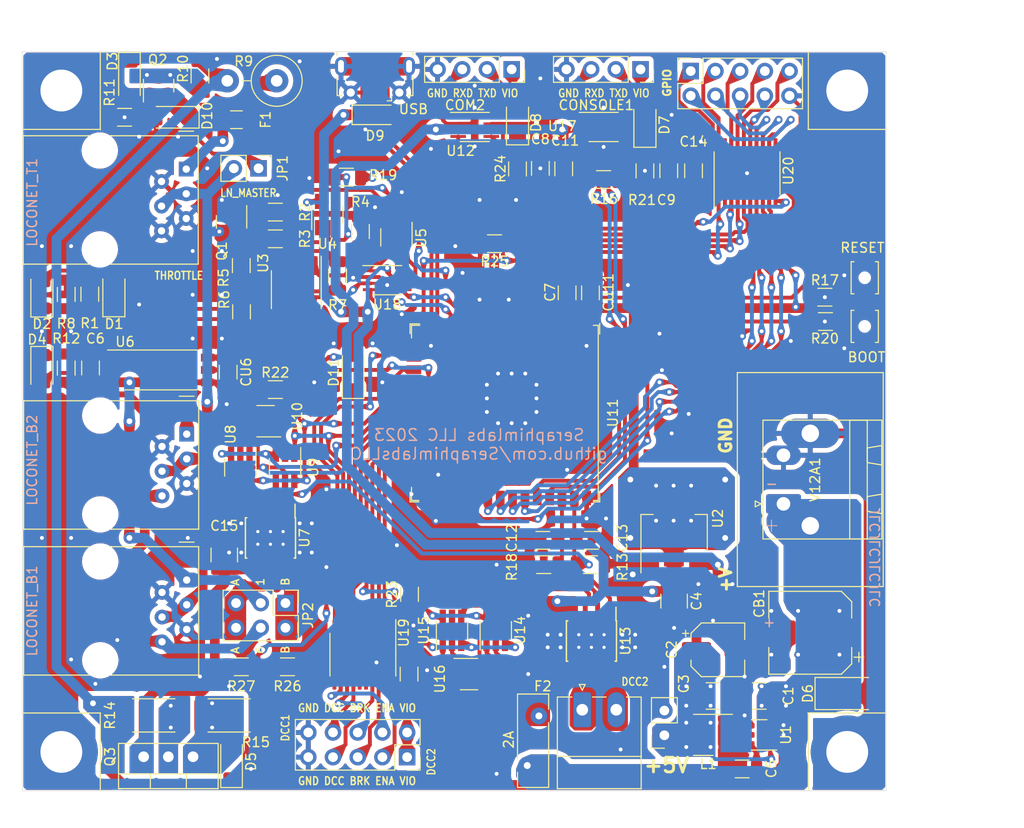
<source format=kicad_pcb>
(kicad_pcb (version 20221018) (generator pcbnew)
  (layers (0 "F.Cu" signal) (31 "B.Cu" signal) (34 "B.Paste" user) (35 "F.Paste" user) (36 "B.SilkS" user "B.Silkscreen") (37 "F.SilkS" user "F.Silkscreen") (38 "B.Mask" user) (39 "F.Mask" user) (44 "Edge.Cuts" user))
  (net 0 "")
  (net 1 "GND")
  (net 2 "Net-(U11-GPIO0{slash}BOOT)")
  (net 3 "+12V")
  (net 4 "+5V")
  (net 5 "+3.3V")
  (net 6 "Net-(U1-BST)")
  (net 7 "Net-(U1-SW)")
  (net 8 "Net-(D4-K)")
  (net 9 "/LN_B1")
  (net 10 "/RESET")
  (net 11 "Net-(D1-K)")
  (net 12 "Net-(D2-K)")
  (net 13 "/LN_COLL")
  (net 14 "Net-(D3-A)")
  (net 15 "Net-(D5-A)")
  (net 16 "/BRK_1")
  (net 17 "/DCC_1")
  (net 18 "/ENA_1i")
  (net 19 "/BRK_2")
  (net 20 "/DCC_2")
  (net 21 "/T_PWR")
  (net 22 "/VM2")
  (net 23 "/ENA_2i")
  (net 24 "Net-(COM2-Pin_2)")
  (net 25 "/OUT2_A")
  (net 26 "/OUT2_B")
  (net 27 "/GPIO39")
  (net 28 "/GPIO40")
  (net 29 "/GPIO41")
  (net 30 "/GPIO42")
  (net 31 "/GPIO4")
  (net 32 "/GPIO5")
  (net 33 "/GPIO6")
  (net 34 "/GPIO7")
  (net 35 "Net-(D10-K)")
  (net 36 "/LN_DAT")
  (net 37 "/OUT1_B")
  (net 38 "/LN_B6")
  (net 39 "/OUT1_A")
  (net 40 "Net-(Q1-B)")
  (net 41 "Net-(Q2-C)")
  (net 42 "Net-(Q3-C)")
  (net 43 "/VM1")
  (net 44 "Net-(U3A-+)")
  (net 45 "Net-(U3A--)")
  (net 46 "/LN_RX")
  (net 47 "/SNS_1")
  (net 48 "Net-(U17-OE)")
  (net 49 "/SNS_2")
  (net 50 "Net-(COM2-Pin_3)")
  (net 51 "Net-(CONSOLE1-Pin_2)")
  (net 52 "/LN_TX")
  (net 54 "/RSYNC_IN")
  (net 55 "Net-(U7-IN2)")
  (net 56 "Net-(U7-IN1)")
  (net 57 "Net-(U10-Pad4)")
  (net 58 "/SDA")
  (net 59 "/SCL")
  (net 60 "/USB_D-")
  (net 61 "/USB_D+")
  (net 67 "Net-(CONSOLE1-Pin_3)")
  (net 68 "/RXD")
  (net 69 "/TXD")
  (net 70 "Net-(U13-IN2)")
  (net 71 "Net-(U13-IN1)")
  (net 72 "Net-(U14-Pad1)")
  (net 73 "Net-(D7-K)")
  (net 75 "Net-(D8-K)")
  (net 76 "/ENA_1o")
  (net 77 "/ENA_2o")
  (net 78 "Net-(D9-A)")
  (net 79 "Net-(U11-GPIO18{slash}U1RXD{slash}ADC2_CH7{slash}CLK_OUT3)")
  (net 80 "Net-(U11-GPIO8{slash}TOUCH8{slash}ADC1_CH7{slash}SUBSPICS1)")
  (net 81 "Net-(DCC1-Pin_3)")
  (net 82 "Net-(DCC1-Pin_5)")
  (net 83 "Net-(DCC1-Pin_7)")
  (net 84 "Net-(DCC1-Pin_8)")
  (net 85 "Net-(R2-Pad2)")
  (net 86 "/OE")
  (net 87 "/VMS1")
  (net 88 "Net-(F1-Pad2)")
  (net 89 "Net-(DCC1-Pin_6)")
  (net 90 "Net-(DCC1-Pin_4)")
  (net 91 "Net-(DCC1-Pin_1)")
  (net 96 "/VCOM2")
  (net 97 "/VCOM1")
  (net 98 "Net-(DCC2-Pin_1)")
  (net 99 "Net-(DCC2-Pin_2)")
  (net 100 "Net-(DCC2-Pin_3)")
  (net 101 "Net-(DCC2-Pin_4)")
  (net 102 "Net-(DCC2-Pin_5)")
  (net 103 "Net-(DCC2-Pin_6)")
  (net 104 "Net-(DCC2-Pin_7)")
  (net 105 "Net-(DCC2-Pin_8)")
  (net 106 "Net-(DCC2-Pin_9)")
  (footprint "MountingHole:MountingHole_4.3mm_M4_DIN965_Pad" (layer "F.Cu") (at 104.8 92)
    (fp_text reference "" hide)
    (fp_text value "MountingHole_Pad" hide)
  )
  (footprint "Resistor_SMD:R_1206_3216Metric" (layer "F.Cu") (at 47.25 83.25)
    (fp_text reference "R26")
    (fp_text value "3k")
  )
  (footprint "Resistor_SMD:R_1206_3216Metric" (layer "F.Cu") (at 59.8 75.8 90)
    (fp_text reference "R23")
    (fp_text value "150k")
  )
  (footprint "Connector_PinSocket_2.54mm:PinSocket_2x05_P2.54mm_Vertical" (layer "F.Cu") (at 88.71 22 90)
    (fp_text reference "DCC2" hide)
    (fp_text value "Conn_02x05_Odd_Even")
  )
  (footprint "MountingHole:MountingHole_4.3mm_M4_DIN965_Pad" (layer "F.Cu") (at 24 92)
    (fp_text reference "H4" hide)
    (fp_text value "MountingHole_Pad" hide)
  )
  (footprint "Fuse:Fuse_1206_3216Metric" (layer "F.Cu") (at 42 27)
    (fp_text reference "F1")
    (fp_text value "250mA")
  )
  (footprint "Resistor_SMD:R_1206_3216Metric" (layer "F.Cu") (at 46 39.25 180)
    (fp_text reference "R3")
    (fp_text value "47k")
  )
  (footprint "MountingHole:MountingHole_4.3mm_M4_DIN965_Pad" (layer "F.Cu") (at 104.8 24)
    (fp_text reference "H2" hide)
    (fp_text value "MountingHole_Pad" hide)
  )
  (footprint "Button_Switch_SMD:SW_SPST_B3U-1000P-B" (layer "F.Cu") (at 106.6 48.25 -90)
    (fp_text reference "BOOT1" hide)
    (fp_text value "B3U-1000P")
  )
  (footprint "LED_SMD:LED_1206_3216Metric" (layer "F.Cu") (at 22 52.6 -90)
    (fp_text reference "D4")
    (fp_text value "LED")
  )
  (footprint "Capacitor_SMD:C_1206_3216Metric" (layer "F.Cu") (at 41.15 52.95 -90)
    (fp_text reference "CU6")
    (fp_text value "0.1uF")
  )
  (footprint "Resistor_SMD:R_1206_3216Metric" (layer "F.Cu") (at 84 32.2625 -90)
    (fp_text reference "R21")
    (fp_text value "1k")
  )
  (footprint "Resistor_SMD:R_1206_3216Metric" (layer "F.Cu") (at 42.525 46.75 -90)
    (fp_text reference "R6")
    (fp_text value "10k")
  )
  (footprint "Capacitor_SMD:C_1210_3225Metric" (layer "F.Cu") (at 40.75 71.75 90)
    (fp_text reference "C15")
    (fp_text value "10uF")
  )
  (footprint "Capacitor_SMD:C_1210_3225Metric" (layer "F.Cu") (at 87 76.5 -90)
    (fp_text reference "C4")
    (fp_text value "10uF")
  )
  (footprint "Resistor_SMD:R_1206_3216Metric" (layer "F.Cu") (at 42.5 42 -90)
    (fp_text reference "R5")
    (fp_text value "22k")
  )
  (footprint "LED_SMD:LED_1206_3216Metric" (layer "F.Cu") (at 29.4 44.975 90)
    (fp_text reference "D1")
    (fp_text value "LED")
  )
  (footprint "Resistor_SMD:R_1206_3216Metric" (layer "F.Cu") (at 54.75 38.5 -90)
    (fp_text reference "R4")
    (fp_text value "150k")
  )
  (footprint "Package_SO:SO-6L_10x3.84mm_P1.27mm" (layer "F.Cu") (at 34.25 52.73)
    (fp_text reference "U6")
    (fp_text value "TLP2770")
  )
  (footprint "MountingHole:MountingHole_4.3mm_M4_DIN965_Pad" (layer "F.Cu") (at 24 24)
    (fp_text reference "H1" hide)
    (fp_text value "MountingHole_Pad" hide)
  )
  (footprint "LED_SMD:LED_1206_3216Metric" (layer "F.Cu") (at 70.9 27.3 90)
    (fp_text reference "D8")
    (fp_text value "LED")
  )
  (footprint "Package_SO:TSSOP-20_4.4x6.5mm_P0.65mm" (layer "F.Cu") (at 94.5 32.5 90)
    (fp_text reference "U20")
    (fp_text value "TXB0108PWR ")
  )
  (footprint "Connector_USB:USB_Micro-B_Molex-105017-0001" (layer "F.Cu") (at 56.25 22.75 180)
    (fp_text reference "USB1" hide)
    (fp_text value "USB_B_Micro")
  )
  (footprint "Connector_Phoenix_MC:PhoenixContact_MC_1,5_2-G-3.5_1x02_P3.50mm_Horizontal" (layer "F.Cu") (at 77.555 87.6675)
    (fp_text reference "J1" hide)
    (fp_text value "Conn_01x02")
  )
  (footprint "Resistor_SMD:R_1206_3216Metric" (layer "F.Cu") (at 102.5 45.25 180)
    (fp_text reference "R17")
    (fp_text value "10k")
  )
  (footprint "Package_TO_SOT_SMD:SOT-23-5_HandSoldering" (layer "F.Cu") (at 45 58 180)
    (fp_text reference "U10")
    (fp_text value "74LVC1G04")
  )
  (footprint "Connector_RJ:RJ12_Amphenol_54601" (layer "F.Cu") (at 36.84 32.08 -90)
    (fp_text reference "LOCONET_T1")
    (fp_text value "RJ12")
  )
  (footprint "Package_TO_SOT_SMD:TSOT-23-6" (layer "F.Cu") (at 95.75 90.25 180)
    (fp_text reference "U1")
    (fp_text value "AP63205WU")
  )
  (footprint "Package_TO_SOT_SMD:SOT-23-6_Handsoldering" (layer "F.Cu") (at 68.665 79.5 90)
    (fp_text reference "U14")
    (fp_text value "74LVC1G3208")
  )
  (footprint "Capacitor_SMD:C_1206_3216Metric" (layer "F.Cu") (at 78.4 44.8 -90)
    (fp_text reference "CU11")
    (fp_text value "0.1uF")
  )
  (footprint "Package_SO:SSOP-8_2.95x2.8mm_P0.65mm" (layer "F.Cu") (at 66.5 27.75)
    (fp_text reference "U12")
    (fp_text value "TXS0102DCT" hide)
  )
  (footprint "Package_SO:SOIC-8_3.9x4.9mm_P1.27mm" (layer "F.Cu") (at 48.155 44.475 -90)
    (fp_text reference "U3")
    (fp_text value "LM393B")
  )
  (footprint "Espressif:ESP32-S3-WROOM-1U" (layer "F.Cu") (at 69.75 57.145 -90)
    (fp_text reference "U11")
    (fp_text value "ESP32-S3-WROOM-1")
  )
  (footprint "Diode_SMD:D_MiniMELF" (layer "F.Cu") (at 35.5 26.75 180)
    (fp_text reference "D10")
    (fp_text value "Z-13")
  )
  (footprint "Package_TO_SOT_SMD:SOT-23-6_Handsoldering" (layer "F.Cu") (at 42.4 62.75 -90)
    (fp_text reference "U8")
    (fp_text value "74LVC1G3208" hide)
  )
  (footprint "Package_TO_SOT_SMD:SOT-23-5_HandSoldering" (layer "F.Cu") (at 51.35 36.75 90)
    (fp_text reference "U4")
    (fp_text value "74LVC1G04")
  )
  (footprint "Capacitor_SMD:C_1206_3216Metric_Pad1.33x1.80mm_HandSolder" (layer "F.Cu") (at 73.5 70.25 180)
    (fp_text reference "C12")
    (fp_text value "15nF")
  )
  (footprint "Connector_PinHeader_2.54mm:PinHeader_2x03_P2.54mm_Vertical" (layer "F.Cu") (at 47.04 76.7 -90)
    (fp_text reference "JP2")
    (fp_text value "Conn_02x03_Odd_Even")
  )
  (footprint "Capacitor_SMD:C_1206_3216Metric_Pad1.33x1.80mm_HandSolder" (layer "F.Cu") (at 78.5 70.25)
    (fp_text reference "C13")
    (fp_text value "1.5nF")
  )
  (footprint "Package_TO_SOT_SMD:SOT-223-3_TabPin2" (layer "F.Cu") (at 87 69.5 90)
    (fp_text reference "U2")
    (fp_text value "TLV1117LV33DCYR")
  )
  (footprint "Connector_PinHeader_2.54mm:PinHeader_1x02_P2.54mm_Vertical" (layer "F.Cu") (at 44.275 32 -90)
    (fp_text reference "JP1")
    (fp_text value "Jumper_NC_Small" hide)
  )
  (footprint "Resistor_SMD:R_1206_3216Metric" (layer "F.Cu") (at 38.25 22.5 -90)
    (fp_text reference "R10")
    (fp_text value "287")
  )
  (footprint "Capacitor_SMD:CP_Elec_8x10" (layer "F.Cu") (at 101 79.75 180)
    (fp_text reference "CB1")
    (fp_text value "100uF")
  )
  (footprint "Resistor_SMD:R_1206_3216Metric" (layer "F.Cu") (at 73.6 72.75)
    (fp_text reference "R18")
    (fp_text value "910 0.1%")
  )
  (footprint "Resistor_SMD:R_1206_3216Metric" (layer "F.Cu") (at 42.5 83.25 180)
    (fp_text reference "R27")
    (fp_text value "22k")
  )
  (footprint "Diode_SMD:D_MiniMELF" (layer "F.Cu") (at 54 53 90)
    (fp_text reference "D11")
    (fp_text value "3.3v")
  )
  (footprint "Resistor_SMD:R_1206_3216Metric" (layer "F.Cu") (at 68.5375 39.75 180)
    (fp_text reference "R25")
    (fp_text value "10k")
  )
  (footprint "Capacitor_SMD:C_1210_3225Metric" (layer "F.Cu") (at 95.75 86.25 180)
    (fp_text reference "C1")
    (fp_text value "10uF")
  )
  (footprint "Connector_Phoenix_MSTB:PhoenixContact_MSTBA_2,5_2-G_1x02_P5.00mm_Horizontal" (layer "F.Cu") (at 98.2475 66.5 90)
    (fp_text reference "V12" hide)
    (fp_text value "Conn_01x02")
  )
  (footprint "Resistor_SMD:R_1206_3216Metric" (layer "F.Cu") (at 24.5 44.9625 90)
    (fp_text reference "R8")
    (fp_text value "1k")
  )
  (footprint "Package_SO:SSOP-8_2.95x2.8mm_P0.65mm" (layer "F.Cu") (at 57.5 43.5)
    (fp_text reference "U18")
    (fp_text value "TXS0102DCT")
  )
  (footprint "Resistor_SMD:R_1206_3216Metric" (layer "F.Cu") (at 46 36.5)
    (fp_text reference "R2")
    (fp_text value "4.7k")
  )
  (footprint "Resistor_SMD:R_1206_3216Metric" (layer "F.Cu") (at 26.925 44.9375 -90)
    (fp_text reference "R1")
    (fp_text value "1k")
  )
  (footprint "Resistor_SMD:R_2512_6332Metric" (layer "F.Cu") (at 41.25 88.25)
    (fp_text reference "R15")
    (fp_text value "470")
  )
  (footprint "Resistor_SMD:R_2512_6332Metric" (layer "F.Cu") (at 33.5 88.25 180)
    (fp_text reference "R14")
    (fp_text value "20")
  )
  (footprint "Package_TO_SOT_SMD:SOT-23-5_HandSoldering" (layer "F.Cu") (at 58.45 39.1 -90)
    (fp_text reference "U5")
    (fp_text value "74LVC1G86")
  )
  (footprint "Capacitor_SMD:C_1210_3225Metric" (layer "F.Cu") (at 91 86.25)
    (fp_text reference "C3")
    (fp_text value "10uF")
  )
  (footprint "Resistor_SMD:R_1206_3216Metric" (layer "F.Cu") (at 52.4 43.0625 90)
    (fp_text reference "R7")
    (fp_text value "220k" hide)
  )
  (footprint "Resistor_SMD:R_1206_3216Metric" (layer "F.Cu") (at 79.75 33.15 180)
    (fp_text reference "R16")
    (fp_text value "10k")
  )
  (footprint "Inductor_SMD_Wurth:L_Wurth_WE-LQSH-4020" (layer "F.Cu") (at 91 90.25 180)
    (fp_text reference "L1")
    (fp_text value "4.7uH")
  )
  (footprint "Package_SO:TSSOP-20_4.4x6.5mm_P0.65mm" (layer "F.Cu") (at 55 82 -90)
    (fp_text reference "U19")
    (fp_text value "TXB0108PWR ")
  )
  (footprint "Connector_PinSocket_2.54mm:PinSocket_1x02_P2.54mm_Vertical" (layer "F.Cu") (at 86 90.29 180)
    (fp_text reference "J5V1" hide)
    (fp_text value "Conn_01x02")
  )
  (footprint "Diode_SMD:D_SMA" (layer "F.Cu") (at 105 86)
    (fp_text reference "D6")
    (fp_text value "SMAJ24CA")
  )
  (footprint "Package_TO_SOT_SMD:SOT-23-5_HandSoldering" (layer "F.Cu") (at 65.915 84)
    (fp_text reference "U16")
    (fp_text value "74LVC1G04")
  )
  (footprint "Button_Switch_SMD:SW_SPST_B3U-1000P-B" (layer "F.Cu") (at 106.6 43.25 -90)
    (fp_text reference "RESET1" hide)
    (fp_text value "B3U-1000P")
  )
  (footprint "Connector_RJ:RJ12_Amphenol_54601" (layer "F.Cu") (at 36.89 59.33 -90)
    (fp_text reference "LOCONET_B2")
    (fp_text value "RJ12")
  )
  (footprint "Resistor_SMD:R_1206_3216Metric" (layer "F.Cu") (at 30.5 26.75 180)
    (fp_text reference "R11")
    (fp_text value "3k")
  )
  (footprint "Diode_SMD:D_SOD-123" (layer "F.Cu") (at 56.25 26.5)
    (fp_text reference "D9")
    (fp_text value "PMEG2005EGWX")
  )
  (footprint "Resistor_SMD:R_1206_3216Metric" (layer "F.Cu") (at 53.3 32.9)
    (fp_text reference "R19")
    (fp_text value "47k")
  )
  (footprint "Package_TO_SOT_SMD:SOT-23" (layer "F.Cu") (at 41.5 37.5 -90)
    (fp_text reference "Q1")
    (fp_text value "MMBT3904")
  )
  (footprint "Capacitor_SMD:C_1206_3216Metric" (layer "F.Cu") (at 89 32.25 90)
    (fp_text reference "C14")
    (fp_text value "0.1uF")
  )
  (footprint "Capacitor_SMD:C_1206_3216Metric" (layer "F.Cu") (at 27 52.525 -90)
    (fp_text reference "C6")
    (fp_text value "330pF")
  )
  (footprint "Package_TO_SOT_THT:TO-220-3_Vertical" (layer "F.Cu") (at 37.54 92.5 180)
    (fp_text reference "Q3")
    (fp_text value "MJE2955")
  )
  (footprint "Package_TO_SOT_SMD:SOT-23-6_Handsoldering" (layer "F.Cu") (at 47 62.75 -90)
    (fp_text reference "U9")
    (fp_text value "74LVC1G3208")
  )
  (footprint "Capacitor_SMD:C_1206_3216Metric" (layer "F.Cu") (at 76 44.8 -90)
    (fp_text reference "C7")
    (fp_text value "0.1uF")
  )
  (footprint "Resistor_SMD:R_1206_3216Metric" (layer "F.Cu") (at 70.9 32.0625 -90)
    (fp_text reference "R24")
    (fp_text value "1k")
  )
  (footprint "Resistor_SMD:R_1206_3216Metric" (layer "F.Cu") (at 102.5625 47.75)
    (fp_text reference "R20")
    (fp_text value "10k")
  )
  (footprint "Package_SO:Texas_HTSOP-8-1EP_3.9x4.9mm_P1.27mm_EP2.95x4.9mm_Mask2.4x3.1mm_ThermalVias" (layer "F.Cu") (at 78.5 80.6 -90)
    (fp_text reference "U13")
    (fp_text value "DRV8231ADDAR ")
  )
  (footprint "Resistor_THT:R_Axial_DIN0516_L15.5mm_D5.0mm_P5.08mm_Vertical" (layer "F.Cu") (at 46.14 23 180)
    (fp_text reference "R9")
    (fp_text value "33 3w")
  )
  (footprint "Diode_SMD:D_MiniMELF" (layer "F.Cu") (at 41.5 93 90)
    (fp_text reference "D5")
    (fp_text value "Z-5.1")
  )
  (footprint "Package_SO:Texas_HTSOP-8-1EP_3.9x4.9mm_P1.27mm_EP2.95x4.9mm_Mask2.4x3.1mm_ThermalVias" (layer "F.Cu") (at 45.5 70 -90)
    (fp_text reference "U7")
    (fp_text value "DRV8231ADDAR ")
  )
  (footprint "Multicomp Screw terminals:Screw_Terminal_2pin_Multicomp" (layer "F.Cu") (at 101 64 90)
    (fp_text reference "V12A1")
    (fp_text value "Conn_01x02")
  )
  (footprint "Capacitor_SMD:CP_Elec_5x5.3" (layer "F.Cu") (at 91.5 81.5)
    (fp_text reference "C2")
    (fp_text value "22uF")
  )
  (footprint "Capacitor_SMD:C_1206_3216Metric" (layer "F.Cu") (at 75.65 32.05 -90)
    (fp_text reference "C11")
    (fp_text value "0.1uF")
  )
  (footprint "Connector_PinSocket_2.54mm:PinSocket_2x05_P2.54mm_Vertical" (layer "F.Cu") (at 59.55 92.54 -90)
    (fp_text reference "DCC1" hide)
    (fp_text value "Conn_02x05_Odd_Even")
  )
  (footprint "Connector_PinSocket_2.54mm:PinSocket_1x04_P2.54mm_Vertical" (layer "F.Cu") (at 70.3 21.825 -90)
    (fp_text reference "COM2")
    (fp_text value "Conn_01x04")
  )
  (footprint "LED_SMD:LED_1206_3216Metric" (layer "F.Cu") (at 84 27.55 90)
    (fp_text reference "D7")
    (fp_text value "LED")
  )
  (footprint "Capacitor_SMD:C_1206_3216Metric" (layer "F.Cu") (at 86.45 32.25 -90)
    (fp_text reference "C9")
    (fp_text value "0.1uF")
  )
  (footprint "Diode_SMD:D_MiniMELF" (layer "F.Cu") (at 31 22.75 -90)
    (fp_text reference "D3")
    (fp_text value "Z-5.1")
  )
  (footprint "Capacitor_SMD:C_1206_3216Metric" (layer "F.Cu") (at 59.75 84 90)
    (fp_text reference "C10" hide)
    (fp_text value "0.1uF" hide)
  )
  (footprint "Resistor_SMD:R_1206_3216Metric" (layer "F.Cu") (at 78.4 72.75 180)
    (fp_text reference "R13")
    (fp_text value "9.1k 0.1%")
  )
  (footprint "Connector_RJ:RJ12_Amphenol_54601" (layer "F.Cu") (at 36.89 74.33 -90)
    (fp_text reference "LOCONET_B1")
    (fp_text value "RJ12")
  )
  (footprint "Resistor_SMD:R_1206_3216Metric" (layer "F.Cu") (at 46 54.75 180)
    (fp_text reference "R22")
    (fp_text value "150k")
  )
  (footprint "Package_TO_SOT_SMD:SOT-23" (layer "F.Cu") (at 34 23.5 90)
    (fp_text reference "Q2")
    (fp_text value "MMBT3906")
  )
  (footprint "Package_TO_SOT_SMD:SOT-23-6_Handsoldering" (layer "F.Cu") (at 64.165 79.5 90)
    (fp_text reference "U15")
    (fp_text value "74LVC1G3208")
  )
  (footprint "Fuse:Fuse_Bourns_MF-RHT200" (layer "F.Cu") (at 71.9 93.4 90)
    (fp_text reference "F2")
    (fp_text value "2A")
  )
  (footprint "Package_SO:SSOP-8_2.95x2.8mm_P0.65mm" (layer "F.Cu") (at 79.75 27.75)
    (fp_text reference "U17")
    (fp_text value "TXS0102DCT")
  )
  (footprint "Connector_PinSocket_2.54mm:PinSocket_1x04_P2.54mm_Vertical" (layer "F.Cu") (at 83.55 21.825 -90)
    (fp_text reference "CONSOLE1")
    (fp_text value "Conn_01x04")
  )
  (footprint "Capacitor_SMD:C_1206_3216Metric" (layer "F.Cu") (at 73.25 32 -90)
    (fp_text reference "C8")
    (fp_text value "0.1uF")
  )
  (footprint "LED_SMD:LED_1206_3216Metric" (layer "F.Cu") (at 22 45 90)
    (fp_text reference "D2")
    (fp_text value "LED")
  )
  (footprint "Capacitor_SMD:C_1206_3216Metric" (layer "F.Cu") (at 94 93.75 180)
    (fp_text reference "C5")
    (fp_text value "0.1uF")
  )
  (footprint "Resistor_SMD:R_1206_3216Metric" (layer "F.Cu") (at 24.5 52.5375 -90)
    (fp_text reference "R12")
    (fp_text value "3k")
  )
  (gr_line (start 100.8 28) (end 100.8 20.075) (stroke (width 0.12)) (layer "F.SilkS"))
  (gr_line (start 100.8 95.925) (end 100.8 88) (stroke (width 0.12)) (layer "F.SilkS"))
  (gr_line (start 108.725 28) (end 100.775 28) (stroke (width 0.12)) (layer "F.SilkS"))
  (gr_line (start 28 20.075) (end 28 28.025) (stroke (width 0.12)) (layer "F.SilkS"))
  (gr_line (start 20.075 88) (end 28.025 88) (stroke (width 0.12)) (layer "F.SilkS"))
  (gr_line (start 28 88) (end 28 95.925) (stroke (width 0.12)) (layer "F.SilkS"))
  (gr_line (start 28.025 28) (end 20.075 28) (stroke (width 0.12)) (layer "F.SilkS"))
  (gr_line (start 100.75 88) (end 108.725 88) (stroke (width 0.12)) (layer "F.SilkS"))
  (gr_line (start 20 96) (end 20 20) (stroke (width 0.05)) (layer "Edge.Cuts"))
  (gr_line (start 108.8 20) (end 20 20) (stroke (width 0.05)) (layer "Edge.Cuts"))
  (gr_line (start 20 96) (end 108.8 96) (stroke (width 0.05)) (layer "Edge.Cuts"))
  (gr_line (start 108.8 96) (end 108.8 20) (stroke (width 0.05)) (layer "Edge.Cuts"))
  (gr_text "+" (at 98 69.5) (layer "B.SilkS") (effects (font (size 1.5 1.5) (thickness 0.1)) (justify left bottom mirror)))
  (gr_text "+" (at 97.5 79.25) (layer "B.SilkS") (effects (font (size 1 1)) (justify left bottom mirror)))
  (gr_text "JLCJLCJLCJLC" (at 108.25 66.75 90) (layer "B.SilkS") (effects (font (size 1 1)) (justify left bottom mirror)))
  (gr_text "-" (at 97.75 65) (layer "B.SilkS") (effects (font (size 1 1)) (justify left bottom mirror)))
  (gr_text "Seraphimlabs LLC 2023\ngithub.com/SeraphimlabsLLC" (at 66.95 62.05) (layer "B.SilkS") (effects (font (size 1.2 1.2)) (justify bottom mirror)))
  (gr_text "GND" (at 93 61.5 90) (layer "F.SilkS") (effects (font (size 1.2 1.2) (thickness 0.3) bold) (justify left bottom)))
  (gr_text "RESET" (at 104 40.75) (layer "F.SilkS") (effects (font (size 1 1)) (justify left bottom)))
  (gr_text "GND DCC BRK ENA VIO\n\n" (at 48.25 96.75) (layer "F.SilkS") (effects (font (size 0.8 0.7)) (justify left bottom)))
  (gr_text "GND DCC BRK ENA VIO\n\n" (at 48.25 89.25) (layer "F.SilkS") (effects (font (size 0.8 0.7)) (justify left bottom)))
  (gr_text "BOOT" (at 104.75 52) (layer "F.SilkS") (effects (font (size 1 1)) (justify left bottom)))
  (gr_text "+V" (at 93 75.75 90) (layer "F.SilkS") (effects (font (size 1.2 1.2) (thickness 0.3) bold) (justify left bottom)))
  (gr_text "+5V" (at 83.75 94.25) (layer "F.SilkS") (effects (font (size 1.5 1.5) (thickness 0.3) bold) (justify left bottom)))
  (gr_text "USB" (at 58.6 26.5) (layer "F.SilkS") (effects (font (size 1 1)) (justify left bottom)))
  (gr_text "LN_MASTER" (at 40.25 35) (layer "F.SilkS") (effects (font (size 0.8 0.7) (thickness 0.14) bold) (justify left bottom)))
  (gr_text "DCC2" (at 81.5 85.25) (layer "F.SilkS") (effects (font (size 0.8 0.7) (thickness 0.14) bold) (justify left bottom)))
  (gr_text "GPIO" (at 86.75 24.75 90) (layer "F.SilkS") (effects (font (size 0.8 0.8) (thickness 0.2) bold) (justify left bottom)))
  (gr_text "THROTTLE" (at 33.5 43.5) (layer "F.SilkS") (effects (font (size 0.8 0.7)) (justify left bottom)))
  (gr_text "GND RXD TXD VIO" (at 61.5 24.75) (layer "F.SilkS") (effects (font (size 0.8 0.7) (thickness 0.14) bold) (justify left bottom)))
  (gr_text "GND RXD TXD VIO" (at 75 24.75) (layer "F.SilkS") (effects (font (size 0.8 0.7) (thickness 0.14) bold) (justify left bottom)))
  (gr_text "A\n\n6\n\nB" (at 47.5 82 90) (layer "F.SilkS") (effects (font (size 0.8 0.8)) (justify left bottom)))
  (gr_text "DCC2" (at 62.5 94.5 90) (layer "F.SilkS") (effects (font (size 0.8 0.7) (thickness 0.14) bold) (justify left bottom)))
  (gr_text "A\n\n1\n\nB" (at 47.5 75 90) (layer "F.SilkS") (effects (font (size 0.8 0.8)) (justify left bottom)))
  (gr_text "DCC1" (at 47.5 91 90) (layer "F.SilkS") (effects (font (size 0.8 0.7) (thickness 0.14) bold) (justify left bottom)))
  (segment (start 60.525 82.525) (end 61.6 83.6) (width 0.4) (layer "F.Cu") (net 1))
  (segment (start 27 45) (end 24.8 45) (width 0.4) (layer "F.Cu") (net 1))
  (segment (start 46.35 57.05) (end 46.35 53.525) (width 0.4) (layer "F.Cu") (net 1))
  (segment (start 44.2125 86.2125) (end 43.25 85.25) (width 1) (layer "F.Cu") (net 1))
  (segment (start 66.5 27) (end 66.5 25.75) (width 0.4) (layer "F.Cu") (net 1))
  (segment (start 69.3 72.2) (end 68.75 72.75) (width 1) (layer "F.Cu") (net 1))
  (segment (start 107 86) (end 107 62.25) (width 1) (layer "F.Cu") (net 1))
  (segment (start 73.25 33.475) (end 73.25 35.25) (width 0.4) (layer "F.Cu") (net 1))
  (segment (start 53.75 24.2125) (end 54.95 24.2125) (width 0.4) (layer "F.Cu") (net 1))
  (segment (start 43.25 54.75) (end 42.65 54.15) (width 0.4) (layer "F.Cu") (net 1))
  (segment (start 80.0625 70.25) (end 80.0625 68.0625) (width 1) (layer "F.Cu") (net 1))
  (segment (start 24.5 44.7) (end 24.8 45) (width 0.4) (layer "F.Cu") (net 1))
  (segment (start 52.75 23.2125) (end 53.75 24.2125) (width 0.4) (layer "F.Cu") (net 1))
  (segment (start 79.395 65.895) (end 78.01 65.895) (width 1) (layer "F.Cu") (net 1))
  (segment (start 46.25 34.75) (end 46.25 37.28566) (width 0.6) (layer "F.Cu") (net 1))
  (segment (start 71.5875 72.2) (end 69.3 72.2) (width 1) (layer "F.Cu") (net 1))
  (segment (start 62.68 23.25) (end 62.68 21.825) (width 0.4) (layer "F.Cu") (net 1))
  (segment (start 47 60.445) (end 46.23 59.675) (width 0.4) (layer "F.Cu") (net 1))
  (segment (start 52 50) (end 54 50) (width 0.4) (layer "F.Cu") (net 1))
  (segment (start 52.3 36.73) (end 52.25 36.68) (width 0.4) (layer "F.Cu") (net 1))
  (segment (start 82.75 72.65) (end 79.9625 72.65) (width 1) (layer "F.Cu") (net 1))
  (segment (start 63.25 27.075) (end 63.25 23.82) (width 0.4) (layer "F.Cu") (net 1))
  (segment (start 79.9625 72.65) (end 79.8625 72.75) (width 1) (layer "F.Cu") (net 1))
  (segment (start 57.5 37.25) (end 57.5 37.75) (width 0.6) (layer "F.Cu") (net 1))
  (segment (start 45.17 56.665) (end 44.83 56.325) (width 0.4) (layer "F.Cu") (net 1))
  (segment (start 73.25 35.25) (end 70.75 35.25) (width 0.4) (layer "F.Cu") (net 1))
  (segment (start 55.25 21.5125) (end 57.25 21.5125) (width 0.4) (layer "F.Cu") (net 1))
  (segment (start 45.17 57.43) (end 45.17 57.1) (width 0.4) (layer "F.Cu") (net 1))
  (segment (start 68.24 85.675) (end 69.045 84.87) (width 0.4) (layer "F.Cu") (net 1))
  (segment (start 79.8625 72.75) (end 79.8625 70.45) (width 1) (layer "F.Cu") (net 1))
  (segment (start 65.745 85) (end 65.745 85.335) (width 0.4) (layer "F.Cu") (net 1))
  (segment (start 52.25 36.68) (end 54.5 36.68) (width 0.6) (layer "F.Cu") (net 1))
  (segment (start 65.745 82.325) (end 65.745 85) (width 0.4) (layer "F.Cu") (net 1))
  (segment (start 54.075 43.175) (end 54 43.25) (width 0.4) (layer "F.Cu") (net 1))
  (segment (start 68.665 81.75) (end 68.665 80.85) (width 0.4) (layer "F.Cu") (net 1))
  (segment (start 63.6 27.425) (end 63.25 27.075) (width 0.4) (layer "F.Cu") (net 1))
  (segment (start 59.15 21.5125) (end 59.75 21.5125) (width 0.4) (layer "F.Cu") (net 1))
  (segment (start 66.085 85.675) (end 68.24 85.675) (width 0.4) (layer "F.Cu") (net 1))
  (segment (start 75.65 33.525) (end 75.65 32.15) (width 0.4) (layer "F.Cu") (net 1))
  (segment (start 59.75 23.2125) (end 58.75 24.2125) (width 0.4) (layer "F.Cu") (net 1))
  (segment (start 42.47 56.325) (end 42.0975 56.6975) (width 0.4) (layer "F.Cu") (net 1))
  (segment (start 97 79) (end 97.75 79.75) (width 1) (layer "F.Cu") (net 1))
  (segment (start 44.5375 54.75) (end 44.5375 53.5375) (width 0.4) (layer "F.Cu") (net 1))
  (segment (start 50 54) (end 49.475 53.475) (width 0.4) (layer "F.Cu") (net 1))
  (segment (start 52.075 84.8625) (end 50.1375 84.8625) (width 0.4) (layer "F.Cu") (net 1))
  (segment (start 42.65 54.15) (end 42.375 54.425) (width 0.4) (layer "F.Cu") (net 1))
  (segment (start 56.93 36.68) (end 57.5 37.25) (width 0.6) (layer "F.Cu") (net 1))
  (segment (start 80.0625 68.0625) (end 80 68) (width 1) (layer "F.Cu") (net 1))
  (segment (start 107 86) (end 107 89.8) (width 1) (layer "F.Cu") (net 1))
  (segment (start 68.75 71.5) (end 70 70.25) (width 1) (layer "F.Cu") (net 1))
  (segment (start 89.5 74.75) (end 89.5 75.5) (width 1) (layer "F.Cu") (net 1))
  (segment (start 63.25 23.82) (end 62.68 23.25) (width 0.4) (layer "F.Cu") (net 1))
  (segment (start 62.95 84.95) (end 64.565 84.95) (width 0.4) (layer "F.Cu") (net 1))
  (segment (start 69.045 84.87) (end 69.045 82.13) (width 0.4) (layer "F.Cu") (net 1))
  (segment (start 42.5 40.5375) (end 42.5 42) (width 0.6) (layer "F.Cu") (net 1))
  (segment (start 44.5375 56.1875) (end 44.4 56.325) (width 0.4) (layer "F.Cu") (net 1))
  (segment (start 64.8 27.425) (end 63.6 27.425) (width 0.4) (layer "F.Cu") (net 1))
  (segment (start 79.06 84.35) (end 79.06 82.11) (width 1) (layer "F.Cu") (net 1))
  (segment (start 39.8 54) (end 39 54) (width 0.6) (layer "F.Cu") (net 1))
  (segment (start 27 43.5375) (end 27 45) (width 0.4) (layer "F.Cu") (net 1))
  (segment (start 107 60.5) (end 107 62.25) (width 1) (layer "F.Cu") (net 1))
  (segment (start 44.5375 53.5375) (end 44.6 53.475) (width 0.4) (layer "F.Cu") (net 1))
  (segment (start 75.65 33.525) (end 75.65 35.1) (width 0.4) (layer "F.Cu") (net 1))
  (segment (start 79.375 27.425) (end 79.75 27.8) (width 0.4) (layer "F.Cu") (net 1))
  (segment (start 52.75 21.5125) (end 52.75 23.2125) (width 0.4) (layer "F.Cu") (net 1))
  (segment (start 64.685 82.325) (end 65.745 82.325) (width 0.4) (layer "F.Cu") (net 1))
  (segment (start 73.25 32) (end 73.25 33.475) (width 0.4) (layer "F.Cu") (net 1))
  (segment (start 45.135 70.635) (end 44.5 70) (width 1) (layer "F.Cu") (net 1))
  (segment (start 107 89.8) (end 104.8 92) (width 1) (layer "F.Cu") (net 1))
  (segment (start 46.4 53.475) (end 44.6 53.475) (width 0.4) (layer "F.Cu") (net 1))
  (segment (start 40.5 41.5) (end 40.5 40.5) (width 0.6) (layer "F.Cu") (net 1))
  (segment (start 64.8 27.425) (end 66.075 27.425) (width 0.4) (layer "F.Cu") (net 1))
  (segment (start 24.5 43.475) (end 24.5 44.7) (width 0.4) (layer "F.Cu") (net 1))
  (segment (start 59.75 82.525) (end 56.675 82.525) (width 0.4) (layer "F.Cu") (net 1))
  (segment (start 44.5375 54.75) (end 43.25 54.75) (width 0.4) (layer "F.Cu") (net 1))
  (segment (start 44.4 56.325) (end 42.47 56.325) (width 0.4) (layer "F.Cu") (net 1))
  (segment (start 45.17 57.1) (end 45.17 56.665) (width 0.4) (layer "F.Cu") (net 1))
  (segment (start 97.425 29.6375) (end 97.8625 29.6375) (width 0.4) (layer "F.Cu") (net 1))
  (segment (start 75.93 21.825) (end 75.93 26.58) (width 0.4) (layer "F.Cu") (net 1))
  (segment (start 84.725 77.975) (end 87 77.975) (width 1) (layer "F.Cu") (net 1))
  (segment (start 79.25 27.425) (end 79.75 26.925) (width 0.4) (layer "F.Cu") (net 1))
  (segment (start 46.25 42) (end 42.5 42) (width 0.6) (layer "F.Cu") (net 1))
  (segment (start 59.75 82.525) (end 60.525 82.525) (width 0.4) (layer "F.Cu") (net 1))
  (segment (start 78.05 27.425) (end 79.375 27.425) (width 0.4) (layer "F.Cu") (net 1))
  (segment (start 70.9 33.525) (end 70.9 35.1) (width 0.4) (layer "F.Cu") (net 1))
  (segment (start 70.9 35.1) (end 70.75 35.25) (width 0.4) (layer "F.Cu") (net 1))
  (segment (start 64.565 84.95) (end 65.695 84.95) (width 0.4) (layer "F.Cu") (net 1))
  (segment (start 41 42) (end 40.5 41.5) (width 0.6) (layer "F.Cu") (net 1))
  (segment (start 44.6 53.475) (end 43.325 53.475) (width 0.4) (layer "F.Cu") (net 1))
  (segment (start 66.075 27.425) (end 66.5 27) (width 0.4) (layer "F.Cu") (net 1))
  (segment (start 54 50) (end 56 50) (width 0.4) (layer "F.Cu") (net 1))
  (segment (start 66.125 27.425) (end 66.5 27.8) (width 0.4) (layer "F.Cu") (net 1))
  (segment (start 66.5 27.8) (end 66.5 29.75) (width 0.4) (layer "F.Cu") (net 1))
  (segment (start 64.165 80.85) (end 64.165 81.805) (width 0.4) (layer "F.Cu") (net 1))
  (segment (start 40.225 54.425) (end 39.8 54) (width 0.6) (layer "F.Cu") (net 1))
  (segment (start 43.25 85.25) (end 41.25 85.25) (width 1) (layer "F.Cu") (net 1))
  (segment (start 72.1375 70.45) (end 71.9375 70.25) (width 1) (layer "F.Cu") (net 1))
  (segment (start 46.35 53.525) (end 46.4 53.475) (width 0.4) (layer "F.Cu") (net 1))
  (segment (start 80 68) (end 80 66.5) (width 1) (layer "F.Cu") (net 1))
  (segment (start 72.1375 72.75) (end 71.5875 72.2) (width 1) (layer "F.Cu") (net 1))
  (segment (start 46.135 72.875) (end 46.135 75.115) (width 1) (layer "F.Cu") (net 1))
  (segment (start 55.8 43.175) (end 56.675 43.175) (width 0.4) (layer "F.Cu") (net 1))
  (segment (start 46.135 70.635) (end 45.5 70) (width 1) (layer "F.Cu") (net 1))
  (segment (start 48.52 37.875) (end 49.715 36.68) (width 0.6) (layer "F.Cu") (net 1))
  (segment (start 97 82) (end 97 80.5) (width 1) (layer "F.Cu") (net 1))
  (segment (start 75.93 26.58) (end 76.775 27.425) (width 0.4) (layer "F.Cu") (net 1))
  (segment (start 45.22 57.05) (end 45.17 57.1) (width 0.4) (layer "F.Cu") (net 1))
  (segment (start 82.75 76) (end 84.725 77.975) (width 1) (layer "F.Cu") (net 1))
  (segment (start 97 80.5) (end 97.75 79.75) (width 1) (layer "F.Cu") (net 1))
  (segment (start 64.165 81.805) (end 64.685 82.325) (width 0.4) (layer "F.Cu") (net 1))
  (segment (start 46.25 37.28566) (end 46.25 42) (width 0.6) (layer "F.Cu") (net 1))
  (segment (start 69.045 82.13) (end 68.665 81.75) (width 0.4) (layer "F.Cu") (net 1))
  (segment (start 46.135 72.875) (end 46.135 70.635) (width 1) (layer "F.Cu") (net 1))
  (segment (start 100 27.5) (end 100 25.67) (width 0.4) (layer "F.Cu") (net 1))
  (segment (start 78.05 27.425) (end 79.25 27.425) (width 0.4) (layer "F.Cu") (net 1))
  (segment (start 79.75 25.75) (end 79.75 27.8) (width 0.4) (layer "F.Cu") (net 1))
  (segment (start 89.5 75.5) (end 87.025 77.975) (width 1) (layer "F.Cu") (net 1))
  (segment (start 41.15 56.1) (end 41 56.25) (width 0.4) (layer "F.Cu") (net 1))
  (segment (start 105.75 59.25) (end 107 60.5) (width 1) (layer "F.Cu") (net 1))
  (segment (start 82.75 73.75) (end 82.75 76) (width 1) (layer "F.Cu") (net 1))
  (segment (start 41.15 54.425) (end 41.15 56.1) (width 0.4) (layer "F.Cu") (net 1))
  (segment (start 52.3 38.1) (end 52.3 36.73) (width 0.4) (layer "F.Cu") (net 1))
  (segment (start 37.75 54) (end 39 54) (width 0.6) (layer "F.Cu") (net 1))
  (segment (start 80 66.5) (end 79.395 65.895) (width 1) (layer "F.Cu") (net 1))
  (segment (start 66.5 25.75) (end 66.5 27.8) (width 0.4) (layer "F.Cu") (net 1))
  (segment (start 56.675 82.525) (end 56.4 82.8) (width 0.4) (layer "F.Cu") (net 1))
  (segment (start 97 77.5) (end 97 79) (width 1) (layer "F.Cu") (net 1))
  (segment (start 46.83934 37.875) (end 48.52 37.875) (width 0.6) (layer "F.Cu") (net 1))
  (segment (start 44.2125 88.25) (end 44.2125 86.2125) (width 1) (layer "F.Cu") (net 1))
  (segment (start 46.23 59.675) (end 45.17 59.675) (width 0.4) (layer "F.Cu") (net 1))
  (segment (start 41.75 59.795) (end 42.4 60.445) (width 0.4) (layer "F.Cu") (net 1))
  (segment (start 44.5375 54.75) (end 44.5375 56.1875) (width 0.4) (layer "F.Cu") (net 1))
  (segment (start 75.5 35.25) (end 73.25 35.25) (width 0.4) (layer "F.Cu") (net 1))
  (segment (start 79.75 27.8) (end 79.75 29.8) (width 0.4) (layer "F.Cu") (net 1))
  (segment (start 46.25 37.28566) (end 46.83934 37.875) (width 0.6) (layer "F.Cu") (net 1))
  (segment (start 82.75 72.65) (end 82.75 73.75) (width 1) (layer "F.Cu") (net 1))
  (segment (start 45.17 59.675) (end 45.17 57.43) (width 0.4) (layer "F.Cu") (net 1))
  (segment (start 87.025 77.975) (end 87 77.975) (width 1) (layer "F.Cu") (net 1))
  (segment (start 38.25 80.77) (end 36.89 79.41) (width 1) (layer "F.Cu") (net 1))
  (segment (start 56.25 36) (end 56.25 36.68) (width 0.6) (layer "F.Cu") (net 1))
  (segment (start 43.325 53.475) (end 42.65 54.15) (width 0.4) (layer "F.Cu") (net 1))
  (segment (start 41.75 57.045) (end 41.75 59.795) (width 0.4) (layer "F.Cu") (net 1))
  (segment (start 101 59.25) (end 105.75 59.25) (width 1) (layer "F.Cu") (net 1))
  (segment (start 57.25 21.5125) (end 59.15 21.5125) (width 0.4) (layer "F.Cu") (net 1))
  (segment (start 56.675 43.175) (end 57.5 44) (width 0.4) (layer "F.Cu") (net 1))
  (segment (start 79.8625 70.45) (end 80.0625 70.25) (width 1) (layer "F.Cu") (net 1))
  (segment (start 52.75 21.5125) (end 53.35 21.5125) (width 0.4) (layer "F.Cu") (net 1))
  (segment (start 97.8625 29.6375) (end 100 27.5) (width 0.4) (layer "F.Cu") (net 1))
  (segment (start 84.7 72.65) (end 82.75 72.65) (width 1) (layer "F.Cu") (net 1))
  (segment (start 70.9 32.35) (end 70.9 33.525) (width 0.4) (layer "F.Cu") (net 1))
  (segment (start 73.25 32) (end 71.25 32) (width 0.4) (layer "F.Cu") (net 1))
  (segment (start 42.4 60.445) (end 42.4 61.4) (width 0.4) (layer "F.Cu") (net 1))
  (segment (start 75.65 32.15) (end 75.5 32) (width 0.4) (layer "F.Cu") (net 1))
  (segment (start 40.5375 40.5375) (end 40.5 40.5) (width 0.6) (layer "F.Cu") (net 1))
  (segment (start 42.5 42) (end 41 42) (width 0.6) (layer "F.Cu") (net 1))
  (segment (start 59.75 21.5125) (end 59.75 23.2125) (width 0.4) (layer "F.Cu") (net 1))
  (segment (start 64.8 27.425) (end 66.125 27.425) (width 0.4) (layer "F.Cu") (net 1))
  (segment (start 47 61.4) (end 47 60.445) (width 0.4) (layer "F.Cu") (net 1))
  (segment (start 79.75 26.925) (end 79.75 25.75) (width 0.4) (layer "F.Cu") (net 1))
  (segment (start 49.715 36.68) (end 52.25 36.68) (width 0.6) (layer "F.Cu") (net 1))
  (segment (start 27 45) (end 31 45) (width 0.4) (layer "F.Cu") (net 1))
  (segment (start 31 45) (end 32 46) (width 0.4) (layer "F.Cu") (net 1))
  (segment (start 49.475 53.475) (end 46.4 53.475) (width 0.4) (layer "F.Cu") (net 1))
  (segment (start 100 25.67) (end 98.87 24.54) (width 0.4) (layer "F.Cu") (net 1))
  (segment (start 54.5 36.68) (end 56.25 36.68) (width 0.6) (layer "F.Cu") (net 1))
  (segment (start 65.745 85.335) (end 66.085 85.675) (width 0.4) (layer "F.Cu") (net 1))
  (segment (start 70 70.25) (end 71.9375 70.25) (width 1) (layer "F.Cu") (net 1))
  (segment (start 55.8 43.175) (end 54.075 43.175) (width 0.4) (layer "F.Cu") (net 1))
  (segment (start 87 79.25) (end 87 77.975) (width 1) (layer "F.Cu") (net 1))
  (segment (start 61.6 83.6) (end 62.95 84.95) (width 0.4) (layer "F.Cu") (net 1))
  (segment (start 41.15 54.425) (end 40.225 54.425) (width 0.6) (layer "F.Cu") (net 1))
  (segment (start 56.25 36.68) (end 56.93 36.68) (width 0.6) (layer "F.Cu") (net 1))
  (segment (start 42.5 40.5375) (end 40.5375 40.5375) (width 0.6) (layer "F.Cu") (net 1))
  (segment (start 53.35 21.5125) (end 55.25 21.5125) (width 0.4) (layer "F.Cu") (net 1))
  (segment (start 44.83 56.325) (end 44.4 56.325) (width 0.4) (layer "F.Cu") (net 1))
  (segment (start 52.075 84.8625) (end 52.075 83.275) (width 0.4) (layer "F.Cu") (net 1))
  (segment (start 75.65 35.1) (end 75.5 35.25) (width 0.4) (layer "F.Cu") (net 1))
  (segment (start 73.25 32) (end 75.5 32) (width 0.4) (layer "F.Cu") (net 1))
  (segment (start 71.25 32) (end 70.9 32.35) (width 0.4) (layer "F.Cu") (net 1))
  (segment (start 46.35 57.05) (end 45.22 57.05) (width 0.4) (layer "F.Cu") (net 1))
  (segment (start 54 51.25) (end 54 50) (width 0.4) (layer "F.Cu") (net 1))
  (segment (start 37.5 53.75) (end 37.75 54) (width 0.6) (layer "F.Cu") (net 1))
  (segment (start 97 82) (end 97.05 82.05) (width 1) (layer "F.Cu") (net 1))
  (segment (start 38.25 84.25) (end 38.25 80.77) (width 1) (layer "F.Cu") (net 1))
  (segment (start 76.775 27.425) (end 78.05 27.425) (width 0.4) (layer "F.Cu") (net 1))
  (segment (start 65.695 84.95) (end 65.745 85) (width 0.4) (layer "F.Cu") (net 1))
  (segment (start 37.5 49.5) (end 37.5 53.75) (width 0.6) (layer "F.Cu") (net 1))
  (segment (start 72.1375 72.75) (end 72.1375 70.45) (width 1) (layer "F.Cu") (net 1))
  (segment (start 42.375 54.425) (end 41.15 54.425) (width 0.4) (layer "F.Cu") (net 1))
  (segment (start 42.0975 56.6975) (end 41.75 57.045) (width 0.4) (layer "F.Cu") (net 1))
  (segment (start 68.75 72.75) (end 68.75 71.5) (width 1) (layer "F.Cu") (net 1))
  (via (at 56.4 82.8) (size 0.8) (drill 0.4) (layers "F.Cu" "B.Cu") (net 1))
  (via (at 43.5 93.75) (size 0.8) (drill 0.4) (layers "F.Cu" "B.Cu") (net 1))
  (via (at 73.25 22.75) (size 0.8) (drill 0.4) (layers "F.Cu" "B.Cu") (net 1))
  (via (at 64.5 40) (size 0.8) (drill 0.4) (layers "F.Cu" "B.Cu") (net 1))
  (via (at 72 84) (size 0.8) (drill 0.4) (layers "F.Cu" "B.Cu") (net 1))
  (via (at 93 74.75) (size 0.8) (drill 0.4) (layers "F.Cu" "B.Cu") (net 1))
  (via (at 67 45.5) (size 0.8) (drill 0.4) (layers "F.Cu" "B.Cu") (net 1))
  (via (at 52.5 30.25) (size 0.8) (drill 0.4) (layers "F.Cu" "B.Cu") (net 1))
  (via (at 41 56.25) (size 0.8) (drill 0.4) (layers "F.Cu" "B.Cu") (net 1))
  (via (at 51.25 73) (size 0.8) (drill 0.4) (layers "F.Cu" "B.Cu") (net 1))
  (via (at 22 48.75) (size 0.8) (drill 0.4) (layers "F.Cu" "B.Cu") (net 1))
  (via (at 42.5 68.5) (size 0.8) (drill 0.4) (layers "F.Cu" "B.Cu") (net 1))
  (via (at 82.75 73.75) (size 1.2) (drill 0.6) (layers "F.Cu" "B.Cu") (net 1))
  (via (at 57 54) (size 0.8) (drill 0.4) (layers "F.Cu" "B.Cu") (net 1))
  (via (at 71.7 58.2) (size 0.8) (drill 0.4) (layers "F.Cu" "B.Cu") (net 1))
  (via (at 97 82) (size 0.8) (drill 0.4) (layers "F.Cu" "B.Cu") (net 1))
  (via (at 54 43.25) (size 0.8) (drill 0.4) (layers "F.Cu" "B.Cu") (net 1))
  (via (at 99 49.75) (size 0.8) (drill 0.4) (layers "F.Cu" "B.Cu") (net 1))
  (via (at 56 50) (size 0.8) (drill 0.4) (layers "F.Cu" "B.Cu") (net 1))
  (via (at 83 79.95) (size 0.8) (drill 0.4) (layers "F.Cu" "B.Cu") (net 1))
  (via (at 49.75 71.5) (size 0.8) (drill 0.4) (layers "F.Cu" "B.Cu") (net 1))
  (via (at 89.5 74.75) (size 0.8) (drill 0.4) (layers "F.Cu" "B.Cu") (net 1))
  (via (at 78 50.25) (size 0.8) (drill 0.4) (layers "F.Cu" "B.Cu") (net 1))
  (via (at 49.75 68.5) (size 0.8) (drill 0.4) (layers "F.Cu" "B.Cu") (net 1))
  (via (at 88.5 57.25) (size 0.8) (drill 0.4) (layers "F.Cu" "B.Cu") (net 1))
  (via (at 91 78.5) (size 0.8) (drill 0.4) (layers "F.Cu" "B.Cu") (net 1))
  (via (at 49.5 33) (size 0.8) (drill 0.4) (layers "F.Cu" "B.Cu") (net 1))
  (via (at 86.75 26.5) (size 0.8) (drill 0.4) (layers "F.Cu" "B.Cu") (net 1))
  (via (at 40.5 40.5) (size 0.8) (drill 0.4) (layers "F.Cu" "B.Cu") (net 1))
  (via (at 67.75 57.05) (size 0.8) (drill 0.4) (layers "F.Cu" "B.Cu") (net 1))
  (via (at 46.25 34.75) (size 0.8) (drill 0.4) (layers "F.Cu" "B.Cu") (net 1))
  (via (at 66.5 29.75) (size 0.8) (drill 0.4) (layers "F.Cu" "B.Cu") (net 1))
  (via (at 104.5 43) (size 0.8) (drill 0.4) (layers "F.Cu" "B.Cu") (net 1))
  (via (at 68.75 94.25) (size 0.8) (drill 0.4) (layers "F.Cu" "B.Cu") (net 1))
  (via (at 27.5 85) (size 0.8) (drill 0.4) (layers "F.Cu" "B.Cu") (net 1))
  (via (at 94 49.25) (size 0.8) (drill 0.4) (layers "F.Cu" "B.Cu") (net 1))
  (via (at 37.5 45) (size 0.8) (drill 0.4) (layers "F.Cu" "B.Cu") (net 1))
  (via (at 62 50.25) (size 0.8) (drill 0.4) (layers "F.Cu" "B.Cu") (net 1))
  (via (at 48.5 71.5) (size 0.8) (drill 0.4) (layers "F.Cu" "B.Cu") (net 1))
  (via (at 56.25 36) (size 0.8) (drill 0.4) (layers "F.Cu" "B.Cu") (net 1))
  (via (at 94.25 84.25) (size 0.8) (drill 0.4) (layers "F.Cu" "B.Cu") (net 1))
  (via (at 37.5 49.5) (size 0.8) (drill 0.4) (layers "F.Cu" "B.Cu") (net 1))
  (via (at 85.5 49) (size 0.8) (drill 0.4) (layers "F.Cu" "B.Cu") (net 1))
  (via (at 104.5 50.5) (size 0.8) (drill 0.4) (layers "F.Cu" "B.Cu") (net 1))
  (via (at 68.9 53.1) (size 0.8) (drill 0.4) (layers "F.Cu" "B.Cu") (net 1))
  (via (at 41.25 68.5) (size 0.8) (drill 0.4) (layers "F.Cu" "B.Cu") (net 1))
  (via (at 67.75 55.65) (size 0.8) (drill 0.4) (layers "F.Cu" "B.Cu") (net 1))
  (via (at 76 63) (size 0.8) (drill 0.4) (layers "F.Cu" "B.Cu") (net 1))
  (via (at 86 83.25) (size 0.8) (drill 0.4) (layers "F.Cu" "B.Cu") (net 1))
  (via (at 97 77.5) (size 0.8) (drill 0.4) (layers "F.Cu" "B.Cu") (net 1))
  (via (at 38.25 84.25) (size 0.8) (drill 0.4) (layers "F.Cu" "B.Cu") (net 1))
  (via (at 81.5 91.75) (size 0.8) (drill 0.4) (layers "F.Cu" "B.Cu") (net 1))
  (via (at 102.5 45.25) (size 0.8) (drill 0.4) (layers "F.Cu" "B.Cu") (net 1))
  (via (at 84 32.25) (size 0.8) (drill 0.4) (layers "F.Cu" "B.Cu") (net 1))
  (via (at 67 35.25) (size 0.8) (drill 0.4) (layers "F.Cu" "B.Cu") (net 1))
  (via (at 48.5 68.5) (size 0.8) (drill 0.4) (layers "F.Cu" "B.Cu") (net 1))
  (via (at 60 65.5) (size 0.8) (drill 0.4) (layers "F.Cu" "B.Cu") (net 1))
  (via (at 81.675 79.95) (size 0.8) (drill 0.4) (layers "F.Cu" "B.Cu") (net 1))
  (via (at 40.5 45) (size 0.8) (drill 0.4) (layers "F.Cu" "B.Cu") (net 1))
  (via (at 62.5 68.25) (size 0.8) (drill 0.4) (layers "F.Cu" "B.Cu") (net 1))
  (via (at 52 50) (size 0.8) (drill 0.4) (layers "F.Cu" "B.Cu") (net 1))
  (via (at 80 68) (size 0.8) (drill 0.4) (layers "F.Cu" "B.Cu") (net 1))
  (via (at 25 70) (size 0.8) (drill 0.4) (layers "F.Cu" "B.Cu") (net 1))
  (via (at 51.25 65) (size 0.8) (drill 0.4) (layers "F.Cu" "B.Cu") (net 1))
  (via (at 50 54) (size 0.8) (drill 0.4) (layers "F.Cu" "B.Cu") (net 1))
  (via (at 66.5 25.75) (size 0.8) (drill 0.4) (layers "F.Cu" "B.Cu") (net 1))
  (via (at 32 46) (size 0.8) (drill 0.4) (layers "F.Cu" "B.Cu") (net 1))
  (via (at 94.5 32.5) (size 0.8) (drill 0.4) (layers "F.Cu" "B.Cu") (net 1))
  (via (at 37 70) (size 0.8) (drill 0.4) (layers "F.Cu" "B.Cu") (net 1))
  (via (at 60.2 79) (size 0.8) (drill 0.4) (layers "F.Cu" "B.Cu") (net 1))
  (via (at 89.75 29.25) (size 0.8) (drill 0.4) (layers "F.Cu" "B.Cu") (net 1))
  (via (at 68.9 58.2) (size 0.8) (drill 0.4) (layers "F.Cu" "B.Cu") (net 1))
  (via (at 70.3 58.2) (size 0.8) (drill 0.4) (layers "F.Cu" "B.Cu") (net 1))
  (via (at 67.75 54.25) (size 0.8) (drill 0.4) (layers "F.Cu" "B.Cu") (net 1))
  (via (at 36 28.75) (size 0.8) (drill 0.4) (layers "F.Cu" "B.Cu") (net 1))
  (via (at 78 68) (size 0.8) (drill 0.4) (layers "F.Cu" "B.Cu") (net 1))
  (via (at 86.75 59.25) (size 0.8) (drill 0.4) (layers "F.Cu" "B.Cu") (net 1))
  (via (at 72.85 54.25) (size 0.8) (drill 0.4) (layers "F.Cu" "B.Cu") (net 1))
  (via (at 68.75 72.75) (size 0.8) (drill 0.4) (layers "F.Cu" "B.Cu") (net 1))
  (via (at 48.5 21) (size 0.8) (drill 0.4) (layers "F.Cu" "B.Cu") (net 1))
  (via (at 75.325 79.95) (size 0.8) (drill 0.4) (layers "F.Cu" "B.Cu") (net 1))
  (via (at 37.5 40.5) (size 0.8) (drill 0.4) (layers "F.Cu" "B.Cu") (net 1))
  (via (at 58.5 70.75) (size 0.8) (drill 0.4) (layers "F.Cu" "B.Cu") (net 1))
  (via (at 79.75 29.8) (size 0.8) (drill 0.4) (layers "F.Cu" "B.Cu") (net 1))
  (via (at 25 82.5) (size 0.8) (drill 0.4) (layers "F.Cu" "B.Cu") (net 1))
  (via (at 41.25 71.5) (size 0.8) (drill 0.4) (layers "F.Cu" "B.Cu") (net 1))
  (via (at 74 81.25) (size 0.8) (drill 0.4) (layers "F.Cu" "B.Cu") (net 1))
  (via (at 30.5 26.75) (size 0.8) (drill 0.4) (layers "F.Cu" "B.Cu") (net 1))
  (via (at 70.75 35.25) (size 0.8) (drill 0.4) (layers "F.Cu" "B.Cu") (net 1))
  (via (at 22 40) (size 0.8) (drill 0.4) (layers "F.Cu" "B.Cu") (net 1))
  (via (at 59 47) (size 0.8) (drill 0.4) (layers "F.Cu" "B.Cu") (net 1))
  (via (at 66.5 23.5) (size 0.8) (drill 0.4) (layers "F.Cu" "B.Cu") (net 1))
  (via (at 55.25 28) (size 0.8) (drill 0.4) (layers "F.Cu" "B.Cu") (net 1))
  (via (at 70.3 53.1) (size 0.8) (drill 0.4) (layers "F.Cu" "B.Cu") (net 1))
  (via (at 62.75 63.5) (size 0.8) (drill 0.4) (layers "F.Cu" "B.Cu") (net 1))
  (via (at 65.25 42.75) (size 0.8) (drill 0.4) (layers "F.Cu" "B.Cu") (net 1))
  (via (at 59 34.45) (size 0.8) (drill 0.4) (layers "F.Cu" "B.Cu") (net 1))
  (via (at 42.5 71.5) (size 0.8) (drill 0.4) (layers "F.Cu" "B.Cu") (net 1))
  (via (at 72.85 55.65) (size 0.8) (drill 0.4) (layers "F.Cu" "B.Cu") (net 1))
  (via (at 71.7 53.1) (size 0.8) (drill 0.4) (layers "F.Cu" "B.Cu") (net 1))
  (via (at 40.5 35.25) (size 0.8) (drill 0.4) (layers "F.Cu" "B.Cu") (net 1))
  (via (at 25 40) (size 0.8) (drill 0.4) (layers "F.Cu" "B.Cu") (net 1))
  (via (at 74 79.95) (size 0.8) (drill 0.4) (layers "F.Cu" "B.Cu") (net 1))
  (via (at 87 79.25) (size 0.8) (drill 0.4) (layers "F.Cu" "B.Cu") (net 1))
  (via (at 62 30) (size 0.8) (drill 0.4) (layers "F.Cu" "B.Cu") (net 1))
  (via (at 72.85 57.05) (size 0.8) (drill 0.4) (layers "F.Cu" "B.Cu") (net 1))
  (via (at 83 81.25) (size 0.8) (drill 0.4) (layers "F.Cu" "B.Cu") (net 1))
  (via (at 81.675 81.25) (size 0.8) (drill 0.4) (layers "F.Cu" "B.Cu") (net 1))
  (via (at 39 32) (size 0.8) (drill 0.4) (layers "F.Cu" "B.Cu") (net 1))
  (via (at 94.25 88.25) (size 0.8) (drill 0.4) (layers "F.Cu" "B.Cu") (net 1))
  (via (at 40.5 49.5) (size 0.8) (drill 0.4) (layers "F.Cu" "B.Cu") (net 1))
  (via (at 32 28.75) (size 0.8) (drill 0.4) (layers "F.Cu" "B.Cu") (net 1))
  (via (at 22 70) (size 0.8) (drill 0.4) (layers "F.Cu" "B.Cu") (net 1))
  (via (at 73.25 32) (size 0.8) (drill 0.4) (layers "F.Cu" "B.Cu") (net 1))
  (via (at 41.25 85.25) (size 0.8) (drill 0.4) (layers "F.Cu" "B.Cu") (net 1))
  (via (at 79.75 25.75) (size 0.8) (drill 0.4) (layers "F.Cu" "B.Cu") (net 1))
  (via (at 75.325 81.25) (size 0.8) (drill 0.4) (layers "F.Cu" "B.Cu") (net 1))
  (via (at 70 45.5) (size 0.8) (drill 0.4) (layers "F.Cu" "B.Cu") (net 1))
  (via (at 40 20.75) (size 0.8) (drill 0.4) (layers "F.Cu" "B.Cu") (net 1))
  (via (at 85.75 52.75) (size 0.8) (drill 0.4) (layers "F.Cu" "B.Cu") (net 1))
  (via (at 57.5 44) (size 0.8) (drill 0.4) (layers "F.Cu" "B.Cu") (net 1))
  (via (at 29.75 80.5) (size 0.8) (drill 0.4) (layers "F.Cu" "B.Cu") (net 1))
  (via (at 82.25 44) (size 0.8) (drill 0.4) (layers "F.Cu" "B.Cu") (net 1))
  (via (at 61.6 83.6) (size 0.8) (drill 0.4) (layers "F.Cu" "B.Cu") (net 1))
  (via (at 25 48.75) (size 0.8) (drill 0.4) (layers "F.Cu" "B.Cu") (net 1))
  (via (at 102.5 47.75) (size 0.8) (drill 0.4) (layers "F.Cu" "B.Cu") (net 1))
  (via (at 72 78) (size 0.8) (drill 0.4) (layers "F.Cu" "B.Cu") (net 1))
  (segment (start 36.89 64.41) (end 35.825 65.475) (width 0.4) (layer "B.Cu") (net 1))
  (segment (start 34.35 75.6) (end 35.63 76.88) (width 0.6) (layer "B.Cu") (net 1))
  (segment (start 34.35 75.6) (end 33 74.25) (width 0.6) (layer "B.Cu") (net 1))
  (segment (start 35.825 65.475) (end 35.825 66.975) (width 0.4) (layer "B.Cu") (net 1))
  (segment (start 35.63 78.15) (end 36.89 79.41) (width 0.6) (layer "B.Cu") (net 1))
  (segment (start 35.63 76.88) (end 35.63 78.15) (width 0.6) (layer "B.Cu") (net 1))
  (segment (start 37.68 80.2) (end 39.2 80.2) (width 0.6) (layer "B.Cu") (net 1))
  (segment (start 36.89 79.41) (end 37.68 80.2) (width 0.6) (layer "B.Cu") (net 1))
  (segment (start 84.25 60) (end 84.25 48.25) (width 0.4) (layer "F.Cu") (net 2))
  (segment (start 84.25 48.25) (end 84.75 47.75) (width 0.4) (layer "F.Cu") (net 2))
  (segment (start 62.125 67.25) (end 61.5 66.625) (width 0.4) (layer "F.Cu") (net 2))
  (segment (start 104.025 49) (end 104 49.025) (width 0.4) (layer "F.Cu") (net 2))
  (segment (start 99.225 47.75) (end 100.5 49.025) (width 0.4) (layer "F.Cu") (net 2))
  (segment (start 73 68.05) (end 67.3 68.05) (width 0.4) (layer "F.Cu") (net 2))
  (segment (start 84.75 47.75) (end 99.225 47.75) (width 0.4) (layer "F.Cu") (net 2))
  (segment (start 100.5 49.025) (end 104 49.025) (width 0.4) (layer "F.Cu") (net 2))
  (segment (start 105.675 49.025) (end 106.6 49.95) (width 0.4) (layer "F.Cu") (net 2))
  (segment (start 67.3 68.05) (end 66.5 67.25) (width 0.4) (layer "F.Cu") (net 2))
  (segment (start 61.5 66.625) (end 61.5 65.895) (width 0.4) (layer "F.Cu") (net 2))
  (segment (start 104.025 47.75) (end 104.025 49) (width 0.4) (layer "F.Cu") (net 2))
  (segment (start 66.5 67.25) (end 62.125 67.25) (width 0.4) (layer "F.Cu") (net 2))
  (segment (start 104 49.025) (end 105.675 49.025) (width 0.4) (layer "F.Cu") (net 2))
  (via (at 84.25 60) (size 0.8) (drill 0.4) (layers "F.Cu" "B.Cu") (net 2))
  (via (at 73 68.05) (size 0.8) (drill 0.4) (layers "F.Cu" "B.Cu") (net 2))
  (segment (start 77.235292 66.988236) (end 84.223528 60) (width 0.4) (layer "B.Cu") (net 2))
  (segment (start 74.061764 66.988236) (end 77.235292 66.988236) (width 0.4) (layer "B.Cu") (net 2))
  (segment (start 84.223528 60) (end 84.25 60) (width 0.4) (layer "B.Cu") (net 2))
  (segment (start 73 68.05) (end 74.061764 66.988236) (width 0.4) (layer "B.Cu") (net 2))
  (segment (start 31 21) (end 31.4 20.6) (width 1) (layer "F.Cu") (net 3))
  (segment (start 98.25 90.25) (end 98.25 89.25) (width 1) (layer "F.Cu") (net 3))
  (segment (start 31.4 20.6) (end 37.8125 20.6) (width 1) (layer "F.Cu") (net 3))
  (segment (start 98.25 93.293503) (end 98.25 90.25) (width 1) (layer "F.Cu") (net 3))
  (segment (start 37.8125 20.6) (end 38.25 21.0375) (width 1) (layer "F.Cu") (net 3))
  (segment (start 28.9 93.9) (end 30.4 95.4) (width 1) (layer "F.Cu") (net 3))
  (segment (start 28.9 88.65) (end 28.9 93.9) (width 1) (layer "F.Cu") (net 3))
  (segment (start 30.1375 88.65) (end 30.5375 88.25) (width 1) (layer "F.Cu") (net 3))
  (segment (start 28.9 88.65) (end 30.1375 88.65) (width 1) (layer "F.Cu") (net 3))
  (segment (start 27.25 87) (end 28.9 88.65) (width 1) (layer "F.Cu") (net 3))
  (segment (start 40.2125 23) (end 38.25 21.0375) (width 1) (layer "F.Cu") (net 3))
  (segment (start 96.143503 95.4) (end 98.25 93.293503) (width 1) (layer "F.Cu") (net 3))
  (segment (start 30.4 95.4) (end 96.143503 95.4) (width 1) (layer "F.Cu") (net 3))
  (segment (start 41.06 23) (end 40.2125 23) (width 1) (layer "F.Cu") (net 3))
  (via (at 27.25 87) (size 1.2) (drill 0.6) (layers "F.Cu" "B.Cu") (net 3))
  (via (at 96 85.25) (size 0.8) (drill 0.4) (layers "F.Cu" "B.Cu") (net 3))
  (via (at 99.75 77.5) (size 0.8) (drill 0.4) (layers "F.Cu" "B.Cu") (net 3))
  (via (at 98.5 87.25) (size 0.8) (drill 0.4) (layers "F.Cu" "B.Cu") (net 3))
  (via (at 104 77.5) (size 0.8) (drill 0.4) (layers "F.Cu" "B.Cu") (net 3))
  (via (at 104 82) (size 0.8) (drill 0.4) (layers "F.Cu" "B.Cu") (net 3))
  (via (at 98.25 89.25) (size 0.8) (drill 0.4) (layers "F.Cu" "B.Cu") (net 3))
  (via (at 99.75 82) (size 0.8) (drill 0.4) (layers "F.Cu" "B.Cu") (net 3))
  (via (at 98.25 90.25) (size 0.8) (drill 0.4) (layers "F.Cu" "B.Cu") (net 3))
  (via (at 96 87.25) (size 0.8) (drill 0.4) (layers "F.Cu" "B.Cu") (net 3))
  (via (at 98.5 85.25) (size 0.8) (drill 0.4) (layers "F.Cu" "B.Cu") (net 3))
  (segment (start 39.761522 23) (end 41.06 23) (width 1) (layer "B.Cu") (net 3))
  (segment (start 23.5 83.25) (end 23.5 39.261522) (width 1) (layer "B.Cu") (net 3))
  (segment (start 27.25 87) (end 23.5 83.25) (width 1) (layer "B.Cu") (net 3))
  (segment (start 23.5 39.261522) (end 39.761522 23) (width 1) (layer "B.Cu") (net 3))
  (segment (start 57.5 42.675) (end 57.5 42.25) (width 0.4) (layer "F.Cu") (net 4))
  (segment (start 51.25 45.25) (end 52.125 46.125) (width 0.4) (layer "F.Cu") (net 4))
  (segment (start 52.125 46.125) (end 52.75 46.75) (width 0.4) (layer "F.Cu") (net 4))
  (segment (start 29.4 43.575) (end 31.189214 43.575) (width 0.4) (layer "F.Cu") (net 4))
  (segment (start 96.8875 91.45) (end 96.8875 92.8875) (width 0.4) (layer "F.Cu") (net 4))
  (segment (start 46.197183 45.25) (end 50 45.25) (width 0.4) (layer "F.Cu") (net 4))
  (segment (start 59.4 41.15) (end 60.4 42.15) (width 0.4) (layer "F.Cu") (net 4))
  (segment (start 89.4 72.75) (end 89.3 72.65) (width 1) (layer "F.Cu") (net 4))
  (segment (start 50.4 35.4) (end 49.35 35.4) (width 0.4) (layer "F.Cu") (net 4))
  (segment (start 91.5 75.5) (end 91.5 72.75) (width 1) (layer "F.Cu") (net 4))
  (segment (start 35.114214 47.5) (end 43.947183 47.5) (width 0.4) (layer "F.Cu") (net 4))
  (segment (start 89.3 81.5) (end 89.3 77.7) (width 1) (layer "F.Cu") (net 4))
  (segment (start 58 43.175) (end 57.5 42.675) (width 0.4) (layer "F.Cu") (net 4))
  (segment (start 60.25 43.175) (end 59.2 43.175) (width 0.4) (layer "F.Cu") (net 4))
  (segment (start 43.947183 47.5) (end 46.197183 45.25) (width 0.4) (layer "F.Cu") (net 4))
  (segment (start 89.3 77.7) (end 91.5 75.5) (width 1) (layer "F.Cu") (net 4))
  (segment (start 50 45.25) (end 51.25 45.25) (width 0.4) (layer "F.Cu") (net 4))
  (segment (start 49.35 35.4) (end 49.25 35.5) (width 0.4) (layer "F.Cu") (net 4))
  (segment (start 54.6 26.5) (end 53 26.5) (width 1) (layer "F.Cu") (net 4))
  (segment (start 60.4 42.15) (end 60.4 43.025) (width 0.4) (layer "F.Cu") (net 4))
  (segment (start 50.06 46.95) (end 50.06 45.31) (width 0.4) (layer "F.Cu") (net 4))
  (segment (start 59.4 40.45) (end 59.4 41.15) (width 0.4) (layer "F.Cu") (net 4))
  (segment (start 91.5 72.75) (end 89.4 72.75) (width 1) (layer "F.Cu") (net 4))
  (segment (start 59.2 43.175) (end 58 43.175) (width 0.4) (layer "F.Cu") (net 4))
  (segment (start 60.4 43.025) (end 60.25 43.175) (width 0.4) (layer "F.Cu") (net 4))
  (segment (start 50.06 45.31) (end 50 45.25) (width 0.4) (layer "F.Cu") (net 4))
  (segment (start 31.189214 43.575) (end 35.114214 47.5) (width 0.4) (layer "F.Cu") (net 4))
  (segment (start 55.5 46.75) (end 52.75 46.75) (width 1) (layer "F.Cu") (net 4))
  (via (at 90.75 85.25) (size 0.8) (drill 0.4) (layers "F.Cu" "B.Cu") (net 4))
  (via (at 90.75 91.5) (size 0.8) (drill 0.4) (layers "F.Cu" "B.Cu") (net 4))
  (via (at 88.25 91.5) (size 0.8) (drill 0.4) (layers "F.Cu" "B.Cu") (net 4))
  (via (at 49.25 35.5) (size 0.8) (drill 0.4) (layers "F.Cu" "B.Cu") (net 4))
  (via (at 53 26.5) (size 1.2) (drill 0.6) (layers "F.Cu" "B.Cu") (net 4))
  (via (at 88.25 89) (size 0.8) (drill 0.4) (layers "F.Cu" "B.Cu") (net 4))
  (via (at 90.75 87.25) (size 0.8) (drill 0.4) (layers "F.Cu" "B.Cu") (net 4))
  (via (at 55.5 46.75) (size 1.2) (drill 0.6) (layers "F.Cu" "B.Cu") (net 4))
  (via (at 97 92.75) (size 0.8) (drill 0.4) (layers "F.Cu" "B.Cu") (net 4))
  (via (at 57.5 42.25) (size 0.8) (drill 0.4) (layers "F.Cu" "B.Cu") (net 4))
  (via (at 52.75 46.75) (size 1.2) (drill 0.6) (layers "F.Cu" "B.Cu") (net 4))
  (via (at 90.75 89) (size 0.8) (drill 0.4) (layers "F.Cu" "B.Cu") (net 4))
  (via (at 88.25 85.25) (size 0.8) (drill 0.4) (layers "F.Cu" "B.Cu") (net 4))
  (via (at 91.5 72.75) (size 1.2) (drill 0.6) (layers "F.Cu" "B.Cu") (net 4))
  (via (at 88.25 87.25) (size 0.8) (drill 0.4) (layers "F.Cu" "B.Cu") (net 4))
  (segment (start 51 35.5) (end 51 45) (width 1) (layer "B.Cu") (net 4))
  (segment (start 90.75 92.25) (end 90.75 91.5) (width 0.4) (layer "B.Cu") (net 4))
  (segment (start 51 45) (end 52.75 46.75) (width 1) (layer "B.Cu") (net 4))
  (segment (start 55.5 48.25) (end 55.5 46.75) (width 1) (layer "B.Cu") (net 4))
  (segment (start 53 26.5) (end 51 28.5) (width 1) (layer "B.Cu") (net 4))
  (segment (start 78.75 69.5) (end 61.944365 69.5) (width 1) (layer "B.Cu") (net 4))
  (segment (start 54.55 49.2) (end 55.5 48.25) (width 1) (layer "B.Cu") (net 4))
  (segment (start 91.25 92.75) (end 90.75 92.25) (width 0.4) (layer "B.Cu") (net 4))
  (segment (start 91.5 72.75) (end 90.75 72) (width 1) (layer "B.Cu") (net 4))
  (segment (start 56.75 42.25) (end 57.5 42.25) (width 0.4) (layer "B.Cu") (net 4))
  (segment (start 49.25 35.5) (end 51 35.5) (width 0.4) (layer "B.Cu") (net 4))
  (segment (start 61.944365 69.5) (end 54.55 62.105635) (width 1) (layer "B.Cu") (net 4))
  (segment (start 81.25 72) (end 78.75 69.5) (width 1) (layer "B.Cu") (net 4))
  (segment (start 51 28.5) (end 51 35.5) (width 1) (layer "B.Cu") (net 4))
  (segment (start 90.75 72) (end 81.25 72) (width 1) (layer "B.Cu") (net 4))
  (segment (start 97 92.75) (end 91.25 92.75) (width 0.4) (layer "B.Cu") (net 4))
  (segment (start 54.55 62.105635) (end 54.55 49.2) (width 1) (layer "B.Cu") (net 4))
  (segment (start 55.5 43.5) (end 56.75 42.25) (width 0.4) (layer "B.Cu") (net 4))
  (segment (start 55.5 46.75) (end 55.5 43.5) (width 0.4) (layer "B.Cu") (net 4))
  (segment (start 99.3 35.95) (end 97.55 37.7) (width 0.4) (layer "F.Cu") (net 5))
  (segment (start 55.9 32.9) (end 56 33) (width 0.4) (layer "F.Cu") (net 5))
  (segment (start 44.2 59.5) (end 44.2 62.7) (width 0.4) (layer "F.Cu") (net 5))
  (segment (start 87 72.65) (end 87 74.75) (width 1) (layer "F.Cu") (net 5))
  (segment (start 54.675 43.825) (end 54 44.5) (width 0.4) (layer "F.Cu") (net 5))
  (segment (start 64.165 79.33) (end 64.335 79.5) (width 0.4) (layer "F.Cu") (net 5))
  (segment (start 70.17 79.5) (end 70.5 79.17) (width 0.4) (layer "F.Cu") (net 5))
  (segment (start 47 63.25) (end 47 64.1) (width 0.4) (layer "F.Cu") (net 5))
  (segment (start 40.5 65.25) (end 40.5 63.145) (width 0.4) (layer "F.Cu") (net 5))
  (segment (start 70.5 77.5) (end 71.5 76.5) (width 0.4) (layer "F.Cu") (net 5))
  (segment (start 44.75 62.75) (end 46.5 62.75) (width 0.4) (layer "F.Cu") (net 5))
  (segment (start 55.8 43.825) (end 54.675 43.825) (width 0.4) (layer "F.Cu") (net 5))
  (segment (start 101.0375 47.6875) (end 101.1 47.75) (width 1) (layer "F.Cu") (net 5))
  (segment (start 39 51.46) (end 41.185 51.46) (width 0.4) (layer "F.Cu") (net 5))
  (segment (start 99.38 46.37) (end 99.5 46.25) (width 1) (layer "F.Cu") (net 5))
  (segment (start 78.2875 32.2875) (end 78.2875 33.15) (width 0.4) (layer "F.Cu") (net 5))
  (segment (start 61.49 80.275) (end 62.265 79.5) (width 0.4) (layer "F.Cu") (net 5))
  (segment (start 86.525 75.5) (end 87 75.025) (width 1) (layer "F.Cu") (net 5))
  (segment (start 76.5 28.075) (end 75.575 28.075) (width 0.4) (layer "F.Cu") (net 5))
  (segment (start 82.5 46.37) (end 78.495 46.37) (width 1) (layer "F.Cu") (net 5))
  (segment (start 40.5 63.145) (end 40.895 62.75) (width 0.4) (layer "F.Cu") (net 5))
  (segment (start 66.99 79.675) (end 67.165 79.5) (width 0.4) (layer "F.Cu") (net 5))
  (segment (start 64.335 79.5) (end 67.165 79.5) (width 0.4) (layer "F.Cu") (net 5))
  (segment (start 68.495 79.5) (end 68.665 79.33) (width 0.4) (layer "F.Cu") (net 5))
  (segment (start 42.475 51.475) (end 41.15 51.475) (width 0.4) (layer "F.Cu") (net 5))
  (segment (start 92.225 35.3625) (end 92.225 34.567893) (width 0.4) (layer "F.Cu") (net 5))
  (segment (start 99.62 46.37) (end 100.9075 46.37) (width 1) (layer "F.Cu") (net 5))
  (segment (start 66.99 82.775) (end 66.99 79.675) (width 0.4) (layer "F.Cu") (net 5))
  (segment (start 46.5 62.75) (end 47 63.25) (width 0.4) (layer "F.Cu") (net 5))
  (segment (start 64.8 28.075) (end 62.575 28.075) (width 0.4) (layer "F.Cu") (net 5))
  (segment (start 75.65 30.575) (end 75.65 28.15) (width 1) (layer "F.Cu") (net 5))
  (segment (start 92.225 34.567893) (end 92.567893 34.225) (width 0.4) (layer "F.Cu") (net 5))
  (segment (start 99.3 35.168629) (end 99.3 35.95) (width 0.4) (layer "F.Cu") (net 5))
  (segment (start 82.5 46.37) (end 99.38 46.37) (width 1) (layer "F.Cu") (net 5))
  (segment (start 99.5 46.25) (end 99.62 46.37) (width 1) (layer "F.Cu") (net 5))
  (segment (start 84.75 75.5) (end 86.525 75.5) (width 1) (layer "F.Cu") (net 5))
  (segment (start 70.5 79.17) (end 70.5 77.5) (width 0.4) (layer "F.Cu") (net 5))
  (segment (start 62.575 28.075) (end 62.5 28) (width 0.4) (layer "F.Cu") (net 5))
  (segment (start 41.25 66) (end 40.5 65.25) (width 0.4) (layer "F.Cu") (net 5))
  (segment (start 42.4 62.85) (end 42.5 62.75) (width 0.4) (layer "F.Cu") (net 5))
  (segment (start 67.165 79.5) (end 68.495 79.5) (width 0.4) (layer "F.Cu") (net 5))
  (segment (start 54.7625 32.9) (end 55.9 32.9) (width 0.4) (layer "F.Cu") (net 5))
  (segment (start 75.575 28.075) (end 75.5 28) (width 0.4) (layer "F.Cu") (net 5))
  (segment (start 44.25 62.75) (end 44.75 62.75) (width 0.4) (layer "F.Cu") (net 5))
  (segment (start 97.55 37.7) (end 97.55 41.05) (width 0.4) (layer "F.Cu") (net 5))
  (segment (start 75.65 28.15) (end 75.5 28) (width 1) (layer "F.Cu") (net 5))
  (segment (start 78.05 28.075) (end 76.5 28.075) (width 0.4) (layer "F.Cu") (net 5))
  (segment (start 57.555761 80.275) (end 61.49 80.275) (width 0.4) (layer "F.Cu") (net 5))
  (segment (start 92.567893 34.225) (end 98.356371 34.225) (width 0.4) (layer "F.Cu") (net 5))
  (segment (start 76.575 30.575) (end 78.2875 32.2875) (width 0.4) (layer "F.Cu") (net 5))
  (segment (start 42.4 64.1) (end 42.4 62.85) (width 0.4) (layer "F.Cu") (net 5))
  (segment (start 51.48 51.4) (end 50.75 52.13) (width 0.4) (layer "F.Cu") (net 5))
  (segment (start 68.665 79.33) (end 68.665 78.15) (width 0.4) (layer "F.Cu") (net 5))
  (segment (start 40.895 62.75) (end 42.5 62.75) (width 0.4) (layer "F.Cu") (net 5))
  (segment (start 101.0375 45.25) (end 101.0375 46.5) (width 1) (layer "F.Cu") (net 5))
  (segment (start 57.275 79.994239) (end 57.555761 80.275) (width 0.4) (layer "F.Cu") (net 5))
  (segment (start 64.165 78.15) (end 64.165 79.33) (width 0.4) (layer "F.Cu") (net 5))
  (segment (start 50.75 52.13) (end 43.13 52.13) (width 0.4) (layer "F.Cu") (net 5))
  (segment (start 64.335 79.5) (end 62.265 79.5) (width 0.4) (layer "F.Cu") (net 5))
  (segment (start 100.9075 46.37) (end 101.0375 46.5) (width 1) (layer "F.Cu") (net 5))
  (segment (start 43.25 66) (end 41.25 66) (width 0.4) (layer "F.Cu") (net 5))
  (segment (start 82.85 49.747349) (end 82.847349 49.75) (width 1) (layer "F.Cu") (net 5))
  (segment (start 67.265 83.05) (end 66.99 82.775) (width 0.4) (layer "F.Cu") (net 5))
  (segment (start 43.13 52.13) (end 42.475 51.475) (width 0.4) (layer "F.Cu") (net 5))
  (segment (start 71.5 76.5) (end 75 76.5) (width 0.4) (layer "F.Cu") (net 5))
  (segment (start 78.03566 46.275) (end 78.4 46.275) (width 0.6) (layer "F.Cu") (net 5))
  (segment (start 82.847349 49.75) (end 82.847349 63.652651) (width 1) (layer "F.Cu") (net 5))
  (segment (start 76.74 47.57066) (end 78.03566 46.275) (width 0.6) (layer "F.Cu") (net 5))
  (segment (start 43.595 67.125) (end 43.595 66.345) (width 0.4) (layer "F.Cu") (net 5))
  (segment (start 68.495 79.5) (end 70.17 79.5) (width 0.4) (layer "F.Cu") (net 5))
  (segment (start 82.847349 63.652651) (end 82.5 64) (width 1) (layer "F.Cu") (net 5))
  (segment (start 98.356371 34.225) (end 99.3 35.168629) (width 0.4) (layer "F.Cu") (net 5))
  (segment (start 43.65 58.95) (end 44.2 59.5) (width 0.4) (layer "F.Cu") (net 5))
  (segment (start 75.65 30.575) (end 76.575 30.575) (width 0.4) (layer "F.Cu") (net 5))
  (segment (start 52 51.4) (end 51.48 51.4) (width 0.4) (layer "F.Cu") (net 5))
  (segment (start 97.55 41.05) (end 99.5 43) (width 0.4) (layer "F.Cu") (net 5))
  (segment (start 101.0375 46.5) (end 101.0375 47.6875) (width 1) (layer "F.Cu") (net 5))
  (segment (start 42.5 62.75) (end 44.15 62.75) (width 0.4) (layer "F.Cu") (net 5))
  (segment (start 82.85 46.72) (end 82.85 49.747349) (width 1) (layer "F.Cu") (net 5))
  (segment (start 82.5 46.37) (end 82.85 46.72) (width 1) (layer "F.Cu") (net 5))
  (segment (start 76.74 48.395) (end 76.74 47.57066) (width 0.6) (layer "F.Cu") (net 5))
  (segment (start 57.275 79.1375) (end 57.275 79.994239) (width 0.4) (layer "F.Cu") (net 5))
  (segment (start 43.595 66.345) (end 43.25 66) (width 0.4) (layer "F.Cu") (net 5))
  (via (at 92.25 64) (size 1.2) (drill 0.6) (layers "F.Cu" "B.Cu") (net 5))
  (via (at 54 44.5) (size 0.8) (drill 0.4) (layers "F.Cu" "B.Cu") (net 5))
  (via (at 52 51.4) (size 0.8) (drill 0.4) (layers "F.Cu" "B.Cu") (net 5))
  (via (at 75.5 28) (size 1.2) (drill 0.6) (layers "F.Cu" "B.Cu") (net 5))
  (via (at 88.75 64.625) (size 0.8) (drill 0.4) (layers "F.Cu" "B.Cu") (net 5))
  (via (at 82.5 64) (size 1.2) (drill 0.6) (layers "F.Cu" "B.Cu") (net 5))
  (via (at 86.95 68.225) (size 0.8) (drill 0.4) (layers "F.Cu" "B.Cu") (net 5))
  (via (at 82.5 70) (size 1.2) (drill 0.6) (layers "F.Cu" "B.Cu") (net 5))
  (via (at 85.15 64.625) (size 0.8) (drill 0.4) (layers "F.Cu" "B.Cu") (net 5))
  (via (at 85.15 68.225) (size 0.8) (drill 0.4) (layers "F.Cu" "B.Cu") (net 5))
  (via (at 44.75 62.75) (size 0.8) (drill 0.4) (layers "F.Cu" "B.Cu") (net 5))
  (via (at 92.25 70) (size 1.2) (drill 0.6) (layers "F.Cu" "B.Cu") (net 5))
  (via (at 99.5 43) (size 0.8) (drill 0.4) (layers "F.Cu" "B.Cu") (net 5))
  (via (at 88.75 68.225) (size 0.8) (drill 0.4) (layers "F.Cu" "B.Cu") (net 5))
  (via (at 99.5 46.25) (size 0.8) (drill 0.4) (layers "F.Cu" "B.Cu") (net 5))
  (via (at 56 33) (size 0.8) (drill 0.4) (layers "F.Cu" "B.Cu") (net 5))
  (via (at 75 76.5) (size 1.2) (drill 0.6) (layers "F.Cu" "B.Cu") (net 5))
  (via (at 62.5 28) (size 1.2) (drill 0.6) (layers "F.Cu" "B.Cu") (net 5))
  (via (at 86.95 64.625) (size 0.8) (drill 0.4) (layers "F.Cu" "B.Cu") (net 5))
  (via (at 84.75 75.5) (size 1.2) (drill 0.6) (layers "F.Cu" "B.Cu") (net 5))
  (segment (start 56 31.75) (end 57.65 31.75) (width 1) (layer "B.Cu") (net 5))
  (segment (start 61.4 28) (end 62.5 28) (width 1) (layer "B.Cu") (net 5))
  (segment (start 52.652691 63.3) (end 53.35 62.602691) (width 0.4) (layer "B.Cu") (net 5))
  (segment (start 84.75 75.5) (end 79.75 75.5) (width 1) (layer "B.Cu") (net 5))
  (segment (start 79.75 75.5) (end 78.75 76.5) (width 1) (layer "B.Cu") (net 5))
  (segment (start 53.35 61.4) (end 53.35 62.602691) (width 1) (layer "B.Cu") (net 5))
  (segment (start 52.2 44.361522) (end 53.419239 45.580761) (width 1) (layer "B.Cu") (net 5))
  (segment (start 56 31.75) (end 56 33) (width 0.4) (layer "B.Cu") (net 5))
  (segment (start 52.2 32.444365) (end 52.894365 31.75) (width 1) (layer "B.Cu") (net 5))
  (segment (start 52 51.4) (end 53.2 51.4) (width 0.4) (layer "B.Cu") (net 5))
  (segment (start 52.2 34.75) (end 52.2 32.444365) (width 1) (layer "B.Cu") (net 5))
  (segment (start 57.65 31.75) (end 61.4 28) (width 1) (layer "B.Cu") (net 5))
  (segment (start 79.75 72.197056) (end 79.276472 71.723528) (width 1) (layer "B.Cu") (net 5))
  (segment (start 99.5 43) (end 99.5 46.25) (width 0.4) (layer "B.Cu") (net 5))
  (segment (start 75.5 28) (end 62.5 28) (width 1) (layer "B.Cu") (net 5))
  (segment (start 52.2 43.25) (end 52.2 44.361522) (width 1) (layer "B.Cu") (net 5))
  (segment (start 44.75 62.75) (end 45.3 63.3) (width 0.4) (layer "B.Cu") (net 5))
  (segment (start 54.05 48.002944) (end 53.35 48.702944) (width 1) (layer "B.Cu") (net 5))
  (segment (start 54 44.5) (end 53.419239 45.080761) (width 0.4) (layer "B.Cu") (net 5))
  (segment (start 53.35 61.4) (end 53.35 48.702944) (width 1) (layer "B.Cu") (net 5))
  (segment (start 75 76.5) (end 78.75 76.5) (width 1) (layer "B.Cu") (net 5))
  (segment (start 52.894365 31.75) (end 56 31.75) (width 1) (layer "B.Cu") (net 5))
  (segment (start 79.75 75.5) (end 79.75 72.197056) (width 1) (layer "B.Cu") (net 5))
  (segment (start 53.35 62.602691) (end 61.447309 70.7) (width 1) (layer "B.Cu") (net 5))
  (segment (start 61.447309 70.7) (end 78.252944 70.7) (width 1) (layer "B.Cu") (net 5))
  (segment (start 45.3 63.3) (end 52.652691 63.3) (width 0.4) (layer "B.Cu") (net 5))
  (segment (start 54.05 46.211522) (end 54.05 48.002944) (width 1) (layer "B.Cu") (net 5))
  (segment (start 78.252944 70.7) (end 79.276472 71.723528) (width 1) (layer "B.Cu") (net 5))
  (segment (start 53.419239 45.580761) (end 54.05 46.211522) (width 1) (layer "B.Cu") (net 5))
  (segment (start 52.2 34.75) (end 52.2 43.25) (width 1) (layer "B.Cu") (net 5))
  (segment (start 95.475 91.975) (end 94.95 91.45) (width 0.6) (layer "F.Cu") (net 6))
  (segment (start 95.475 94) (end 95.475 91.975) (width 0.6) (layer "F.Cu") (net 6))
  (segment (start 22.26 51.46) (end 29.5 51.46) (width 0.4) (layer "F.Cu") (net 8))
  (segment (start 22 51.2) (end 22.26 51.46) (width 0.4) (layer "F.Cu") (net 8))
  (segment (start 33.75 54) (end 36.89 57.14) (width 1) (layer "F.Cu") (net 9))
  (segment (start 29.5 54) (end 33.75 54) (width 1) (layer "F.Cu") (net 9))
  (segment (start 26.0375 53.0375) (end 27 54) (width 0.4) (layer "F.Cu") (net 9))
  (segment (start 29.5 54) (end 27 54) (width 0.6) (layer "F.Cu") (net 9))
  (segment (start 22.9625 53.0375) (end 26.0375 53.0375) (width 0.4) (layer "F.Cu") (net 9))
  (segment (start 36.89 57.14) (end 36.89 59.33) (width 1) (layer "F.Cu") (net 9))
  (segment (start 31 70) (end 31 58) (width 1) (layer "F.Cu") (net 9))
  (segment (start 22 54) (end 22.9625 53.0375) (width 0.4) (layer "F.Cu") (net 9))
  (via (at 31 58) (size 1.2) (drill 0.6) (layers "F.Cu" "B.Cu") (net 9))
  (via (at 31 54) (size 1.2) (drill 0.6) (layers "F.Cu" "B.Cu") (net 9))
  (via (at 31 70) (size 1.2) (drill 0.6) (layers "F.Cu" "B.Cu") (net 9))
  (segment (start 31 70) (end 32.56 70) (width 1) (layer "B.Cu") (net 9))
  (segment (start 31 58) (end 31 54) (width 1) (layer "B.Cu") (net 9))
  (segment (start 42.065 74.33) (end 36.89 74.33) (width 1) (layer "B.Cu") (net 9))
  (segment (start 44.485 76.75) (end 42.065 74.33) (width 1) (layer "B.Cu") (net 9))
  (segment (start 32.56 70) (end 36.89 74.33) (width 1) (layer "B.Cu") (net 9))
  (segment (start 104.2625 44.95) (end 103.9625 45.25) (width 0.4) (layer "F.Cu") (net 10))
  (segment (start 76 46.275) (end 76 46.8) (width 0.4) (layer "F.Cu") (net 10))
  (segment (start 99.1 45.3) (end 100.425 43.975) (width 0.4) (layer "F.Cu") (net 10))
  (segment (start 102.6875 43.975) (end 103.9625 45.25) (width 0.4) (layer "F.Cu") (net 10))
  (segment (start 106.6 44.95) (end 104.2625 44.95) (width 0.4) (layer "F.Cu") (net 10))
  (segment (start 76 46.275) (end 76 45.7) (width 0.4) (layer "F.Cu") (net 10))
  (segment (start 75.47 47.33) (end 75.47 48.395) (width 0.4) (layer "F.Cu") (net 10))
  (segment (start 76.4 45.3) (end 99.1 45.3) (width 0.4) (layer "F.Cu") (net 10))
  (segment (start 76 46.8) (end 75.47 47.33) (width 0.4) (layer "F.Cu") (net 10))
  (segment (start 76 45.7) (end 76.4 45.3) (width 0.4) (layer "F.Cu") (net 10))
  (segment (start 100.425 43.975) (end 102.6875 43.975) (width 0.4) (layer "F.Cu") (net 10))
  (segment (start 27.0875 46.375) (end 27 46.4625) (width 0.4) (layer "F.Cu") (net 11))
  (segment (start 29.4 46.375) (end 27.0875 46.375) (width 0.4) (layer "F.Cu") (net 11))
  (segment (start 22 46.4) (end 24.5 46.4) (width 0.4) (layer "F.Cu") (net 12))
  (segment (start 57.5 41.118629) (end 56.868629 41.75) (width 0.4) (layer "F.Cu") (net 13))
  (segment (start 56.25 41.75) (end 55.8 42.2) (width 0.4) (layer "F.Cu") (net 13))
  (segment (start 57.5 40.45) (end 57.5 41.118629) (width 0.4) (layer "F.Cu") (net 13))
  (segment (start 55.8 42.2) (end 55.8 42.525) (width 0.4) (layer "F.Cu") (net 13))
  (segment (start 56.868629 41.75) (end 56.25 41.75) (width 0.4) (layer "F.Cu") (net 13))
  (segment (start 32.9875 24.5) (end 33.05 24.4375) (width 0.4) (layer "F.Cu") (net 14))
  (segment (start 31 24.5) (end 30.25 24.5) (width 1) (layer "F.Cu") (net 14))
  (segment (start 30.25 24.5) (end 29.0375 25.7125) (width 1) (layer "F.Cu") (net 14))
  (segment (start 29.0375 25.7125) (end 29.0375 26.75) (width 1) (layer "F.Cu") (net 14))
  (via (at 39.5 87) (size 0.8) (drill 0.4) (layers "F.Cu" "B.Cu") (net 15))
  (via (at 39.5 89.5) (size 0.8) (drill 0.4) (layers "F.Cu" "B.Cu") (net 15))
  (segment (start 54.25 60.5) (end 52.25 60.5) (width 0.4) (layer "F.Cu") (net 16))
  (segment (start 53.375 79.1375) (end 53.375 75.026472) (width 0.4) (layer "F.Cu") (net 16))
  (segment (start 54.175 60.575) (end 54.25 60.5) (width 0.4) (layer "F.Cu") (net 16))
  (segment (start 53.375 75.026472) (end 54.175 74.226472) (width 0.4) (layer "F.Cu") (net 16))
  (segment (start 54.598528 60.5) (end 54.25 60.5) (width 0.4) (layer "F.Cu") (net 16))
  (segment (start 58.588528 56.51) (end 54.598528 60.5) (width 0.4) (layer "F.Cu") (net 16))
  (segment (start 46.05 61.4) (end 45.05 61.4) (width 0.4) (layer "F.Cu") (net 16))
  (segment (start 54.175 74.226472) (end 54.175 60.575) (width 0.4) (layer "F.Cu") (net 16))
  (segment (start 60.25 56.51) (end 58.588528 56.51) (width 0.4) (layer "F.Cu") (net 16))
  (segment (start 45.05 61.4) (end 45 61.35) (width 0.4) (layer "F.Cu") (net 16))
  (segment (start 41.4 61.35) (end 41.45 61.4) (width 0.4) (layer "F.Cu") (net 16))
  (segment (start 40.5 61.35) (end 41.4 61.35) (width 0.4) (layer "F.Cu") (net 16))
  (via (at 52.25 60.5) (size 0.8) (drill 0.4) (layers "F.Cu" "B.Cu") (net 16))
  (via (at 45 61.35) (size 0.8) (drill 0.4) (layers "F.Cu" "B.Cu") (net 16))
  (via (at 40.5 61.35) (size 0.8) (drill 0.4) (layers "F.Cu" "B.Cu") (net 16))
  (segment (start 49.5 62.7) (end 47 62.7) (width 0.4) (layer "B.Cu") (net 16))
  (segment (start 52.25 60.5) (end 52.25 62.25) (width 0.4) (layer "B.Cu") (net 16))
  (segment (start 45 61.35) (end 46.35 62.7) (width 0.4) (layer "B.Cu") (net 16))
  (segment (start 46.35 62.7) (end 47 62.7) (width 0.4) (layer "B.Cu") (net 16))
  (segment (start 52.25 62.25) (end 51.8 62.7) (width 0.4) (layer "B.Cu") (net 16))
  (segment (start 51.8 62.7) (end 49.5 62.7) (width 0.4) (layer "B.Cu") (net 16))
  (segment (start 40.5 61.35) (end 45 61.35) (width 0.4) (layer "B.Cu") (net 16))
  (segment (start 59.01 55.24) (end 60.25 55.24) (width 0.4) (layer "F.Cu") (net 17))
  (segment (start 53.575 63.075) (end 53.575 63.75) (width 0.4) (layer "F.Cu") (net 17))
  (segment (start 52.725 77.180888) (end 52.725 74.827944) (width 0.4) (layer "F.Cu") (net 17))
  (segment (start 52.725 77.180888) (end 52.725 77.75) (width 0.4) (layer "F.Cu") (net 17))
  (segment (start 52.725 79.1375) (end 52.725 77.75) (width 0.4) (layer "F.Cu") (net 17))
  (segment (start 48 59.5) (end 48 61.35) (width 0.4) (layer "F.Cu") (net 17))
  (segment (start 53.575 73.977944) (end 53.575 72.75) (width 0.4) (layer "F.Cu") (net 17))
  (segment (start 53.575 64.5) (end 53.575 63.075) (width 0.4) (layer "F.Cu") (net 17))
  (segment (start 53.126472 74.426472) (end 53.575 73.977944) (width 0.4) (layer "F.Cu") (net 17))
  (segment (start 53.575 72.75) (end 53.575 64.5) (width 0.4) (layer "F.Cu") (net 17))
  (segment (start 51.5 59.5) (end 51.45 59.55) (width 0.4) (layer "F.Cu") (net 17))
  (segment (start 51.45 59.55) (end 51.45 60.95) (width 0.4) (layer "F.Cu") (net 17))
  (segment (start 53.575 63.075) (end 51.45 60.95) (width 0.4) (layer "F.Cu") (net 17))
  (segment (start 51.5 59.5) (end 54.75 59.5) (width 0.4) (layer "F.Cu") (net 17))
  (segment (start 53.575 64.5) (end 53.575 63.75) (width 0.4) (layer "F.Cu") (net 17))
  (segment (start 48 58.47) (end 48 59.5) (width 0.4) (layer "F.Cu") (net 17))
  (segment (start 47.53 58) (end 48 58.47) (width 0.4) (layer "F.Cu") (net 17))
  (segment (start 46.35 58) (end 47.53 58) (width 0.4) (layer "F.Cu") (net 17))
  (segment (start 52.725 74.827944) (end 53.126472 74.426472) (width 0.4) (layer "F.Cu") (net 17))
  (segment (start 52.725 77.75) (end 52.725 77.577944) (width 0.4) (layer "F.Cu") (net 17))
  (segment (start 52.725 77.577944) (end 52.725 77.180888) (width 0.4) (layer "F.Cu") (net 17))
  (segment (start 54.75 59.5) (end 59.01 55.24) (width 0.4) (layer "F.Cu") (net 17))
  (via (at 51.5 59.5) (size 0.8) (drill 0.4) (layers "F.Cu" "B.Cu") (net 17))
  (via (at 48 59.5) (size 0.8) (drill 0.4) (layers "F.Cu" "B.Cu") (net 17))
  (segment (start 48 59.5) (end 51.5 59.5) (width 0.4) (layer "B.Cu") (net 17))
  (segment (start 54.775 74.475) (end 54.775 61.172056) (width 0.4) (layer "F.Cu") (net 18))
  (segment (start 58.167056 57.78) (end 60.25 57.78) (width 0.4) (layer "F.Cu") (net 18))
  (segment (start 54.025 75.225) (end 54.775 74.475) (width 0.4) (layer "F.Cu") (net 18))
  (segment (start 54.025 79.1375) (end 54.025 75.225) (width 0.4) (layer "F.Cu") (net 18))
  (segment (start 54.775 61.172056) (end 58.167056 57.78) (width 0.4) (layer "F.Cu") (net 18))
  (segment (start 70.665 81.25) (end 70.54 81.125) (width 0.4) (layer "F.Cu") (net 19))
  (segment (start 56.625 80.192767) (end 56.625 79.1375) (width 0.4) (layer "F.Cu") (net 19))
  (segment (start 57.66 61.59) (end 56.65 62.6) (width 0.4) (layer "F.Cu") (net 19))
  (segment (start 65.765 80.85) (end 66.165 81.25) (width 0.4) (layer "F.Cu") (net 19))
  (segment (start 70.265 80.85) (end 70.665 81.25) (width 0.4) (layer "F.Cu") (net 19))
  (segment (start 65.115 80.85) (end 65.765 80.85) (width 0.4) (layer "F.Cu") (net 19))
  (segment (start 56.65 62.6) (end 56.65 79.1125) (width 0.4) (layer "F.Cu") (net 19))
  (segment (start 62.165 81.25) (end 61.79 80.875) (width 0.4) (layer "F.Cu") (net 19))
  (segment (start 69.615 80.85) (end 70.265 80.85) (width 0.4) (layer "F.Cu") (net 19))
  (segment (start 61.79 80.875) (end 57.307233 80.875) (width 0.4) (layer "F.Cu") (net 19))
  (segment (start 60.25 61.59) (end 57.66 61.59) (width 0.4) (layer "F.Cu") (net 19))
  (segment (start 56.65 79.1125) (end 56.625 79.1375) (width 0.4) (layer "F.Cu") (net 19))
  (segment (start 57.307233 80.875) (end 56.625 80.192767) (width 0.4) (layer "F.Cu") (net 19))
  (via (at 70.665 81.25) (size 0.8) (drill 0.4) (layers "F.Cu" "B.Cu") (net 19))
  (via (at 62.165 81.25) (size 0.8) (drill 0.4) (layers "F.Cu" "B.Cu") (net 19))
  (via (at 66.165 81.25) (size 0.8) (drill 0.4) (layers "F.Cu" "B.Cu") (net 19))
  (segment (start 70.665 81.25) (end 66.165 81.25) (width 0.4) (layer "B.Cu") (net 19))
  (segment (start 66.165 81.25) (end 62.165 81.25) (width 0.4) (layer "B.Cu") (net 19))
  (segment (start 61.258629 81.475) (end 57.058706 81.475) (width 0.4) (layer "F.Cu") (net 20))
  (segment (start 63.61 84) (end 63.215 83.605) (width 0.4) (layer "F.Cu") (net 20))
  (segment (start 57.411472 60.99) (end 55.975 62.426472) (width 0.4) (layer "F.Cu") (net 20))
  (segment (start 60.25 60.32) (end 59.17 60.32) (width 0.4) (layer "F.Cu") (net 20))
  (segment (start 63.215 83.605) (end 63.215 82.75) (width 0.4) (layer "F.Cu") (net 20))
  (segment (start 55.975 62.426472) (end 55.975 79.1375) (width 0.4) (layer "F.Cu") (net 20))
  (segment (start 58.5 60.99) (end 57.411472 60.99) (width 0.4) (layer "F.Cu") (net 20))
  (segment (start 63.215 82.75) (end 63.215 82.25) (width 0.4) (layer "F.Cu") (net 20))
  (segment (start 64.565 84) (end 63.61 84) (width 0.4) (layer "F.Cu") (net 20))
  (segment (start 56.916853 81.333147) (end 57.058705 81.475) (width 0.4) (layer "F.Cu") (net 20))
  (segment (start 63.215 82.25) (end 63.215 80.85) (width 0.4) (layer "F.Cu") (net 20))
  (segment (start 55.975 79.1375) (end 55.975 80.391295) (width 0.4) (layer "F.Cu") (net 20))
  (segment (start 61.258629 81.475) (end 62.533629 82.75) (width 0.4) (layer "F.Cu") (net 20))
  (segment (start 55.975 80.391295) (end 56.916853 81.333147) (width 0.4) (layer "F.Cu") (net 20))
  (segment (start 62.533629 82.75) (end 63.215 82.75) (width 0.4) (layer "F.Cu") (net 20))
  (segment (start 59.17 60.32) (end 58.5 60.99) (width 0.4) (layer "F.Cu") (net 20))
  (segment (start 57.058706 81.475) (end 56.916853 81.333147) (width 0.4) (layer "F.Cu") (net 20))
  (segment (start 40.6 27) (end 40.6 29.2) (width 1) (layer "F.Cu") (net 21))
  (via (at 40.6 29.2) (size 1.2) (drill 0.6) (layers "F.Cu" "B.Cu") (net 21))
  (segment (start 36.84 32.08) (end 39.72 29.2) (width 1) (layer "B.Cu") (net 21))
  (segment (start 39.72 29.2) (end 40.6 29.2) (width 1) (layer "B.Cu") (net 21))
  (segment (start 59.11 62.86) (end 58.5 62.25) (width 0.4) (layer "F.Cu") (net 23))
  (segment (start 57.25 62.848528) (end 57.25 77.25) (width 0.4) (layer "F.Cu") (net 23))
  (segment (start 57.848528 62.25) (end 57.25 62.848528) (width 0.4) (layer "F.Cu") (net 23))
  (segment (start 58.5 62.25) (end 57.848528 62.25) (width 0.4) (layer "F.Cu") (net 23))
  (segment (start 57.25 77.25) (end 57.925 77.925) (width 0.4) (layer "F.Cu") (net 23))
  (segment (start 60.25 62.86) (end 59.11 62.86) (width 0.4) (layer "F.Cu") (net 23))
  (segment (start 57.925 77.925) (end 57.925 79.1375) (width 0.4) (layer "F.Cu") (net 23))
  (segment (start 70.9 24.965) (end 70.9 25.9) (width 0.4) (layer "F.Cu") (net 24))
  (segment (start 68.2 26.775) (end 70.025 26.775) (width 0.4) (layer "F.Cu") (net 24))
  (segment (start 67.76 21.825) (end 70.9 24.965) (width 0.4) (layer "F.Cu") (net 24))
  (segment (start 70.025 26.775) (end 70.9 25.9) (width 0.4) (layer "F.Cu") (net 24))
  (segment (start 67.85 65.895) (end 67.85 67.25) (width 0.4) (layer "F.Cu") (net 27))
  (segment (start 95.15 44.1) (end 95 44.25) (width 0.4) (layer "F.Cu") (net 27))
  (segment (start 86.85 54) (end 87.25 54.4) (width 0.4) (layer "F.Cu") (net 27))
  (segment (start 94.825 36.845101) (end 95.15 37.170101) (width 0.4) (layer "F.Cu") (net 27))
  (segment (start 95.15 37.170101) (end 95.15 44.1) (width 0.4) (layer "F.Cu") (net 27))
  (segment (start 90.652944 54.4) (end 95 50.052944) (width 0.4) (layer "F.Cu") (net 27))
  (segment (start 85.5 54) (end 86.85 54) (width 0.4) (layer "F.Cu") (net 27))
  (segment (start 87.25 54.4) (end 90.652944 54.4) (width 0.4) (layer "F.Cu") (net 27))
  (segment (start 95 50.052944) (end 95 49.75) (width 0.4) (layer "F.Cu") (net 27))
  (segment (start 94.825 35.3625) (end 94.825 36.845101) (width 0.4) (layer "F.Cu") (net 27))
  (via (at 95 49.75) (size 0.8) (drill 0.4) (layers "F.Cu" "B.Cu") (net 27))
  (via (at 95 44.25) (size 0.8) (drill 0.4) (layers "F.Cu" "B.Cu") (net 27))
  (via (at 67.85 67.25) (size 0.8) (drill 0.4) (layers "F.Cu" "B.Cu") (net 27))
  (via (at 85.5 54) (size 0.8) (drill 0.4) (layers "F.Cu" "B.Cu") (net 27))
  (segment (start 95 44.25) (end 95 49.75) (width 0.4) (layer "B.Cu") (net 27))
  (segment (start 73 64.588236) (end 75.984809 64.588236) (width 0.4) (layer "B.Cu") (net 27))
  (segment (start 84 55.5) (end 85.5 54) (width 0.4) (layer "B.Cu") (net 27))
  (segment (start 72.338236 65.25) (end 73 64.588236) (width 0.4) (layer "B.Cu") (net 27))
  (segment (start 67.85 67.25) (end 69.85 65.25) (width 0.4) (layer "B.Cu") (net 27))
  (segment (start 75.984809 64.588236) (end 84 56.573044) (width 0.4) (layer "B.Cu") (net 27))
  (segment (start 84 56.573044) (end 84 55.5) (width 0.4) (layer "B.Cu") (net 27))
  (segment (start 69.85 65.25) (end 72.338236 65.25) (width 0.4) (layer "B.Cu") (net 27))
  (segment (start 96 49.901472) (end 96 48.75) (width 0.4) (layer "F.Cu") (net 28))
  (segment (start 95.475 35.3625) (end 95.475 36.646573) (width 0.4) (layer "F.Cu") (net 28))
  (segment (start 95.75 36.921573) (end 95.75 43) (width 0.4) (layer "F.Cu") (net 28))
  (segment (start 86.5 55) (end 90.901472 55) (width 0.4) (layer "F.Cu") (net 28))
  (segment (start 95.75 43) (end 96 43.25) (width 0.4) (layer "F.Cu") (net 28))
  (segment (start 69.12 67.22) (end 69.15 67.25) (width 0.4) (layer "F.Cu") (net 28))
  (segment (start 95.475 36.646573) (end 95.75 36.921573) (width 0.4) (layer "F.Cu") (net 28))
  (segment (start 90.901472 55) (end 96 49.901472) (width 0.4) (layer "F.Cu") (net 28))
  (segment (start 69.12 65.895) (end 69.12 67.22) (width 0.4) (layer "F.Cu") (net 28))
  (via (at 96 48.75) (size 0.8) (drill 0.4) (layers "F.Cu" "B.Cu") (net 28))
  (via (at 96 43.25) (size 0.8) (drill 0.4) (layers "F.Cu" "B.Cu") (net 28))
  (via (at 86.5 55) (size 0.8) (drill 0.4) (layers "F.Cu" "B.Cu") (net 28))
  (via (at 69.15 67.25) (size 0.8) (drill 0.4) (layers "F.Cu" "B.Cu") (net 28))
  (segment (start 85.368629 55) (end 86.5 55) (width 0.4) (layer "B.Cu") (net 28))
  (segment (start 76.233337 65.188236) (end 84.7 56.721572) (width 0.4) (layer "B.Cu") (net 28))
  (segment (start 84.7 55.668629) (end 85.368629 55) (width 0.4) (layer "B.Cu") (net 28))
  (segment (start 96 43.25) (end 96 48.75) (width 0.4) (layer "B.Cu") (net 28))
  (segment (start 84.7 56.721572) (end 84.7 55.668629) (width 0.4) (layer "B.Cu") (net 28))
  (segment (start 73.25 65.188236) (end 76.233337 65.188236) (width 0.4) (layer "B.Cu") (net 28))
  (segment (start 70.55 65.85) (end 72.588236 65.85) (width 0.4) (layer "B.Cu") (net 28))
  (segment (start 72.588236 65.85) (end 73.25 65.188236) (width 0.4) (layer "B.Cu") (net 28))
  (segment (start 69.15 67.25) (end 70.55 65.85) (width 0.4) (layer "B.Cu") (net 28))
  (segment (start 96.125 36.448045) (end 96.35 36.673045) (width 0.4) (layer "F.Cu") (net 29))
  (segment (start 70.39 65.895) (end 70.39 67.24) (width 0.4) (layer "F.Cu") (net 29))
  (segment (start 70.39 67.24) (end 70.4 67.25) (width 0.4) (layer "F.Cu") (net 29))
  (segment (start 96.35 36.673045) (end 96.35 42.25) (width 0.4) (layer "F.Cu") (net 29))
  (segment (start 91.15 55.6) (end 87.4 55.6) (width 0.4) (layer "F.Cu") (net 29))
  (segment (start 97 42.9) (end 97 44.25) (width 0.4) (layer "F.Cu") (net 29))
  (segment (start 87 56) (end 85.5 56) (width 0.4) (layer "F.Cu") (net 29))
  (segment (start 87.4 55.6) (end 87 56) (width 0.4) (layer "F.Cu") (net 29))
  (segment (start 96.125 35.3625) (end 96.125 36.448045) (width 0.4) (layer "F.Cu") (net 29))
  (segment (start 96.35 42.25) (end 97 42.9) (width 0.4) (layer "F.Cu") (net 29))
  (segment (start 97 49.75) (end 91.15 55.6) (width 0.4) (layer "F.Cu") (net 29))
  (via (at 70.4 67.25) (size 0.8) (drill 0.4) (layers "F.Cu" "B.Cu") (net 29))
  (via (at 85.5 56) (size 0.8) (drill 0.4) (layers "F.Cu" "B.Cu") (net 29))
  (via (at 97 44.25) (size 0.8) (drill 0.4) (layers "F.Cu" "B.Cu") (net 29))
  (via (at 97 49.75) (size 0.8) (drill 0.4) (layers "F.Cu" "B.Cu") (net 29))
  (segment (start 97 44.25) (end 97 49.75) (width 0.4) (layer "B.Cu") (net 29))
  (segment (start 73.5 65.788236) (end 76.481865 65.788236) (width 0.4) (layer "B.Cu") (net 29))
  (segment (start 76.481865 65.788236) (end 85.5 56.7701) (width 0.4) (layer "B.Cu") (net 29))
  (segment (start 85.5 56.7701) (end 85.5 56) (width 0.4) (layer "B.Cu") (net 29))
  (segment (start 72.838236 66.45) (end 73.5 65.788236) (width 0.4) (layer "B.Cu") (net 29))
  (segment (start 70.4 67.25) (end 71.2 66.45) (width 0.4) (layer "B.Cu") (net 29))
  (segment (start 71.2 66.45) (end 72.838236 66.45) (width 0.4) (layer "B.Cu") (net 29))
  (segment (start 91.398528 56.2) (end 96.799264 50.799264) (width 0.4) (layer "F.Cu") (net 30))
  (segment (start 88 56.2) (end 91.398528 56.2) (width 0.4) (layer "F.Cu") (net 30))
  (segment (start 98 42.5) (end 98 43.25) (width 0.4) (layer "F.Cu") (net 30))
  (segment (start 97.082107 50.799264) (end 98 49.881371) (width 0.4) (layer "F.Cu") (net 30))
  (segment (start 96.799264 50.799264) (end 97.082107 50.799264) (width 0.4) (layer "F.Cu") (net 30))
  (segment (start 87.2 57) (end 88 56.2) (width 0.4) (layer "F.Cu") (net 30))
  (segment (start 71.66 65.895) (end 71.66 67.24) (width 0.4) (layer "F.Cu") (net 30))
  (segment (start 96.775 36.249517) (end 96.95 36.424517) (width 0.4) (layer "F.Cu") (net 30))
  (segment (start 96.775 35.3625) (end 96.775 36.249517) (width 0.4) (layer "F.Cu") (net 30))
  (segment (start 86.5 57) (end 87.2 57) (width 0.4) (layer "F.Cu") (net 30))
  (segment (start 96.95 41.45) (end 98 42.5) (width 0.4) (layer "F.Cu") (net 30))
  (segment (start 98 49.881371) (end 98 48.75) (width 0.4) (layer "F.Cu") (net 30))
  (segment (start 96.95 36.424517) (end 96.95 41.45) (width 0.4) (layer "F.Cu") (net 30))
  (segment (start 71.66 67.24) (end 71.65 67.25) (width 0.4) (layer "F.Cu") (net 30))
  (via (at 98 43.25) (size 0.8) (drill 0.4) (layers "F.Cu" "B.Cu") (net 30))
  (via (at 86.5 57) (size 0.8) (drill 0.4) (layers "F.Cu" "B.Cu") (net 30))
  (via (at 71.65 67.25) (size 0.8) (drill 0.4) (layers "F.Cu" "B.Cu") (net 30))
  (via (at 98 48.75) (size 0.8) (drill 0.4) (layers "F.Cu" "B.Cu") (net 30))
  (segment (start 86.118628 57) (end 86.5 57) (width 0.4) (layer "B.Cu") (net 30))
  (segment (start 71.65 67.25) (end 72.951472 67.25) (width 0.4) (layer "B.Cu") (net 30))
  (segment (start 98 43.25) (end 98 48.75) (width 0.4) (layer "B.Cu") (net 30))
  (segment (start 76.730393 66.388236) (end 86.118628 57) (width 0.4) (layer "B.Cu") (net 30))
  (segment (start 72.951472 67.25) (end 73.813236 66.388236) (width 0.4) (layer "B.Cu") (net 30))
  (segment (start 73.813236 66.388236) (end 76.730393 66.388236) (width 0.4) (layer "B.Cu") (net 30))
  (segment (start 91.575 37.575) (end 91.75 37.75) (width 0.4) (layer "F.Cu") (net 31))
  (segment (start 74.2 48.395) (end 74.2 47.42) (width 0.4) (layer "F.Cu") (net 31))
  (segment (start 75.248528 40.6) (end 91.1 40.6) (width 0.4) (layer "F.Cu") (net 31))
  (segment (start 91.575 35.3625) (end 91.575 37.575) (width 0.4) (layer "F.Cu") (net 31))
  (segment (start 91.1 40.6) (end 91.5 41) (width 0.4) (layer "F.Cu") (net 31))
  (segment (start 73.53 42.318528) (end 75.248528 40.6) (width 0.4) (layer "F.Cu") (net 31))
  (segment (start 74.2 47.42) (end 73.53 46.75) (width 0.4) (layer "F.Cu") (net 31))
  (segment (start 73.53 46.75) (end 73.53 42.318528) (width 0.4) (layer "F.Cu") (net 31))
  (via (at 91.5 41) (size 0.8) (drill 0.4) (layers "F.Cu" "B.Cu") (net 31))
  (via (at 91.75 37.75) (size 0.8) (drill 0.4) (layers "F.Cu" "B.Cu") (net 31))
  (segment (start 91.5 38) (end 91.5 41) (width 0.4) (layer "B.Cu") (net 31))
  (segment (start 91.75 37.75) (end 91.5 38) (width 0.4) (layer "B.Cu") (net 31))
  (segment (start 92.875 35.3625) (end 92.875 36.625) (width 0.4) (layer "F.Cu") (net 32))
  (segment (start 72.93 48.395) (end 72.93 42.07) (width 0.4) (layer "F.Cu") (net 32))
  (segment (start 92.5 40) (end 92.75 40.25) (width 0.4) (layer "F.Cu") (net 32))
  (segment (start 72.93 42.07) (end 75 40) (width 0.4) (layer "F.Cu") (net 32))
  (segment (start 75 40) (end 92.5 40) (width 0.4) (layer "F.Cu") (net 32))
  (segment (start 92.875 36.625) (end 92.75 36.75) (width 0.4) (layer "F.Cu") (net 32))
  (via (at 92.75 36.75) (size 0.8) (drill 0.4) (layers "F.Cu" "B.Cu") (net 32))
  (via (at 92.75 40.25) (size 0.8) (drill 0.4) (layers "F.Cu" "B.Cu") (net 32))
  (segment (start 92.75 36.75) (end 92.75 40.25) (width 0.4) (layer "B.Cu") (net 32))
  (segment (start 72.33 47.17) (end 72.33 41.67) (width 0.4) (layer "F.Cu") (net 33))
  (segment (start 93.65 39.4) (end 93.75 39.5) (width 0.4) (layer "F.Cu") (net 33))
  (segment (start 93.55 37.55) (end 93.75 37.75) (width 0.4) (layer "F.Cu") (net 33))
  (segment (start 74.6 39.4) (end 93.65 39.4) (width 0.4) (layer "F.Cu") (net 33))
  (segment (start 71.66 48.395) (end 71.66 47.84) (width 0.4) (layer "F.Cu") (net 33))
  (segment (start 93.525 35.3625) (end 93.55 35.3875) (width 0.4) (layer "F.Cu") (net 33))
  (segment (start 72.33 41.67) (end 74.6 39.4) (width 0.4) (layer "F.Cu") (net 33))
  (segment (start 93.55 35.3875) (end 93.55 37.55) (width 0.4) (layer "F.Cu") (net 33))
  (segment (start 71.66 47.84) (end 72.33 47.17) (width 0.4) (layer "F.Cu") (net 33))
  (via (at 93.75 37.75) (size 0.8) (drill 0.4) (layers "F.Cu" "B.Cu") (net 33))
  (via (at 93.75 39.5) (size 0.8) (drill 0.4) (layers "F.Cu" "B.Cu") (net 33))
  (segment (start 93.75 37.75) (end 93.75 39.5) (width 0.4) (layer "B.Cu") (net 33))
  (segment (start 93.25 38.55) (end 93 38.8) (width 0.4) (layer "F.Cu") (net 34))
  (segment (start 71.73 41.27) (end 71.73 46.52) (width 0.4) (layer "F.Cu") (net 34))
  (segment (start 94.175 35.3625) (end 94.175 37.043629) (width 0.4) (layer "F.Cu") (net 34))
  (segment (start 71.73 46.52) (end 70.39 47.86) (width 0.4) (layer "F.Cu") (net 34))
  (segment (start 74.2 38.8) (end 71.73 41.27) (width 0.4) (layer "F.Cu") (net 34))
  (segment (start 94.55 37.418629) (end 94.55 38.2) (width 0.4) (layer "F.Cu") (net 34))
  (segment (start 70.39 47.86) (end 70.39 48.395) (width 0.4) (layer "F.Cu") (net 34))
  (segment (start 94.175 37.043629) (end 94.55 37.418629) (width 0.4) (layer "F.Cu") (net 34))
  (segment (start 94.55 38.2) (end 94.2 38.55) (width 0.4) (layer "F.Cu") (net 34))
  (segment (start 93 38.8) (end 74.2 38.8) (width 0.4) (layer "F.Cu") (net 34))
  (segment (start 94.2 38.55) (end 93.25 38.55) (width 0.4) (layer "F.Cu") (net 34))
  (segment (start 37.25 28.164214) (end 39.585786 30.5) (width 0.4) (layer "F.Cu") (net 35))
  (segment (start 37.25 26.75) (end 37.25 28.164214) (width 0.4) (layer "F.Cu") (net 35))
  (segment (start 42.775 30.5) (end 44.275 32) (width 0.4) (layer "F.Cu") (net 35))
  (segment (start 39.585786 30.5) (end 42.775 30.5) (width 0.4) (layer "F.Cu") (net 35))
  (segment (start 36.89 61.87) (end 38.93 61.87) (width 1) (layer "F.Cu") (net 36))
  (segment (start 34.35 78.14) (end 35.62 78.14) (width 1) (layer "F.Cu") (net 36))
  (segment (start 39 61.8) (end 39 68.75) (width 1) (layer "F.Cu") (net 36))
  (segment (start 38.527818 69.222182) (end 39 68.75) (width 1) (layer "F.Cu") (net 36))
  (segment (start 38.93 61.87) (end 39 61.8) (width 1) (layer "F.Cu") (net 36))
  (segment (start 34.35 63.14) (end 35.62 63.14) (width 1) (layer "F.Cu") (net 36))
  (segment (start 35.62 78.14) (end 36.89 76.87) (width 1) (layer "F.Cu") (net 36))
  (segment (start 35.62 63.14) (end 36.89 61.87) (width 1) (layer "F.Cu") (net 36))
  (segment (start 38.527818 75.232182) (end 38.527818 69.222182) (width 1) (layer "F.Cu") (net 36))
  (segment (start 36.89 76.87) (end 38.527818 75.232182) (width 1) (layer "F.Cu") (net 36))
  (segment (start 39 56) (end 39 61.8) (width 1) (layer "F.Cu") (net 36))
  (via (at 39 56) (size 1.2) (drill 0.6) (layers "F.Cu" "B.Cu") (net 36))
  (via (at 40.25 38.5) (size 0.8) (drill 0.4) (layers "F.Cu" "B.Cu") (net 36))
  (segment (start 39.115 34.62) (end 41.735 32) (width 1) (layer "B.Cu") (net 36))
  (segment (start 39 38.5) (end 39 37.5) (width 1) (layer "B.Cu") (net 36))
  (segment (start 36.84 34.62) (end 39 34.62) (width 1) (layer "B.Cu") (net 36))
  (segment (start 39 37.5) (end 39 34.62) (width 1) (layer "B.Cu") (net 36))
  (segment (start 36.84 34.62) (end 35.57 34.62) (width 1) (layer "B.Cu") (net 36))
  (segment (start 39 56) (end 39 38.5) (width 1) (layer "B.Cu") (net 36))
  (segment (start 35.57 34.62) (end 34.3 35.89) (width 1) (layer "B.Cu") (net 36))
  (segment (start 39 34.62) (end 39.115 34.62) (width 1) (layer "B.Cu") (net 36))
  (segment (start 40.25 38.5) (end 39 38.5) (width 1) (layer "B.Cu") (net 36))
  (segment (start 47.025 76.75) (end 47.025 79.29) (width 1) (layer "F.Cu") (net 37))
  (segment (start 47.405 76.37) (end 47.025 76.75) (width 1) (layer "F.Cu") (net 37))
  (segment (start 47.405 72.875) (end 47.405 76.37) (width 1) (layer "F.Cu") (net 37))
  (segment (start 34.35 65.68) (end 32.64 65.68) (width 1) (layer "F.Cu") (net 38))
  (segment (start 34.35 80.68) (end 33.18 80.68) (width 1) (layer "F.Cu") (net 38))
  (segment (start 31 55.5) (end 32.57 57.07) (width 1) (layer "F.Cu") (net 38))
  (segment (start 32.57 70.5) (end 32.57 65.75) (width 1) (layer "F.Cu") (net 38))
  (segment (start 24.5 54) (end 25.745 55.245) (width 0.6) (layer "F.Cu") (net 38))
  (segment (start 32.57 57.07) (end 32.57 65.75) (width 1) (layer "F.Cu") (net 38))
  (segment (start 25.745 55.245) (end 30.745 55.245) (width 0.6) (layer "F.Cu") (net 38))
  (segment (start 31.25 78.75) (end 31.25 71.82) (width 1) (layer "F.Cu") (net 38))
  (segment (start 32.64 65.68) (end 32.57 65.75) (width 1) (layer "F.Cu") (net 38))
  (segment (start 33.18 80.68) (end 31.25 78.75) (width 1) (layer "F.Cu") (net 38))
  (segment (start 31.25 71.82) (end 32.57 70.5) (width 1) (layer "F.Cu") (net 38))
  (segment (start 30.745 55.245) (end 31 55.5) (width 0.6) (layer "F.Cu") (net 38))
  (segment (start 35.045 81.375) (end 34.35 80.68) (width 1) (layer "B.Cu") (net 38))
  (segment (start 42.4 81.375) (end 35.045 81.375) (width 1) (layer "B.Cu") (net 38))
  (segment (start 44.485 79.29) (end 42.4 81.375) (width 1) (layer "B.Cu") (net 38))
  (segment (start 41.945 76.75) (end 43.695 75) (width 1) (layer "F.Cu") (net 39))
  (segment (start 44.75 75) (end 44.865 74.885) (width 1) (layer "F.Cu") (net 39))
  (segment (start 44.865 74.885) (end 44.865 72.875) (width 1) (layer "F.Cu") (net 39))
  (segment (start 43.695 75) (end 44.75 75) (width 1) (layer "F.Cu") (net 39))
  (segment (start 41.945 76.75) (end 41.945 79.29) (width 1) (layer "F.Cu") (net 39))
  (via (at 35.2 22.4) (size 0.8) (drill 0.4) (layers "F.Cu" "B.Cu") (net 41))
  (via (at 32.8 22.4) (size 0.8) (drill 0.4) (layers "F.Cu" "B.Cu") (net 41))
  (via (at 35.25 89.5) (size 0.8) (drill 0.4) (layers "F.Cu" "B.Cu") (net 42))
  (via (at 35.25 87.25) (size 0.8) (drill 0.4) (layers "F.Cu" "B.Cu") (net 42))
  (segment (start 38.5 85.75) (end 33.65 85.75) (width 1) (layer "F.Cu") (net 43))
  (segment (start 33.65 85.75) (end 32.46 86.94) (width 1) (layer "F.Cu") (net 43))
  (segment (start 39.775 83.25) (end 39.775 81.75) (width 1) (layer "F.Cu") (net 43))
  (segment (start 39.775 83.75) (end 39.775 83.25) (width 1) (layer "F.Cu") (net 43))
  (segment (start 32.46 92.5) (end 32.46 86.94) (width 1) (layer "F.Cu") (net 43))
  (segment (start 39.775 81.75) (end 39.775 75.682056) (width 1) (layer "F.Cu") (net 43))
  (segment (start 39.775 84.475) (end 38.5 85.75) (width 1) (layer "F.Cu") (net 43))
  (segment (start 40.75 73.225) (end 43.245 73.225) (width 1) (layer "F.Cu") (net 43))
  (segment (start 40.75 74.707056) (end 39.775 75.682056) (width 1) (layer "F.Cu") (net 43))
  (segment (start 41.0375 83.25) (end 39.775 83.25) (width 0.4) (layer "F.Cu") (net 43))
  (segment (start 40.75 73.225) (end 40.75 74.707056) (width 1) (layer "F.Cu") (net 43))
  (segment (start 39.775 83.75) (end 39.775 84.475) (width 1) (layer "F.Cu") (net 43))
  (segment (start 43.245 73.225) (end 43.595 72.875) (width 1) (layer "F.Cu") (net 43))
  (segment (start 54.75 40.5) (end 53.65 41.6) (width 0.4) (layer "F.Cu") (net 44))
  (segment (start 47.52 42) (end 47.52 40.5) (width 0.4) (layer "F.Cu") (net 44))
  (segment (start 47.52 40.5) (end 47.52 39.3075) (width 0.4) (layer "F.Cu") (net 44))
  (segment (start 47.52 39.3075) (end 47.4625 39.25) (width 0.4) (layer "F.Cu") (net 44))
  (segment (start 51.3 40.5) (end 47.52 40.5) (width 0.4) (layer "F.Cu") (net 44))
  (segment (start 52.4 41.6) (end 53.65 41.6) (width 0.4) (layer "F.Cu") (net 44))
  (segment (start 54.75 39.9625) (end 54.75 40.5) (width 0.4) (layer "F.Cu") (net 44))
  (segment (start 52.4 41.6) (end 51.3 40.5) (width 0.4) (layer "F.Cu") (net 44))
  (segment (start 48.2 44.05) (end 48.79 43.46) (width 0.4) (layer "F.Cu") (net 45))
  (segment (start 42.525 45.2875) (end 44.462627 45.2875) (width 0.4) (layer "F.Cu") (net 45))
  (segment (start 44.462627 45.2875) (end 45.700127 44.05) (width 0.4) (layer "F.Cu") (net 45))
  (segment (start 48.79 43.46) (end 48.79 42) (width 0.4) (layer "F.Cu") (net 45))
  (segment (start 42.525 45.2875) (end 42.525 43.4875) (width 0.4) (layer "F.Cu") (net 45))
  (segment (start 45.700127 44.05) (end 48.2 44.05) (width 0.4) (layer "F.Cu") (net 45))
  (segment (start 42.525 43.4875) (end 42.5 43.4625) (width 0.4) (layer "F.Cu") (net 45))
  (segment (start 55.401472 41.75) (end 56.5 40.651472) (width 0.4) (layer "F.Cu") (net 46))
  (segment (start 50.06 42) (end 50.06 42.56) (width 0.4) (layer "F.Cu") (net 46))
  (segment (start 52.275 44.65) (end 52.4 44.525) (width 0.4) (layer "F.Cu") (net 46))
  (segment (start 59.4 37.75) (end 59.4 38.775) (width 0.4) (layer "F.Cu") (net 46))
  (segment (start 23.0875 42.5125) (end 31.1625 42.5125) (width 0.4) (layer "F.Cu") (net 46))
  (segment (start 58.905 39.27) (end 58.5 39.27) (width 0.4) (layer "F.Cu") (net 46))
  (segment (start 59.4 38.775) (end 58.905 39.27) (width 0.4) (layer "F.Cu") (net 46))
  (segment (start 58.5 42.25) (end 58.5 39.27) (width 0.4) (layer "F.Cu") (net 46))
  (segment (start 54.36863 41.75) (end 55.401472 41.75) (width 0.4) (layer "F.Cu") (net 46))
  (segment (start 50.5 43) (end 52.5 43) (width 0.4) (layer "F.Cu") (net 46))
  (segment (start 56.775 39.27) (end 58.5 39.27) (width 0.4) (layer "F.Cu") (net 46))
  (segment (start 58.775 42.525) (end 58.5 42.25) (width 0.4) (layer "F.Cu") (net 46))
  (segment (start 53.11863 43) (end 52.5 43) (width 0.4) (layer "F.Cu") (net 46))
  (segment (start 56.5 40.651472) (end 56.5 39.545) (width 0.4) (layer "F.Cu") (net 46))
  (segment (start 50.06 42.56) (end 50.5 43) (width 0.4) (layer "F.Cu") (net 46))
  (segment (start 44.148655 46.45) (end 45.948655 44.65) (width 0.4) (layer "F.Cu") (net 46))
  (segment (start 52.4 44.525) (end 52.4 43.1) (width 0.4) (layer "F.Cu") (net 46))
  (segment (start 59.2 42.525) (end 58.775 42.525) (width 0.4) (layer "F.Cu") (net 46))
  (segment (start 52.4 43.1) (end 52.5 43) (width 0.4) (layer "F.Cu") (net 46))
  (segment (start 56.5 39.545) (end 56.775 39.27) (width 0.4) (layer "F.Cu") (net 46))
  (segment (start 31.1625 42.5125) (end 35.1 46.45) (width 0.4) (layer "F.Cu") (net 46))
  (segment (start 22 43.6) (end 23.0875 42.5125) (width 0.4) (layer "F.Cu") (net 46))
  (segment (start 35.1 46.45) (end 44.148655 46.45) (width 0.4) (layer "F.Cu") (net 46))
  (segment (start 54.36863 41.75) (end 53.11863 43) (width 0.4) (layer "F.Cu") (net 46))
  (segment (start 45.948655 44.65) (end 52.275 44.65) (width 0.4) (layer "F.Cu") (net 46))
  (segment (start 76.74 65.895) (end 76.74 72.0525) (width 0.4) (layer "F.Cu") (net 47))
  (segment (start 78.25 72.75) (end 76.9375 72.75) (width 0.4) (layer "F.Cu") (net 47))
  (segment (start 47.75 65.5) (end 48.75 65.5) (width 0.4) (layer "F.Cu") (net 47))
  (segment (start 47.405 65.845) (end 47.75 65.5) (width 0.4) (layer "F.Cu") (net 47))
  (segment (start 47.405 67.125) (end 47.405 65.845) (width 0.4) (layer "F.Cu") (net 47))
  (via (at 48.75 65.5) (size 0.8) (drill 0.4) (layers "F.Cu" "B.Cu") (net 47))
  (via (at 78.25 72.75) (size 0.8) (drill 0.4) (layers "F.Cu" "B.Cu") (net 47))
  (segment (start 48.75 65.5) (end 48.981371 65.5) (width 0.4) (layer "B.Cu") (net 47))
  (segment (start 48.981371 65.5) (end 50.28137 64.2) (width 0.4) (layer "B.Cu") (net 47))
  (segment (start 77.1 71.6) (end 78.25 72.75) (width 0.4) (layer "B.Cu") (net 47))
  (segment (start 53.674518 64.2) (end 61.074517 71.6) (width 0.4) (layer "B.Cu") (net 47))
  (segment (start 61.074517 71.6) (end 77.1 71.6) (width 0.4) (layer "B.Cu") (net 47))
  (segment (start 50.28137 64.2) (end 53.674518 64.2) (width 0.4) (layer "B.Cu") (net 47))
  (segment (start 81.45 28.075) (end 82.65 28.075) (width 0.4) (layer "F.Cu") (net 48))
  (segment (start 82.725 32.525) (end 82.1 33.15) (width 0.4) (layer "F.Cu") (net 48))
  (segment (start 82.1 33.15) (end 81.2125 33.15) (width 0.4) (layer "F.Cu") (net 48))
  (segment (start 82.725 28.15) (end 82.725 32.525) (width 0.4) (layer "F.Cu") (net 48))
  (segment (start 82.65 28.075) (end 82.725 28.15) (width 0.4) (layer "F.Cu") (net 48))
  (segment (start 76.386764 74.074264) (end 78.27132 74.074264) (width 0.4) (layer "F.Cu") (net 49))
  (segment (start 75.47 65.895) (end 75.47 72.3425) (width 0.4) (layer "F.Cu") (net 49))
  (segment (start 78.27132 74.074264) (end 80.405 76.207944) (width 0.4) (layer "F.Cu") (net 49))
  (segment (start 80.405 76.207944) (end 80.405 77.725) (width 0.4) (layer "F.Cu") (net 49))
  (segment (start 75.0625 72.75) (end 76.386764 74.074264) (width 0.4) (layer "F.Cu") (net 49))
  (segment (start 75.47 72.3425) (end 75.0625 72.75) (width 0.4) (layer "F.Cu") (net 49))
  (segment (start 64 25.975) (end 64 23.045) (width 0.4) (layer "F.Cu") (net 50))
  (segment (start 64 23.045) (end 65.22 21.825) (width 0.4) (layer "F.Cu") (net 50))
  (segment (start 64.8 26.775) (end 64 25.975) (width 0.4) (layer "F.Cu") (net 50))
  (segment (start 81.01 21.825) (end 84 24.815) (width 0.4) (layer "F.Cu") (net 51))
  (segment (start 84 24.815) (end 84 26.15) (width 0.4) (layer "F.Cu") (net 51))
  (segment (start 83.375 26.775) (end 84 26.15) (width 0.4) (layer "F.Cu") (net 51))
  (segment (start 81.45 26.775) (end 83.375 26.775) (width 0.4) (layer "F.Cu") (net 51))
  (segment (start 59 36) (end 59.555 36) (width 0.4) (layer "F.Cu") (net 52))
  (segment (start 51.35 38.1) (end 51.35 39.055) (width 0.4) (layer "F.Cu") (net 52))
  (segment (start 53.5 38.96924) (end 53.10962 39.35962) (width 0.4) (layer "F.Cu") (net 52))
  (segment (start 53.5 38.75) (end 53.5 38.96924) (width 0.4) (layer "F.Cu") (net 52))
  (segment (start 60.75 37.195) (end 60.75 40.5) (width 0.4) (layer "F.Cu") (net 52))
  (segment (start 66.58 46.83) (end 63.5 43.75) (width 0.4) (layer "F.Cu") (net 52))
  (segment (start 53.3 32.9) (end 51.8375 32.9) (width 0.4) (layer "F.Cu") (net 52))
  (segment (start 51.65462 39.35962) (end 53.10962 39.35962) (width 0.4) (layer "F.Cu") (net 52))
  (segment (start 59.555 36) (end 60.75 37.195) (width 0.4) (layer "F.Cu") (net 52))
  (segment (start 66.58 48.395) (end 66.58 46.83) (width 0.4) (layer "F.Cu") (net 52))
  (segment (start 51.35 39.055) (end 51.65462 39.35962) (width 0.4) (layer "F.Cu") (net 52))
  (segment (start 63.5 43.75) (end 63.5 42.5) (width 0.4) (layer "F.Cu") (net 52))
  (segment (start 57 34) (end 59 36) (width 0.4) (layer "F.Cu") (net 52))
  (via (at 57 34) (size 0.8) (drill 0.4) (layers "F.Cu" "B.Cu") (net 52))
  (via (at 53.3 32.9) (size 0.8) (drill 0.4) (layers "F.Cu" "B.Cu") (net 52))
  (via (at 60.75 40.5) (size 0.8) (drill 0.4) (layers "F.Cu" "B.Cu") (net 52))
  (via (at 53.5 38.75) (size 0.8) (drill 0.4) (layers "F.Cu" "B.Cu") (net 52))
  (via (at 63.5 42.5) (size 0.8) (drill 0.4) (layers "F.Cu" "B.Cu") (net 52))
  (segment (start 60.45 40.8) (end 60.75 40.5) (width 0.4) (layer "B.Cu") (net 52))
  (segment (start 60.45 41.831371) (end 60.45 40.8) (width 0.4) (layer "B.Cu") (net 52))
  (segment (start 53.3 32.9) (end 53.3 34) (width 0.4) (layer "B.Cu") (net 52))
  (segment (start 57 34) (end 53.3 34) (width 0.4) (layer "B.Cu") (net 52))
  (segment (start 63.5 42.5) (end 61.118629 42.5) (width 0.4) (layer "B.Cu") (net 52))
  (segment (start 53.3 38.55) (end 53.5 38.75) (width 0.4) (layer "B.Cu") (net 52))
  (segment (start 61.118629 42.5) (end 60.45 41.831371) (width 0.4) (layer "B.Cu") (net 52))
  (segment (start 53.3 34) (end 53.3 38.55) (width 0.4) (layer "B.Cu") (net 52))
  (segment (start 61.75 64) (end 61.75 52.5) (width 0.4) (layer "F.Cu") (net 54))
  (segment (start 66.58 64.745) (end 66.58 65.895) (width 0.4) (layer "F.Cu") (net 54))
  (segment (start 62.25 64.5) (end 66.335 64.5) (width 0.4) (layer "F.Cu") (net 54))
  (segment (start 57.52 52.73) (end 58 52.25) (width 0.4) (layer "F.Cu") (net 54))
  (segment (start 66.335 64.5) (end 66.58 64.745) (width 0.4) (layer "F.Cu") (net 54))
  (segment (start 61.75 64) (end 62.25 64.5) (width 0.4) (layer "F.Cu") (net 54))
  (segment (start 39 52.73) (end 57.52 52.73) (width 0.4) (layer "F.Cu") (net 54))
  (via (at 61.75 52.5) (size 0.8) (drill 0.4) (layers "F.Cu" "B.Cu") (net 54))
  (via (at 58 52.25) (size 0.8) (drill 0.4) (layers "F.Cu" "B.Cu") (net 54))
  (segment (start 61.75 52.5) (end 58.25 52.5) (width 0.4) (layer "B.Cu") (net 54))
  (segment (start 58.25 52.5) (end 58 52.25) (width 0.4) (layer "B.Cu") (net 54))
  (segment (start 46.05 64.1) (end 46.05 65.5) (width 0.4) (layer "F.Cu") (net 55))
  (segment (start 46.135 67.125) (end 46.135 65.585) (width 0.4) (layer "F.Cu") (net 55))
  (segment (start 46.135 65.585) (end 46.05 65.5) (width 0.4) (layer "F.Cu") (net 55))
  (segment (start 43.87 65.28) (end 44.865 66.275) (width 0.4) (layer "F.Cu") (net 56))
  (segment (start 41.675 65.28) (end 43.87 65.28) (width 0.4) (layer "F.Cu") (net 56))
  (segment (start 44.865 66.275) (end 44.865 67.125) (width 0.4) (layer "F.Cu") (net 56))
  (segment (start 41.45 65.055) (end 41.675 65.28) (width 0.4) (layer "F.Cu") (net 56))
  (segment (start 41.45 64.1) (end 41.45 65.055) (width 0.4) (layer "F.Cu") (net 56))
  (segment (start 43.65 57.05) (end 42.47 58.23) (width 0.4) (layer "F.Cu") (net 57))
  (segment (start 42.47 58.23) (end 42.47 59.57) (width 0.4) (layer "F.Cu") (net 57))
  (segment (start 43.35 60.45) (end 43.35 61.4) (width 0.4) (layer "F.Cu") (net 57))
  (segment (start 42.47 59.57) (end 43.35 60.45) (width 0.4) (layer "F.Cu") (net 57))
  (segment (start 69.12 47.12) (end 68.8 46.8) (width 0.4) (layer "F.Cu") (net 58))
  (segment (start 68.2 28.725) (end 68.8 29.325) (width 0.4) (layer "F.Cu") (net 58))
  (segment (start 68.8 29.325) (end 68.8 46.8) (width 0.4) (layer "F.Cu") (net 58))
  (segment (start 69.12 48.395) (end 69.12 47.12) (width 0.4) (layer "F.Cu") (net 58))
  (segment (start 64.8 28.725) (end 64.8 30.3) (width 0.4) (layer "F.Cu") (net 59))
  (segment (start 67.85 47.15) (end 68.2 46.8) (width 0.4) (layer "F.Cu") (net 59))
  (segment (start 67.45 31) (end 68.2 31.75) (width 0.4) (layer "F.Cu") (net 59))
  (segment (start 64.8 30.3) (end 65.5 31) (width 0.4) (layer "F.Cu") (net 59))
  (segment (start 68.2 31.75) (end 68.2 46.8) (width 0.4) (layer "F.Cu") (net 59))
  (segment (start 67.85 48.395) (end 67.85 47.15) (width 0.4) (layer "F.Cu") (net 59))
  (segment (start 65.5 31) (end 67.45 31) (width 0.4) (layer "F.Cu") (net 59))
  (segment (start 56.9 28.301472) (end 56.9 24.2125) (width 0.4) (layer "F.Cu") (net 60))
  (segment (start 62.77 48.395) (end 62.65 48.275) (width 0.4) (layer "F.Cu") (net 60))
  (segment (start 62.65 48.275) (end 62.65 34.051472) (width 0.4) (layer "F.Cu") (net 60))
  (segment (start 62.65 34.051472) (end 56.9 28.301472) (width 0.4) (layer "F.Cu") (net 60))
  (segment (start 61.5 48.395) (end 61.5 47.795) (width 0.4) (layer "F.Cu") (net 61))
  (segment (start 62.05 34.3) (end 56.25 28.5) (width 0.4) (layer "F.Cu") (net 61))
  (segment (start 56.25 28.5) (end 56.25 24.2125) (width 0.4) (layer "F.Cu") (net 61))
  (segment (start 62.05 47.245) (end 62.05 34.3) (width 0.4) (layer "F.Cu") (net 61))
  (segment (start 61.5 47.795) (end 62.05 47.245) (width 0.4) (layer "F.Cu") (net 61))
  (segment (start 76.53 23.765) (end 78.47 21.825) (width 0.4) (layer "F.Cu") (net 67))
  (segment (start 76.53 23.765) (end 76.53 26.331472) (width 0.4) (layer "F.Cu") (net 67))
  (segment (start 78.025 26.8) (end 76.998528 26.8) (width 0.4) (layer "F.Cu") (net 67))
  (segment (start 76.998528 26.8) (end 76.53 26.331472) (width 0.4) (layer "F.Cu") (net 67))
  (segment (start 78.05 26.775) (end 78.025 26.8) (width 0.4) (layer "F.Cu") (net 67))
  (segment (start 73.55 64.125) (end 78.875 64.125) (width 0.4) (layer "F.Cu") (net 68))
  (segment (start 78.875 64.125) (end 81.347349 61.652651) (width 0.4) (layer "F.Cu") (net 68))
  (segment (start 72.93 65.895) (end 72.93 64.745) (width 0.4) (layer "F.Cu") (net 68))
  (segment (start 78.05 28.725) (end 78.05 30.55) (width 0.4) (layer "F.Cu") (net 68))
  (segment (start 72.93 64.745) (end 73.55 64.125) (width 0.4) (layer "F.Cu") (net 68))
  (segment (start 81.347349 61.652651) (end 81.347349 48.472349) (width 0.4) (layer "F.Cu") (net 68))
  (segment (start 81.347349 48.472349) (end 80.375 47.5) (width 0.4) (layer "F.Cu") (net 68))
  (segment (start 78.05 30.55) (end 79.25 31.75) (width 0.4) (layer "F.Cu") (net 68))
  (segment (start 79.25 34.6) (end 79.25 31.75) (width 0.4) (layer "F.Cu") (net 68))
  (segment (start 79.1 34.75) (end 79.25 34.6) (width 0.4) (layer "F.Cu") (net 68))
  (via (at 80.375 47.5) (size 0.8) (drill 0.4) (layers "F.Cu" "B.Cu") (net 68))
  (via (at 79.1 34.75) (size 0.8) (drill 0.4) (layers "F.Cu" "B.Cu") (net 68))
  (segment (start 80.375 47.5) (end 80.375 37) (width 0.4) (layer "B.Cu") (net 68))
  (segment (start 80.375 37) (end 80.375 36.025) (width 0.4) (layer "B.Cu") (net 68))
  (segment (start 80.375 36.025) (end 79.1 34.75) (width 0.4) (layer "B.Cu") (net 68))
  (segment (start 81.947349 47.697349) (end 81.75 47.5) (width 0.4) (layer "F.Cu") (net 69))
  (segment (start 81.45 30.95) (end 81.45 28.725) (width 0.4) (layer "F.Cu") (net 69))
  (segment (start 74.2 65.165) (end 74.64 64.725) (width 0.4) (layer "F.Cu") (net 69))
  (segment (start 80.25 32.15) (end 81.45 30.95) (width 0.4) (layer "F.Cu") (net 69))
  (segment (start 81.947349 62.052651) (end 81.947349 47.697349) (width 0.4) (layer "F.Cu") (net 69))
  (segment (start 79.275 64.725) (end 81.947349 62.052651) (width 0.4) (layer "F.Cu") (net 69))
  (segment (start 80.25 34.4) (end 80.25 32.15) (width 0.4) (layer "F.Cu") (net 69))
  (segment (start 80.6 34.75) (end 80.25 34.4) (width 0.4) (layer "F.Cu") (net 69))
  (segment (start 74.64 64.725) (end 79.275 64.725) (width 0.4) (layer "F.Cu") (net 69))
  (segment (start 74.2 65.895) (end 74.2 65.165) (width 0.4) (layer "F.Cu") (net 69))
  (via (at 81.75 47.5) (size 0.8) (drill 0.4) (layers "F.Cu" "B.Cu") (net 69))
  (via (at 80.6 34.75) (size 0.8) (drill 0.4) (layers "F.Cu" "B.Cu") (net 69))
  (segment (start 80.975 35.125) (end 80.6 34.75) (width 0.4) (layer "B.Cu") (net 69))
  (segment (start 80.975 46.725) (end 80.975 35.125) (width 0.4) (layer "B.Cu") (net 69))
  (segment (start 81.75 47.5) (end 80.975 46.725) (width 0.4) (layer "B.Cu") (net 69))
  (segment (start 78.022792 74.674264) (end 78.85 75.501472) (width 0.4) (layer "F.Cu") (net 70))
  (segment (start 65.115 78.15) (end 65.115 77.635) (width 0.4) (layer "F.Cu") (net 70))
  (segment (start 65.115 77.635) (end 65.78 76.97) (width 0.4) (layer "F.Cu") (net 70))
  (segment (start 78.85 75.501472) (end 78.85 76.35) (width 0.4) (layer "F.Cu") (net 70))
  (segment (start 71.477208 74.674264) (end 78.022792 74.674264) (width 0.4) (layer "F.Cu") (net 70))
  (segment (start 69.181472 76.97) (end 71.477208 74.674264) (width 0.4) (layer "F.Cu") (net 70))
  (segment (start 79.135 76.635) (end 79.135 77.725) (width 0.4) (layer "F.Cu") (net 70))
  (segment (start 78.85 76.35) (end 79.135 76.635) (width 0.4) (layer "F.Cu") (net 70))
  (segment (start 65.78 76.97) (end 69.181472 76.97) (width 0.4) (layer "F.Cu") (net 70))
  (segment (start 71.725736 75.274264) (end 77.774264 75.274264) (width 0.4) (layer "F.Cu") (net 71))
  (segment (start 69.615 78.15) (end 69.615 77.385) (width 0.4) (layer "F.Cu") (net 71))
  (segment (start 78.25 76.25) (end 77.865 76.635) (width 0.4) (layer "F.Cu") (net 71))
  (segment (start 69.615 77.385) (end 71.725736 75.274264) (width 0.4) (layer "F.Cu") (net 71))
  (segment (start 77.865 76.635) (end 77.865 77.725) (width 0.4) (layer "F.Cu") (net 71))
  (segment (start 77.774264 75.274264) (end 78.25 75.75) (width 0.4) (layer "F.Cu") (net 71))
  (segment (start 78.25 75.75) (end 78.25 76.25) (width 0.4) (layer "F.Cu") (net 71))
  (segment (start 67.715 81.8) (end 67.715 80.85) (width 0.4) (layer "F.Cu") (net 72))
  (segment (start 68.445 84.225) (end 68.445 82.53) (width 0.4) (layer "F.Cu") (net 72))
  (segment (start 68.445 82.53) (end 67.715 81.8) (width 0.4) (layer "F.Cu") (net 72))
  (segment (start 67.72 84.95) (end 68.445 84.225) (width 0.4) (layer "F.Cu") (net 72))
  (segment (start 67.265 84.95) (end 67.72 84.95) (width 0.4) (layer "F.Cu") (net 72))
  (segment (start 84 28.95) (end 84 30.8) (width 0.4) (layer "F.Cu") (net 73))
  (segment (start 70.9 28.7) (end 70.9 30.6) (width 0.4) (layer "F.Cu") (net 75))
  (segment (start 49 58.25) (end 49 58.201472) (width 0.4) (layer "F.Cu") (net 76))
  (segment (start 49 63.85) (end 49.25 64.1) (width 0.4) (layer "F.Cu") (net 76))
  (segment (start 55.151472 58.25) (end 59.431472 53.97) (width 0.4) (layer "F.Cu") (net 76))
  (segment (start 49 58.201472) (end 47.53 56.731472) (width 0.4) (layer "F.Cu") (net 76))
  (segment (start 47.95 64.1) (end 49.25 64.1) (width 0.4) (layer "F.Cu") (net 76))
  (segment (start 49 58.25) (end 49 63.85) (width 0.4) (layer "F.Cu") (net 76))
  (segment (start 47.53 56.731472) (end 47.53 54.8175) (width 0.4) (layer "F.Cu") (net 76))
  (segment (start 52 58.25) (end 55.151472 58.25) (width 0.4) (layer "F.Cu") (net 76))
  (segment (start 59.431472 53.97) (end 60.25 53.97) (width 0.4) (layer "F.Cu") (net 76))
  (segment (start 44.75 64.1) (end 43.35 64.1) (width 0.4) (layer "F.Cu") (net 76))
  (via (at 52 58.25) (size 0.8) (drill 0.4) (layers "F.Cu" "B.Cu") (net 76))
  (via (at 49 58.25) (size 0.8) (drill 0.4) (layers "F.Cu" "B.Cu") (net 76))
  (via (at 44.75 64.1) (size 0.8) (drill 0.4) (layers "F.Cu" "B.Cu") (net 76))
  (via (at 49.25 64.1) (size 0.8) (drill 0.4) (layers "F.Cu" "B.Cu") (net 76))
  (segment (start 49.25 64.1) (end 44.75 64.1) (width 0.4) (layer "B.Cu") (net 76))
  (segment (start 49 58.25) (end 52 58.25) (width 0.4) (layer "B.Cu") (net 76))
  (segment (start 59.8 77.2625) (end 61.4275 77.2625) (width 0.4) (layer "F.Cu") (net 77))
  (segment (start 66.815 78.15) (end 66.665 78) (width 0.4) (layer "F.Cu") (net 77))
  (segment (start 58.25 76.85) (end 58.6625 77.2625) (width 0.4) (layer "F.Cu") (net 77))
  (segment (start 55.375 75.125) (end 55 75.5) (width 0.4) (layer "F.Cu") (net 77))
  (segment (start 55.375 62.177944) (end 55.375 75.125) (width 0.4) (layer "F.Cu") (net 77))
  (segment (start 58.25 75.5) (end 58.25 76.85) (width 0.4) (layer "F.Cu") (net 77))
  (segment (start 58.502944 59.05) (end 55.375 62.177944) (width 0.4) (layer "F.Cu") (net 77))
  (segment (start 63.215 78.15) (end 62.315 78.15) (width 0.4) (layer "F.Cu") (net 77))
  (segment (start 60.25 59.05) (end 58.502944 59.05) (width 0.4) (layer "F.Cu") (net 77))
  (segment (start 62.315 78.15) (end 62.165 78) (width 0.4) (layer "F.Cu") (net 77))
  (segment (start 58.6625 77.2625) (end 59.8 77.2625) (width 0.4) (layer "F.Cu") (net 77))
  (segment (start 67.715 78.15) (end 66.815 78.15) (width 0.4) (layer "F.Cu") (net 77))
  (segment (start 61.4275 77.2625) (end 62.165 78) (width 0.4) (layer "F.Cu") (net 77))
  (via (at 62.165 78) (size 0.8) (drill 0.4) (layers "F.Cu" "B.Cu") (net 77))
  (via (at 58.25 75.5) (size 0.8) (drill 0.4) (layers "F.Cu" "B.Cu") (net 77))
  (via (at 66.665 78) (size 0.8) (drill 0.4) (layers "F.Cu" "B.Cu") (net 77))
  (via (at 55 75.5) (size 0.8) (drill 0.4) (layers "F.Cu" "B.Cu") (net 77))
  (segment (start 66.665 78) (end 62.165 78) (width 0.4) (layer "B.Cu") (net 77))
  (segment (start 58.25 75.5) (end 55 75.5) (width 0.4) (layer "B.Cu") (net 77))
  (segment (start 57.55 26.15) (end 57.9 26.5) (width 0.4) (layer "F.Cu") (net 78))
  (segment (start 57.55 24.2125) (end 57.55 26.15) (width 0.4) (layer "F.Cu") (net 78))
  (segment (start 59.75 45.25) (end 60.25 45.25) (width 0.4) (layer "F.Cu") (net 79))
  (segment (start 65.31 47.06) (end 63.5 45.25) (width 0.4) (layer "F.Cu") (net 79))
  (segment (start 59.2 44.7) (end 59.75 45.25) (width 0.4) (layer "F.Cu") (net 79))
  (segment (start 65.31 48.395) (end 65.31 47.06) (width 0.4) (layer "F.Cu") (net 79))
  (segment (start 59.2 44.475) (end 59.2 44.7) (width 0.4) (layer "F.Cu") (net 79))
  (via (at 60.25 45.25) (size 0.8) (drill 0.4) (layers "F.Cu" "B.Cu") (net 79))
  (via (at 63.5 45.25) (size 0.8) (drill 0.4) (layers "F.Cu" "B.Cu") (net 79))
  (segment (start 63.5 45.25) (end 60.25 45.25) (width 0.4) (layer "B.Cu") (net 79))
  (segment (start 56.25 45.75) (end 55.8 45.3) (width 0.4) (layer "F.Cu") (net 80))
  (segment (start 64.04 47.04) (end 63.5 46.5) (width 0.4) (layer "F.Cu") (net 80))
  (segment (start 55.8 45.3) (end 55.8 44.475) (width 0.4) (layer "F.Cu") (net 80))
  (segment (start 64.04 48.395) (end 64.04 47.04) (width 0.4) (layer "F.Cu") (net 80))
  (segment (start 59 45.75) (end 56.25 45.75) (width 0.4) (layer "F.Cu") (net 80))
  (via (at 59 45.75) (size 0.8) (drill 0.4) (layers "F.Cu" "B.Cu") (net 80))
  (via (at 63.5 46.5) (size 0.8) (drill 0.4) (layers "F.Cu" "B.Cu") (net 80))
  (segment (start 59.5 46.05) (end 63.05 46.05) (width 0.4) (layer "B.Cu") (net 80))
  (segment (start 63.05 46.05) (end 63.5 46.5) (width 0.4) (layer "B.Cu") (net 80))
  (segment (start 58.26 85.1975) (end 58.26 91.29) (width 0.4) (layer "F.Cu") (net 81))
  (segment (start 57.925 84.8625) (end 58.26 85.1975) (width 0.4) (layer "F.Cu") (net 81))
  (segment (start 58.26 91.29) (end 57.01 92.54) (width 0.4) (layer "F.Cu") (net 81))
  (segment (start 56.625 84.8625) (end 56.625 88.617233) (width 0.4) (layer "F.Cu") (net 82))
  (segment (start 56.625 88.617233) (end 55.72 89.522233) (width 0.4) (layer "F.Cu") (net 82))
  (segment (start 55.72 89.522233) (end 55.72 91.29) (width 0.4) (layer "F.Cu") (net 82))
  (segment (start 55.72 91.29) (end 54.47 92.54) (width 0.4) (layer "F.Cu") (net 82))
  (segment (start 53.22 89.482233) (end 53.22 91.25) (width 0.4) (layer "F.Cu") (net 83))
  (segment (start 55.975 86.727233) (end 53.22 89.482233) (width 0.4) (layer "F.Cu") (net 83))
  (segment (start 53.22 91.25) (end 51.93 92.54) (width 0.4) (layer "F.Cu") (net 83))
  (segment (start 55.975 84.8625) (end 55.975 86.727233) (width 0.4) (layer "F.Cu") (net 83))
  (segment (start 54.025 84.8625) (end 54.025 86.702919) (width 0.4) (layer "F.Cu") (net 84))
  (segment (start 51.93 88.797919) (end 51.93 90) (width 0.4) (layer "F.Cu") (net 84))
  (segment (start 54.025 86.702919) (end 51.93 88.797919) (width 0.4) (layer "F.Cu") (net 84))
  (segment (start 55.88 34.225) (end 54.75 34.225) (width 0.4) (layer "F.Cu") (net 85))
  (segment (start 47.4625 36.5) (end 47.4625 35.275) (width 0.4) (layer "F.Cu") (net 85))
  (segment (start 52.3 34.27) (end 52.25 34.22) (width 0.4) (layer "F.Cu") (net 85))
  (segment (start 54.745 34.22) (end 54.75 34.225) (width 0.4) (layer "F.Cu") (net 85))
  (segment (start 58.45 36.795) (end 55.88 34.225) (width 0.4) (layer "F.Cu") (net 85))
  (segment (start 47.4625 35.275) (end 48.5175 34.22) (width 0.4) (layer "F.Cu") (net 85))
  (segment (start 52.25 34.22) (end 54.745 34.22) (width 0.4) (layer "F.Cu") (net 85))
  (segment (start 52.3 35.4) (end 52.3 34.27) (width 0.4) (layer "F.Cu") (net 85))
  (segment (start 58.45 37.75) (end 58.45 36.795) (width 0.4) (layer "F.Cu") (net 85))
  (segment (start 48.5175 34.22) (end 52.25 34.22) (width 0.4) (layer "F.Cu") (net 85))
  (segment (start 52.852208 73.852208) (end 52.975 73.729416) (width 0.4) (layer "F.Cu") (net 86))
  (segment (start 56 51.25) (end 57.618629 51.25) (width 0.4) (layer "F.Cu") (net 86))
  (segment (start 72.075736 40.075736) (end 73.951472 38.2) (width 0.4) (layer "F.Cu") (net 86))
  (segment (start 59.2 43.825) (end 61.225 43.825) (width 0.4) (layer "F.Cu") (net 86))
  (segment (start 68.2 28.075) (end 69.3 28.075) (width 0.4) (layer "F.Cu") (net 86))
  (segment (start 52.075 79.1375) (end 52.1125 79.1375) (width 0.4) (layer "F.Cu") (net 86))
  (segment (start 52.975 73.729416) (end 52.975 71.5) (width 0.4) (layer "F.Cu") (net 86))
  (segment (start 57.618629 51.25) (end 58.708629 50.16) (width 0.4) (layer "F.Cu") (net 86))
  (segment (start 69.4 41.1) (end 69.8 41.5) (width 0.4) (layer "F.Cu") (net 86))
  (segment (start 61.225 43.825) (end 61.25 43.8) (width 0.4) (layer "F.Cu") (net 86))
  (segment (start 90 37.5) (end 89.45 37.5) (width 0.4) (layer "F.Cu") (net 86))
  (segment (start 69.4 28.175) (end 69.4 41.1) (width 0.4) (layer "F.Cu") (net 86))
  (segment (start 69.3 28.075) (end 69.4 28.175) (width 0.4) (layer "F.Cu") (net 86))
  (segment (start 51.25 61.598528) (end 50.7 61.048528) (width 0.4) (layer "F.Cu") (net 86))
  (segment (start 61.25 43.8) (end 61.25 41.5) (width 0.4) (layer "F.Cu") (net 86))
  (segment (start 70.651472 41.5) (end 72.075736 40.075736) (width 0.4) (layer "F.Cu") (net 86))
  (segment (start 52.975 71.5) (end 52.975 63.323528) (width 0.4) (layer "F.Cu") (net 86))
  (segment (start 52.618629 56.5) (end 55.75 56.5) (width 0.4) (layer "F.Cu") (net 86))
  (segment (start 50.7 58.418629) (end 52.618629 56.5) (width 0.4) (layer "F.Cu") (net 86))
  (segment (start 89.45 37.5) (end 88.75 38.2) (width 0.4) (layer "F.Cu") (net 86))
  (segment (start 60.25 50.16) (end 60.25 47.75) (width 0.4) (layer "F.Cu") (net 86))
  (segment (start 98.3625 35.3625) (end 98.5 35.5) (width 0.4) (layer "F.Cu") (net 86))
  (segment (start 61.25 46.75) (end 61.25 43.8) (width 0.4) (layer "F.Cu") (net 86))
  (segment (start 58.708629 50.16) (end 60.25 50.16) (width 0.4) (layer "F.Cu") (net 86))
  (segment (start 69.8 41.5) (end 70.651472 41.5) (width 0.4) (layer "F.Cu") (net 86))
  (segment (start 73.951472 38.2) (end 78.25 38.2) (width 0.4) (layer "F.Cu") (net 86))
  (segment (start 52.125 79.125) (end 52.125 74.579416) (width 0.4) (layer "F.Cu") (net 86))
  (segment (start 52.125 74.579416) (end 52.852208 73.852208) (width 0.4) (layer "F.Cu") (net 86))
  (segment (start 52.1125 79.1375) (end 52.125 79.125) (width 0.4) (layer "F.Cu") (net 86))
  (segment (start 97.425 35.3625) (end 98.3625 35.3625) (width 0.4) (layer "F.Cu") (net 86))
  (segment (start 52.975 63.323528) (end 51.25 61.598528) (width 0.4) (layer "F.Cu") (net 86))
  (segment (start 60.25 47.75) (end 61.25 46.75) (width 0.4) (layer "F.Cu") (net 86))
  (segment (start 50.7 61.048528) (end 50.7 58.418629) (width 0.4) (layer "F.Cu") (net 86))
  (segment (start 78.25 38.2) (end 88.75 38.2) (width 0.4) (layer "F.Cu") (net 86))
  (via (at 90 37.5) (size 0.8) (drill 0.4) (layers "F.Cu" "B.Cu") (net 86))
  (via (at 56 51.25) (size 0.8) (drill 0.4) (layers "F.Cu" "B.Cu") (net 86))
  (via (at 98.5 35.5) (size 0.8) (drill 0.4) (layers "F.Cu" "B.Cu") (net 86))
  (via (at 69.8 41.5) (size 0.8) (drill 0.4) (layers "F.Cu" "B.Cu") (net 86))
  (via (at 61.25 41.5) (size 0.8) (drill 0.4) (layers "F.Cu" "B.Cu") (net 86))
  (via (at 55.75 56.5) (size 0.8) (drill 0.4) (layers "F.Cu" "B.Cu") (net 86))
  (segment (start 64 41.5) (end 69.8 41.5) (width 0.4) (layer "B.Cu") (net 86))
  (segment (start 64 41.5) (end 61.25 41.5) (width 0.4) (layer "B.Cu") (net 86))
  (segment (start 55.75 51.5) (end 56 51.25) (width 0.4) (layer "B.Cu") (net 86))
  (segment (start 98.05 35.95) (end 98.5 35.5) (width 0.4) (layer "B.Cu") (net 86))
  (segment (start 92.25 35.95) (end 98.05 35.95) (width 0.4) (layer "B.Cu") (net 86))
  (segment (start 55.75 56.5) (end 55.75 51.5) (width 0.4) (layer "B.Cu") (net 86))
  (segment (start 90 37.5) (end 90.7 37.5) (width 0.4) (layer "B.Cu") (net 86))
  (segment (start 90.7 37.5) (end 92.25 35.95) (width 0.4) (layer "B.Cu") (net 86))
  (segment (start 52.55 55.7) (end 50 58.25) (width 0.4) (layer "F.Cu") (net 87))
  (segment (start 45.7875 83.25) (end 43.9625 83.25) (width 0.4) (layer "F.Cu") (net 87))
  (segment (start 50 61.197056) (end 52.375 63.572056) (width 0.4) (layer "F.Cu") (net 87))
  (segment (start 43.9625 82.2875) (end 44.75 81.5) (width 0.4) (layer "F.Cu") (net 87))
  (segment (start 60.25 52.7) (end 59.1 52.7) (width 0.4) (layer "F.Cu") (net 87))
  (segment (start 56.8 55.7) (end 54 55.7) (width 0.4) (layer "F.Cu") (net 87))
  (segment (start 43.9625 83.25) (end 43.9625 82.2875) (width 0.4) (layer "F.Cu") (net 87))
  (segment (start 52.375 73.480888) (end 51.25 74.605888) (width 0.4) (layer "F.Cu") (net 87))
  (segment (start 51.25 74.605888) (end 51.25 77.75) (width 0.4) (layer "F.Cu") (net 87))
  (segment (start 54 55.7) (end 52.55 55.7) (width 0.4) (layer "F.Cu") (net 87))
  (segment (start 54 54.75) (end 54 55.7) (width 0.4) (layer "F.Cu") (net 87))
  (segment (start 50 58.25) (end 50 61.197056) (width 0.4) (layer "F.Cu") (net 87))
  (segment (start 58.5 54) (end 56.8 55.7) (width 0.4) (layer "F.Cu") (net 87))
  (segment (start 58.5 53.3) (end 58.5 54) (width 0.4) (layer "F.Cu") (net 87))
  (segment (start 52.375 63.572056) (end 52.375 73.480888) (width 0.4) (layer "F.Cu") (net 87))
  (segment (start 59.1 52.7) (end 58.5 53.3) (width 0.4) (layer "F.Cu") (net 87))
  (via (at 44.75 81.5) (size 0.8) (drill 0.4) (layers "F.Cu" "B.Cu") (net 87))
  (via (at 51.25 77.75) (size 0.8) (drill 0.4) (layers "F.Cu" "B.Cu") (net 87))
  (segment (start 48.75 81) (end 51.25 78.5) (width 0.4) (layer "B.Cu") (net 87))
  (segment (start 51.25 77.75) (end 51.25 78.5) (width 0.4) (layer "B.Cu") (net 87))
  (segment (start 44.75 81.5) (end 45.25 81) (width 0.4) (layer "B.Cu") (net 87))
  (segment (start 45.25 81) (end 48.75 81) (width 0.4) (layer "B.Cu") (net 87))
  (segment (start 43.4 24.35) (end 43.4 27) (width 1) (layer "F.Cu") (net 88))
  (segment (start 46.14 23) (end 44.75 23) (width 1) (layer "F.Cu") (net 88))
  (segment (start 44.75 23) (end 43.4 24.35) (width 1) (layer "F.Cu") (net 88))
  (segment (start 53.375 86.125) (end 52.5 87) (width 0.4) (layer "F.Cu") (net 89))
  (segment (start 53.375 84.8625) (end 53.375 86.125) (width 0.4) (layer "F.Cu") (net 89))
  (via (at 52.5 87) (size 0.8) (drill 0.4) (layers "F.Cu" "B.Cu") (net 89))
  (segment (start 55.5 87.75) (end 54.75 87) (width 0.4) (layer "B.Cu") (net 89))
  (segment (start 54.47 90) (end 55.5 88.97) (width 0.4) (layer "B.Cu") (net 89))
  (segment (start 54.75 87) (end 52.5 87) (width 0.4) (layer "B.Cu") (net 89))
  (segment (start 55.5 88.97) (end 55.5 87.75) (width 0.4) (layer "B.Cu") (net 89))
  (segment (start 52.132107 86.25) (end 51.75 86.25) (width 0.4) (layer "F.Cu") (net 90))
  (segment (start 52.725 85.657107) (end 52.132107 86.25) (width 0.4) (layer "F.Cu") (net 90))
  (segment (start 52.725 84.8625) (end 52.725 85.657107) (width 0.4) (layer "F.Cu") (net 90))
  (via (at 51.75 86.25) (size 0.8) (drill 0.4) (layers "F.Cu" "B.Cu") (net 90))
  (segment (start 57.01 87.01) (end 56 86) (width 0.4) (layer "B.Cu") (net 90))
  (segment (start 57.01 90) (end 57.01 87.01) (width 0.4) (layer "B.Cu") (net 90))
  (segment (start 52 86) (end 51.75 86.25) (width 0.4) (layer "B.Cu") (net 90))
  (segment (start 56 86) (end 52 86) (width 0.4) (layer "B.Cu") (net 90))
  (segment (start 57.617893 83.725) (end 58.725 83.725) (width 0.4) (layer "F.Cu") (net 91))
  (segment (start 57.275 84.8625) (end 57.275 84.067893) (width 0.4) (layer "F.Cu") (net 91))
  (segment (start 59.75 88.05) (end 59.55 88.25) (width 0.4) (layer "F.Cu") (net 91))
  (segment (start 59.75 85.475) (end 59.75 88.05) (width 0.4) (layer "F.Cu") (net 91))
  (segment (start 57.275 84.067893) (end 57.617893 83.725) (width 0.4) (layer "F.Cu") (net 91))
  (segment (start 58.725 83.725) (end 59.75 84.75) (width 0.4) (layer "F.Cu") (net 91))
  (segment (start 59.55 92.54) (end 59.55 90) (width 0.4) (layer "F.Cu") (net 91))
  (segment (start 59.75 84.75) (end 59.75 85.475) (width 0.4) (layer "F.Cu") (net 91))
  (segment (start 59.55 88.25) (end 59.55 90) (width 0.4) (layer "F.Cu") (net 91))
  (segment (start 72.375 27.425) (end 72.4 27.4) (width 0.4) (layer "F.Cu") (net 96))
  (segment (start 72.4 25.3) (end 70.3 23.2) (width 0.4) (layer "F.Cu") (net 96))
  (segment (start 72.4 27.4) (end 72.4 25.3) (width 0.4) (layer "F.Cu") (net 96))
  (segment (start 72.4 29.725) (end 72.4 27.4) (width 0.4) (layer "F.Cu") (net 96))
  (segment (start 70.3 23.2) (end 70.3 21.825) (width 0.4) (layer "F.Cu") (net 96))
  (segment (start 73.25 30.575) (end 72.4 29.725) (width 0.4) (layer "F.Cu") (net 96))
  (segment (start 68.2 27.425) (end 72.375 27.425) (width 0.4) (layer "F.Cu") (net 96))
  (segment (start 86.45 30.05) (end 85.4 29) (width 0.4) (layer "F.Cu") (net 97))
  (segment (start 85.4 26.669239) (end 85.4 25.366472) (width 0.4) (layer "F.Cu") (net 97))
  (segment (start 85.4 29) (end 85.4 27.6) (width 0.4) (layer "F.Cu") (net 97))
  (segment (start 85.225 27.425) (end 85.4 27.6) (width 0.4) (layer "F.Cu") (net 97))
  (segment (start 85.4 25.366472) (end 83.55 23.516472) (width 0.4) (layer "F.Cu") (net 97))
  (segment (start 83.55 23.516472) (end 83.55 21.825) (width 0.4) (layer "F.Cu") (net 97))
  (segment (start 85.4 27.6) (end 85.4 26.669239) (width 0.4) (layer "F.Cu") (net 97))
  (segment (start 86.45 30.775) (end 86.45 30.05) (width 0.4) (layer "F.Cu") (net 97))
  (segment (start 81.45 27.425) (end 85.225 27.425) (width 0.4) (layer "F.Cu") (net 97))
  (segment (start 90.975 27.475) (end 90.975 30.482107) (width 0.4) (layer "F.Cu") (net 98))
  (segment (start 92.225 30.432107) (end 92.225 29.6375) (width 0.4) (layer "F.Cu") (net 98))
  (segment (start 90.975 30.482107) (end 91.267893 30.775) (width 0.4) (layer "F.Cu") (net 98))
  (segment (start 89 30.775) (end 90.75 30.775) (width 0.4) (layer "F.Cu") (net 98))
  (segment (start 90.975 30.482107) (end 90.975 30.55) (width 0.4) (layer "F.Cu") (net 98))
  (segment (start 87.46 23.25) (end 87.46 25.057767) (width 0.4) (layer "F.Cu") (net 98))
  (segment (start 91.882107 30.775) (end 92.225 30.432107) (width 0.4) (layer "F.Cu") (net 98))
  (segment (start 88.71 22) (end 87.46 23.25) (width 0.4) (layer "F.Cu") (net 98))
  (segment (start 89.5 26) (end 90.975 27.475) (width 0.4) (layer "F.Cu") (net 98))
  (segment (start 87.46 25.057767) (end 88.402233 26) (width 0.4) (layer "F.Cu") (net 98))
  (segment (start 88.402233 26) (end 89.5 26) (width 0.4) (layer "F.Cu") (net 98))
  (segment (start 91.267893 30.775) (end 91.882107 30.775) (width 0.4) (layer "F.Cu") (net 98))
  (segment (start 90.975 30.55) (end 90.75 30.775) (width 0.4) (layer "F.Cu") (net 98))
  (segment (start 90.75 30.775) (end 91.267893 30.775) (width 0.4) (layer "F.Cu") (net 98))
  (segment (start 96.775 29.6375) (end 96.775 28.842893) (width 0.4) (layer "F.Cu") (net 99))
  (segment (start 97.5 28.5) (end 99 27) (width 0.4) (layer "F.Cu") (net 99))
  (segment (start 97.117893 28.5) (end 97.5 28.5) (width 0.4) (layer "F.Cu") (net 99))
  (segment (start 96.775 28.842893) (end 97.117893 28.5) (width 0.4) (layer "F.Cu") (net 99))
  (via (at 99 27) (size 0.8) (drill 0.4) (layers "F.Cu" "B.Cu") (net 99))
  (segment (start 88.71 24.54) (end 93.17 29) (width 0.4) (layer "B.Cu") (net 99))
  (segment (start 97 29) (end 99 27) (width 0.4) (layer "B.Cu") (net 99))
  (segment (start 93.17 29) (end 97 29) (width 0.4) (layer "B.Cu") (net 99))
  (segment (start 91.25 22) (end 90 23.25) (width 0.4) (layer "F.Cu") (net 100))
  (segment (start 90 23.25) (end 90 25.25) (width 0.4) (layer "F.Cu") (net 100))
  (segment (start 90 25.25) (end 91.575 26.825) (width 0.4) (layer "F.Cu") (net 100))
  (segment (start 91.575 26.825) (end 91.575 29.6375) (width 0.4) (layer "F.Cu") (net 100))
  (segment (start 96.125 29.6375) (end 96.125 28.625) (width 0.4) (layer "F.Cu") (net 101))
  (segment (start 96.125 28.625) (end 97.75 27) (width 0.4) (layer "F.Cu") (net 101))
  (via (at 97.75 27) (size 0.8) (drill 0.4) (layers "F.Cu" "B.Cu") (net 101))
  (segment (start 96.35 28.4) (end 97.75 27) (width 0.4) (layer "B.Cu") (net 101))
  (segment (start 91.25 24.54) (end 91.25 24.979899) (width 0.4) (layer "B.Cu") (net 101))
  (segment (start 91.25 24.979899) (end 94.670101 28.4) (width 0.4) (layer "B.Cu") (net 101))
  (segment (start 94.670101 28.4) (end 96.35 28.4) (width 0.4) (layer "B.Cu") (net 101))
  (segment (start 92.5 23.29) (end 92.5 26.25) (width 0.4) (layer "F.Cu") (net 102))
  (segment (start 93.79 22) (end 92.5 23.29) (width 0.4) (layer "F.Cu") (net 102))
  (segment (start 92.875 26.625) (end 92.875 29.6375) (width 0.4) (layer "F.Cu") (net 102))
  (segment (start 92.5 26.25) (end 92.875 26.625) (width 0.4) (layer "F.Cu") (net 102))
  (segment (start 95.475 28.025) (end 96.5 27) (width 0.4) (layer "F.Cu") (net 103))
  (segment (start 95.475 29.6375) (end 95.475 28.025) (width 0.4) (layer "F.Cu") (net 103))
  (via (at 96.5 27) (size 0.8) (drill 0.4) (layers "F.Cu" "B.Cu") (net 103))
  (segment (start 95.7 27.8) (end 96.5 27) (width 0.4) (layer "B.Cu") (net 103))
  (segment (start 94.918629 27.8) (end 95.7 27.8) (width 0.4) (layer "B.Cu") (net 103))
  (segment (start 93.79 24.54) (end 93.79 26.671371) (width 0.4) (layer "B.Cu") (net 103))
  (segment (start 93.79 26.671371) (end 94.918629 27.8) (width 0.4) (layer "B.Cu") (net 103))
  (segment (start 95.04 23.29) (end 96.33 22) (width 0.4) (layer "F.Cu") (net 104))
  (segment (start 95.04 25.057767) (end 95.04 23.29) (width 0.4) (layer "F.Cu") (net 104))
  (segment (start 93.525 26.572767) (end 95.04 25.057767) (width 0.4) (layer "F.Cu") (net 104))
  (segment (start 93.525 29.6375) (end 93.525 26.572767) (width 0.4) (layer "F.Cu") (net 104))
  (segment (start 94.825 29.6375) (end 94.825 27.425) (width 0.4) (layer "F.Cu") (net 105))
  (segment (start 94.825 27.425) (end 95.25 27) (width 0.4) (layer "F.Cu") (net 105))
  (via (at 95.25 27) (size 0.8) (drill 0.4) (layers "F.Cu" "B.Cu") (net 105))
  (segment (start 96.33 25.92) (end 95.25 27) (width 0.4) (layer "B.Cu") (net 105))
  (segment (start 96.33 24.54) (end 96.33 25.92) (width 0.4) (layer "B.Cu") (net 105))
  (segment (start 94.175 26.825) (end 95 26) (width 0.4) (layer "F.Cu") (net 106))
  (segment (start 97.62 25.017767) (end 97.62 23.25) (width 0.4) (layer "F.Cu") (net 106))
  (segment (start 95 26) (end 96.637767 26) (width 0.4) (layer "F.Cu") (net 106))
  (segment (start 97.62 23.25) (end 98.87 22) (width 0.4) (layer "F.Cu") (net 106))
  (segment (start 94.175 29.6375) (end 94.175 26.825) (width 0.4) (layer "F.Cu") (net 106))
  (segment (start 96.637767 26) (end 97.62 25.017767) (width 0.4) (layer "F.Cu") (net 106))
  (zone (net 22) (net_name "/VM2") (layer "F.Cu") (priority 4) (connect_pads yes (clearance 0.3)) (min_thickness 0.5) (fill yes (thermal_gap 0.5) (thermal_bridge_width 0.5))
    (polygon (pts (xy 77 84.6) (xy 74.25 87.35) (xy 74.25 89.35) (xy 71 89.35) (xy 71 86.85) (xy 75.5 82.25) (xy 77 82.25)))
  )
  (zone (net 5) (net_name "+3.3V") (layer "F.Cu") (priority 6) (connect_pads yes (clearance 0.5)) (min_thickness 0.25) (fill yes (thermal_gap 0.5) (thermal_bridge_width 0.5))
    (polygon (pts (xy 77.25 76.35) (xy 76.75 75.85) (xy 73.75 75.85) (xy 73.25 76.35) (xy 73.25 77.5) (xy 74.5 78.75) (xy 77.25 78.75)))
  )
  (zone (net 14) (net_name "Net-(D3-A)") (layer "F.Cu") (priority 5) (connect_pads yes (clearance 0.5)) (min_thickness 0.25) (fill yes (thermal_gap 0.5) (thermal_bridge_width 0.5))
    (polygon (pts (xy 33.75 23.75) (xy 30 23.75) (xy 30 25.25) (xy 33.75 25.25)))
  )
  (zone (net 39) (net_name "/OUT1_A") (layer "F.Cu") (name "OUT1A") (priority 5) (connect_pads yes (clearance 0.5)) (min_thickness 0.25) (fill yes (thermal_gap 0.5) (thermal_bridge_width 0.5))
    (polygon (pts (xy 40.75 80.5) (xy 40.75 76) (xy 42.5 74.25) (xy 44.25 74.25) (xy 44.25 71.75) (xy 45.5 71.75) (xy 45.5 75.5) (xy 44 75.5) (xy 43 76.5) (xy 43 80.5)))
  )
  (zone (net 35) (net_name "Net-(D10-K)") (layer "F.Cu") (priority 5) (connect_pads yes (clearance 0.5)) (min_thickness 0.25) (fill yes (thermal_gap 0.5) (thermal_bridge_width 0.5))
    (polygon (pts (xy 34.25 23.75) (xy 35.75 23.75) (xy 38 26) (xy 38 27.75) (xy 36.75 27.75) (xy 34.25 25.25)))
  )
  (zone (net 37) (net_name "/OUT1_B") (layer "F.Cu") (name "OUT1A") (priority 5) (connect_pads yes (clearance 0.5)) (min_thickness 0.25) (fill yes (thermal_gap 0.5) (thermal_bridge_width 0.5))
    (polygon (pts (xy 48.25 80.5) (xy 48.25 71.75) (xy 47 71.75) (xy 47 75.25) (xy 46 76.25) (xy 46 80.5)))
  )
  (zone (net 5) (net_name "+3.3V") (layer "F.Cu") (priority 5) (connect_pads yes (clearance 0.5)) (min_thickness 0.25) (fill yes (thermal_gap 0.5) (thermal_bridge_width 0.5))
    (polygon (pts (xy 44 68.25) (xy 44 65.75) (xy 41 65.75) (xy 41 66.25) (xy 43 68.25)))
  )
  (zone (net 40) (net_name "Net-(Q1-B)") (layer "F.Cu") (priority 5) (connect_pads yes (clearance 0.5)) (min_thickness 0.25) (fill yes (thermal_gap 0.5) (thermal_bridge_width 0.5))
    (polygon (pts (xy 44.75 37.5) (xy 42.5 37.5) (xy 42 37) (xy 42 35.75) (xy 42.5 35.25) (xy 44.75 35.25) (xy 45.25 35.75) (xy 45.25 37)))
  )
  (zone (net 7) (net_name "Net-(U1-SW)") (layer "F.Cu") (priority 8) (connect_pads yes (clearance 0.4)) (min_thickness 0.25) (fill yes (thermal_gap 0.5) (thermal_bridge_width 0.5))
    (polygon (pts (xy 92.25 94.75) (xy 95 94.75) (xy 95 90) (xy 93.5 90) (xy 93.5 88.25) (xy 91.5 88.25) (xy 91.5 94)))
  )
  (zone (net 26) (net_name "/OUT2_B") (layer "F.Cu") (priority 11) (connect_pads yes (clearance 0.5)) (min_thickness 0.25) (fill yes (thermal_gap 0.5) (thermal_bridge_width 0.5) (smoothing chamfer) (radius 0.5))
    (polygon (pts (xy 79.5 85.6) (xy 79.75 85.35) (xy 79.75 82.35) (xy 81.25 82.35) (xy 81.25 84.85) (xy 82.25 85.85) (xy 82.25 89.85) (xy 79.5 89.85)))
  )
  (zone (net 25) (net_name "/OUT2_A") (layer "F.Cu") (priority 5) (connect_pads yes (clearance 0.5)) (min_thickness 0.25) (fill yes (thermal_gap 0.5) (thermal_bridge_width 0.5) (smoothing chamfer) (radius 0.5))
    (polygon (pts (xy 77.25 82.35) (xy 78.5 82.35) (xy 78.5 85.1) (xy 79 85.55) (xy 79 89.8) (xy 76.25 89.8) (xy 76.25 85.8) (xy 77.25 84.8)))
  )
  (zone (net 36) (net_name "/LN_DAT") (layer "F.Cu") (priority 5) (connect_pads yes (clearance 0.5)) (min_thickness 0.25) (fill yes (thermal_gap 0.5) (thermal_bridge_width 0.5))
    (polygon (pts (xy 45.25 38) (xy 45.25 40.25) (xy 43.75 40.25) (xy 43.25 39.75) (xy 40.25 39.75) (xy 39.75 39.25) (xy 39.75 38) (xy 40.25 37.5) (xy 41.75 37.5) (xy 42.25 38)))
  )
  (zone (net 1) (net_name "GND") (layers "F&B.Cu") (connect_pads (clearance 0.508)) (min_thickness 0.25) (fill yes (thermal_gap 0.5) (thermal_bridge_width 0.5) (smoothing chamfer) (radius 0.5))
    (polygon (pts (xy 20 20) (xy 20 96) (xy 123 96) (xy 123 20)))
  )
  (zone (net 5) (net_name "+3.3V") (layers "F&B.Cu") (priority 3) (connect_pads yes (clearance 0.508)) (min_thickness 0.25) (fill yes (thermal_gap 0.5) (thermal_bridge_width 0.5))
    (polygon (pts (xy 88 72.95) (xy 85.75 72.95) (xy 85.75 71.25) (xy 82.25 71.25) (xy 81.25 70.25) (xy 81.25 63.75) (xy 82.25 62.75) (xy 92.25 62.75) (xy 93.25 63.75) (xy 93.25 70.25) (xy 92.25 71.25) (xy 88 71.25)))
  )
  (zone (net 3) (net_name "+12V") (layers "F&B.Cu") (priority 1) (connect_pads yes (clearance 0.5)) (min_thickness 0.25) (fill yes (thermal_gap 0.5) (thermal_bridge_width 0.5) (smoothing chamfer) (radius 0.5))
    (polygon (pts (xy 100.775 88) (xy 106.25 88) (xy 106.25 66) (xy 98 66) (xy 96.5 67.5) (xy 96.5 69) (xy 98.25 70.75) (xy 98.25 77) (xy 99.5 78.233231) (xy 99.5 83.75) (xy 98.5 84.75) (xy 96.5 84.75) (xy 95.5 85.75) (xy 95.5 92.25) (xy 94.5 93.25) (xy 76.25 93.25) (xy 75.25 92.25) (xy 71.75 92.25) (xy 70.75 93.25) (xy 70.75 95) (xy 71.75 96) (xy 100.775 96.05)))
  )
  (zone (net 42) (net_name "Net-(Q3-C)") (layers "F&B.Cu") (priority 9) (connect_pads (clearance 0.5)) (min_thickness 0.25) (fill yes (thermal_gap 0.5) (thermal_bridge_width 0.5))
    (polygon (pts (xy 36 94.25) (xy 36 91.25) (xy 37.25 90) (xy 37.25 86.25) (xy 35.25 86.25) (xy 34 87.5) (xy 34 94.25)))
  )
  (zone (net 15) (net_name "Net-(D5-A)") (layers "F&B.Cu") (priority 7) (connect_pads (clearance 0.5)) (min_thickness 0.25) (fill yes (thermal_gap 0.5) (thermal_bridge_width 0.5))
    (polygon (pts (xy 36.5 94.25) (xy 36.5 91.25) (xy 37.5 90.25) (xy 37.5 86.25) (xy 42.75 86.25) (xy 42.75 92) (xy 40.5 94.25)))
  )
  (zone (net 43) (net_name "/VM1") (layers "F&B.Cu") (priority 7) (connect_pads yes (clearance 0.5)) (min_thickness 0.25) (fill yes (thermal_gap 0.5) (thermal_bridge_width 0.5))
    (polygon (pts (xy 33.5 94.25) (xy 33.5 86.25) (xy 32 86.25) (xy 32 90.5) (xy 31 91.5) (xy 31 94.25)))
  )
  (zone (net 3) (net_name "+12V") (layers "F&B.Cu") (priority 7) (connect_pads (clearance 0.5)) (min_thickness 0.25) (fill yes (thermal_gap 0.5) (thermal_bridge_width 0.5))
    (polygon (pts (xy 31.5 86.25) (xy 31.5 90.25) (xy 30.5 91.25) (xy 30.5 94.25) (xy 28 94.25) (xy 28 89.25) (xy 26.25 87.5) (xy 26.25 86.25)))
  )
  (zone (net 41) (net_name "Net-(Q2-C)") (layers "F&B.Cu") (priority 5) (connect_pads yes (clearance 0.5)) (min_thickness 0.25) (fill yes (thermal_gap 0.5) (thermal_bridge_width 0.5))
    (polygon (pts (xy 31 21.75) (xy 38 21.75) (xy 39.25 23) (xy 39.25 24.75) (xy 37.75 24.75) (xy 36 23.25) (xy 31 23.25)))
  )
  (zone (net 4) (net_name "+5V") (layers "F&B.Cu") (priority 2) (connect_pads yes (clearance 0.5)) (min_thickness 0.25) (fill yes (thermal_gap 0.5) (thermal_bridge_width 0.5))
    (polygon (pts (xy 91.25 84.5) (xy 91.25 92.5) (xy 85.75 92.5) (xy 84.75 91.5) (xy 84.75 89.5) (xy 85.25 89) (xy 86.5 89) (xy 87 88.5) (xy 87 82) (xy 88.25 80.75) (xy 90.5 80.75) (xy 91.75 82) (xy 91.75 84)))
  )
)
</source>
